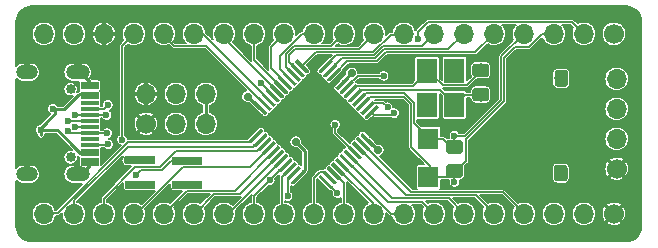
<source format=gbr>
G04 #@! TF.GenerationSoftware,KiCad,Pcbnew,(5.1.2-1)-1*
G04 #@! TF.CreationDate,2020-03-21T16:32:46+05:30*
G04 #@! TF.ProjectId,BluePill,426c7565-5069-46c6-9c2e-6b696361645f,rev?*
G04 #@! TF.SameCoordinates,Original*
G04 #@! TF.FileFunction,Copper,L1,Top*
G04 #@! TF.FilePolarity,Positive*
%FSLAX46Y46*%
G04 Gerber Fmt 4.6, Leading zero omitted, Abs format (unit mm)*
G04 Created by KiCad (PCBNEW (5.1.2-1)-1) date 2020-03-21 16:32:46*
%MOMM*%
%LPD*%
G04 APERTURE LIST*
%ADD10O,1.700000X1.700000*%
%ADD11C,1.700000*%
%ADD12R,1.800000X1.750000*%
%ADD13R,1.800000X2.100000*%
%ADD14C,0.100000*%
%ADD15C,0.300000*%
%ADD16R,2.500000X0.650000*%
%ADD17C,1.150000*%
%ADD18C,0.850000*%
%ADD19R,1.524000X0.299974*%
%ADD20O,1.828800X1.270000*%
%ADD21O,2.032000X1.270000*%
%ADD22C,0.600000*%
%ADD23C,0.700000*%
%ADD24C,0.127000*%
%ADD25C,0.254000*%
G04 APERTURE END LIST*
D10*
X28956000Y-20320000D03*
X28956000Y-22860000D03*
X26416000Y-20320000D03*
X26416000Y-22860000D03*
X23876000Y-20320000D03*
D11*
X23876000Y-22860000D03*
D12*
X47800000Y-27350000D03*
X47800000Y-24100000D03*
D13*
X47700000Y-21250000D03*
X47700000Y-18350000D03*
X50000000Y-18350000D03*
X50000000Y-21250000D03*
D10*
X63738125Y-19050000D03*
X63738125Y-21590000D03*
X63738125Y-24130000D03*
D11*
X63738125Y-26670000D03*
D10*
X15240000Y-30480000D03*
X17780000Y-30480000D03*
X20320000Y-30480000D03*
X22860000Y-30480000D03*
X25400000Y-30480000D03*
X27940000Y-30480000D03*
X30480000Y-30480000D03*
X33020000Y-30480000D03*
X35560000Y-30480000D03*
X38100000Y-30480000D03*
X40640000Y-30480000D03*
X43180000Y-30480000D03*
X45720000Y-30480000D03*
X48260000Y-30480000D03*
X50800000Y-30480000D03*
X53340000Y-30480000D03*
X55880000Y-30480000D03*
X58420000Y-30480000D03*
X60960000Y-30480000D03*
D11*
X63500000Y-30480000D03*
D10*
X15240000Y-15240000D03*
X17780000Y-15240000D03*
X20320000Y-15240000D03*
X22860000Y-15240000D03*
X25400000Y-15240000D03*
X27940000Y-15240000D03*
X30480000Y-15240000D03*
X33020000Y-15240000D03*
X35560000Y-15240000D03*
X38100000Y-15240000D03*
X40640000Y-15240000D03*
X43180000Y-15240000D03*
X45720000Y-15240000D03*
X48260000Y-15240000D03*
X50800000Y-15240000D03*
X53340000Y-15240000D03*
X55880000Y-15240000D03*
X58420000Y-15240000D03*
X60960000Y-15240000D03*
D11*
X63500000Y-15240000D03*
D14*
G36*
X42579802Y-23262658D02*
G01*
X42587083Y-23263738D01*
X42594222Y-23265526D01*
X42601152Y-23268006D01*
X42607806Y-23271153D01*
X42614119Y-23274937D01*
X42620030Y-23279321D01*
X42625484Y-23284264D01*
X43562400Y-24221180D01*
X43567343Y-24226634D01*
X43571727Y-24232545D01*
X43575511Y-24238858D01*
X43578658Y-24245512D01*
X43581138Y-24252442D01*
X43582926Y-24259581D01*
X43584006Y-24266862D01*
X43584367Y-24274213D01*
X43584006Y-24281564D01*
X43582926Y-24288845D01*
X43581138Y-24295984D01*
X43578658Y-24302914D01*
X43575511Y-24309568D01*
X43571727Y-24315881D01*
X43567343Y-24321792D01*
X43562400Y-24327246D01*
X43456334Y-24433312D01*
X43450880Y-24438255D01*
X43444969Y-24442639D01*
X43438656Y-24446423D01*
X43432002Y-24449570D01*
X43425072Y-24452050D01*
X43417933Y-24453838D01*
X43410652Y-24454918D01*
X43403301Y-24455279D01*
X43395950Y-24454918D01*
X43388669Y-24453838D01*
X43381530Y-24452050D01*
X43374600Y-24449570D01*
X43367946Y-24446423D01*
X43361633Y-24442639D01*
X43355722Y-24438255D01*
X43350268Y-24433312D01*
X42413352Y-23496396D01*
X42408409Y-23490942D01*
X42404025Y-23485031D01*
X42400241Y-23478718D01*
X42397094Y-23472064D01*
X42394614Y-23465134D01*
X42392826Y-23457995D01*
X42391746Y-23450714D01*
X42391385Y-23443363D01*
X42391746Y-23436012D01*
X42392826Y-23428731D01*
X42394614Y-23421592D01*
X42397094Y-23414662D01*
X42400241Y-23408008D01*
X42404025Y-23401695D01*
X42408409Y-23395784D01*
X42413352Y-23390330D01*
X42519418Y-23284264D01*
X42524872Y-23279321D01*
X42530783Y-23274937D01*
X42537096Y-23271153D01*
X42543750Y-23268006D01*
X42550680Y-23265526D01*
X42557819Y-23263738D01*
X42565100Y-23262658D01*
X42572451Y-23262297D01*
X42579802Y-23262658D01*
X42579802Y-23262658D01*
G37*
D15*
X42987876Y-23858788D03*
D14*
G36*
X42226248Y-23616212D02*
G01*
X42233529Y-23617292D01*
X42240668Y-23619080D01*
X42247598Y-23621560D01*
X42254252Y-23624707D01*
X42260565Y-23628491D01*
X42266476Y-23632875D01*
X42271930Y-23637818D01*
X43208846Y-24574734D01*
X43213789Y-24580188D01*
X43218173Y-24586099D01*
X43221957Y-24592412D01*
X43225104Y-24599066D01*
X43227584Y-24605996D01*
X43229372Y-24613135D01*
X43230452Y-24620416D01*
X43230813Y-24627767D01*
X43230452Y-24635118D01*
X43229372Y-24642399D01*
X43227584Y-24649538D01*
X43225104Y-24656468D01*
X43221957Y-24663122D01*
X43218173Y-24669435D01*
X43213789Y-24675346D01*
X43208846Y-24680800D01*
X43102780Y-24786866D01*
X43097326Y-24791809D01*
X43091415Y-24796193D01*
X43085102Y-24799977D01*
X43078448Y-24803124D01*
X43071518Y-24805604D01*
X43064379Y-24807392D01*
X43057098Y-24808472D01*
X43049747Y-24808833D01*
X43042396Y-24808472D01*
X43035115Y-24807392D01*
X43027976Y-24805604D01*
X43021046Y-24803124D01*
X43014392Y-24799977D01*
X43008079Y-24796193D01*
X43002168Y-24791809D01*
X42996714Y-24786866D01*
X42059798Y-23849950D01*
X42054855Y-23844496D01*
X42050471Y-23838585D01*
X42046687Y-23832272D01*
X42043540Y-23825618D01*
X42041060Y-23818688D01*
X42039272Y-23811549D01*
X42038192Y-23804268D01*
X42037831Y-23796917D01*
X42038192Y-23789566D01*
X42039272Y-23782285D01*
X42041060Y-23775146D01*
X42043540Y-23768216D01*
X42046687Y-23761562D01*
X42050471Y-23755249D01*
X42054855Y-23749338D01*
X42059798Y-23743884D01*
X42165864Y-23637818D01*
X42171318Y-23632875D01*
X42177229Y-23628491D01*
X42183542Y-23624707D01*
X42190196Y-23621560D01*
X42197126Y-23619080D01*
X42204265Y-23617292D01*
X42211546Y-23616212D01*
X42218897Y-23615851D01*
X42226248Y-23616212D01*
X42226248Y-23616212D01*
G37*
D15*
X42634322Y-24212342D03*
D14*
G36*
X41872695Y-23969765D02*
G01*
X41879976Y-23970845D01*
X41887115Y-23972633D01*
X41894045Y-23975113D01*
X41900699Y-23978260D01*
X41907012Y-23982044D01*
X41912923Y-23986428D01*
X41918377Y-23991371D01*
X42855293Y-24928287D01*
X42860236Y-24933741D01*
X42864620Y-24939652D01*
X42868404Y-24945965D01*
X42871551Y-24952619D01*
X42874031Y-24959549D01*
X42875819Y-24966688D01*
X42876899Y-24973969D01*
X42877260Y-24981320D01*
X42876899Y-24988671D01*
X42875819Y-24995952D01*
X42874031Y-25003091D01*
X42871551Y-25010021D01*
X42868404Y-25016675D01*
X42864620Y-25022988D01*
X42860236Y-25028899D01*
X42855293Y-25034353D01*
X42749227Y-25140419D01*
X42743773Y-25145362D01*
X42737862Y-25149746D01*
X42731549Y-25153530D01*
X42724895Y-25156677D01*
X42717965Y-25159157D01*
X42710826Y-25160945D01*
X42703545Y-25162025D01*
X42696194Y-25162386D01*
X42688843Y-25162025D01*
X42681562Y-25160945D01*
X42674423Y-25159157D01*
X42667493Y-25156677D01*
X42660839Y-25153530D01*
X42654526Y-25149746D01*
X42648615Y-25145362D01*
X42643161Y-25140419D01*
X41706245Y-24203503D01*
X41701302Y-24198049D01*
X41696918Y-24192138D01*
X41693134Y-24185825D01*
X41689987Y-24179171D01*
X41687507Y-24172241D01*
X41685719Y-24165102D01*
X41684639Y-24157821D01*
X41684278Y-24150470D01*
X41684639Y-24143119D01*
X41685719Y-24135838D01*
X41687507Y-24128699D01*
X41689987Y-24121769D01*
X41693134Y-24115115D01*
X41696918Y-24108802D01*
X41701302Y-24102891D01*
X41706245Y-24097437D01*
X41812311Y-23991371D01*
X41817765Y-23986428D01*
X41823676Y-23982044D01*
X41829989Y-23978260D01*
X41836643Y-23975113D01*
X41843573Y-23972633D01*
X41850712Y-23970845D01*
X41857993Y-23969765D01*
X41865344Y-23969404D01*
X41872695Y-23969765D01*
X41872695Y-23969765D01*
G37*
D15*
X42280769Y-24565895D03*
D14*
G36*
X41519141Y-24323319D02*
G01*
X41526422Y-24324399D01*
X41533561Y-24326187D01*
X41540491Y-24328667D01*
X41547145Y-24331814D01*
X41553458Y-24335598D01*
X41559369Y-24339982D01*
X41564823Y-24344925D01*
X42501739Y-25281841D01*
X42506682Y-25287295D01*
X42511066Y-25293206D01*
X42514850Y-25299519D01*
X42517997Y-25306173D01*
X42520477Y-25313103D01*
X42522265Y-25320242D01*
X42523345Y-25327523D01*
X42523706Y-25334874D01*
X42523345Y-25342225D01*
X42522265Y-25349506D01*
X42520477Y-25356645D01*
X42517997Y-25363575D01*
X42514850Y-25370229D01*
X42511066Y-25376542D01*
X42506682Y-25382453D01*
X42501739Y-25387907D01*
X42395673Y-25493973D01*
X42390219Y-25498916D01*
X42384308Y-25503300D01*
X42377995Y-25507084D01*
X42371341Y-25510231D01*
X42364411Y-25512711D01*
X42357272Y-25514499D01*
X42349991Y-25515579D01*
X42342640Y-25515940D01*
X42335289Y-25515579D01*
X42328008Y-25514499D01*
X42320869Y-25512711D01*
X42313939Y-25510231D01*
X42307285Y-25507084D01*
X42300972Y-25503300D01*
X42295061Y-25498916D01*
X42289607Y-25493973D01*
X41352691Y-24557057D01*
X41347748Y-24551603D01*
X41343364Y-24545692D01*
X41339580Y-24539379D01*
X41336433Y-24532725D01*
X41333953Y-24525795D01*
X41332165Y-24518656D01*
X41331085Y-24511375D01*
X41330724Y-24504024D01*
X41331085Y-24496673D01*
X41332165Y-24489392D01*
X41333953Y-24482253D01*
X41336433Y-24475323D01*
X41339580Y-24468669D01*
X41343364Y-24462356D01*
X41347748Y-24456445D01*
X41352691Y-24450991D01*
X41458757Y-24344925D01*
X41464211Y-24339982D01*
X41470122Y-24335598D01*
X41476435Y-24331814D01*
X41483089Y-24328667D01*
X41490019Y-24326187D01*
X41497158Y-24324399D01*
X41504439Y-24323319D01*
X41511790Y-24322958D01*
X41519141Y-24323319D01*
X41519141Y-24323319D01*
G37*
D15*
X41927215Y-24919449D03*
D14*
G36*
X41165588Y-24676872D02*
G01*
X41172869Y-24677952D01*
X41180008Y-24679740D01*
X41186938Y-24682220D01*
X41193592Y-24685367D01*
X41199905Y-24689151D01*
X41205816Y-24693535D01*
X41211270Y-24698478D01*
X42148186Y-25635394D01*
X42153129Y-25640848D01*
X42157513Y-25646759D01*
X42161297Y-25653072D01*
X42164444Y-25659726D01*
X42166924Y-25666656D01*
X42168712Y-25673795D01*
X42169792Y-25681076D01*
X42170153Y-25688427D01*
X42169792Y-25695778D01*
X42168712Y-25703059D01*
X42166924Y-25710198D01*
X42164444Y-25717128D01*
X42161297Y-25723782D01*
X42157513Y-25730095D01*
X42153129Y-25736006D01*
X42148186Y-25741460D01*
X42042120Y-25847526D01*
X42036666Y-25852469D01*
X42030755Y-25856853D01*
X42024442Y-25860637D01*
X42017788Y-25863784D01*
X42010858Y-25866264D01*
X42003719Y-25868052D01*
X41996438Y-25869132D01*
X41989087Y-25869493D01*
X41981736Y-25869132D01*
X41974455Y-25868052D01*
X41967316Y-25866264D01*
X41960386Y-25863784D01*
X41953732Y-25860637D01*
X41947419Y-25856853D01*
X41941508Y-25852469D01*
X41936054Y-25847526D01*
X40999138Y-24910610D01*
X40994195Y-24905156D01*
X40989811Y-24899245D01*
X40986027Y-24892932D01*
X40982880Y-24886278D01*
X40980400Y-24879348D01*
X40978612Y-24872209D01*
X40977532Y-24864928D01*
X40977171Y-24857577D01*
X40977532Y-24850226D01*
X40978612Y-24842945D01*
X40980400Y-24835806D01*
X40982880Y-24828876D01*
X40986027Y-24822222D01*
X40989811Y-24815909D01*
X40994195Y-24809998D01*
X40999138Y-24804544D01*
X41105204Y-24698478D01*
X41110658Y-24693535D01*
X41116569Y-24689151D01*
X41122882Y-24685367D01*
X41129536Y-24682220D01*
X41136466Y-24679740D01*
X41143605Y-24677952D01*
X41150886Y-24676872D01*
X41158237Y-24676511D01*
X41165588Y-24676872D01*
X41165588Y-24676872D01*
G37*
D15*
X41573662Y-25273002D03*
D14*
G36*
X40812035Y-25030425D02*
G01*
X40819316Y-25031505D01*
X40826455Y-25033293D01*
X40833385Y-25035773D01*
X40840039Y-25038920D01*
X40846352Y-25042704D01*
X40852263Y-25047088D01*
X40857717Y-25052031D01*
X41794633Y-25988947D01*
X41799576Y-25994401D01*
X41803960Y-26000312D01*
X41807744Y-26006625D01*
X41810891Y-26013279D01*
X41813371Y-26020209D01*
X41815159Y-26027348D01*
X41816239Y-26034629D01*
X41816600Y-26041980D01*
X41816239Y-26049331D01*
X41815159Y-26056612D01*
X41813371Y-26063751D01*
X41810891Y-26070681D01*
X41807744Y-26077335D01*
X41803960Y-26083648D01*
X41799576Y-26089559D01*
X41794633Y-26095013D01*
X41688567Y-26201079D01*
X41683113Y-26206022D01*
X41677202Y-26210406D01*
X41670889Y-26214190D01*
X41664235Y-26217337D01*
X41657305Y-26219817D01*
X41650166Y-26221605D01*
X41642885Y-26222685D01*
X41635534Y-26223046D01*
X41628183Y-26222685D01*
X41620902Y-26221605D01*
X41613763Y-26219817D01*
X41606833Y-26217337D01*
X41600179Y-26214190D01*
X41593866Y-26210406D01*
X41587955Y-26206022D01*
X41582501Y-26201079D01*
X40645585Y-25264163D01*
X40640642Y-25258709D01*
X40636258Y-25252798D01*
X40632474Y-25246485D01*
X40629327Y-25239831D01*
X40626847Y-25232901D01*
X40625059Y-25225762D01*
X40623979Y-25218481D01*
X40623618Y-25211130D01*
X40623979Y-25203779D01*
X40625059Y-25196498D01*
X40626847Y-25189359D01*
X40629327Y-25182429D01*
X40632474Y-25175775D01*
X40636258Y-25169462D01*
X40640642Y-25163551D01*
X40645585Y-25158097D01*
X40751651Y-25052031D01*
X40757105Y-25047088D01*
X40763016Y-25042704D01*
X40769329Y-25038920D01*
X40775983Y-25035773D01*
X40782913Y-25033293D01*
X40790052Y-25031505D01*
X40797333Y-25030425D01*
X40804684Y-25030064D01*
X40812035Y-25030425D01*
X40812035Y-25030425D01*
G37*
D15*
X41220109Y-25626555D03*
D14*
G36*
X40458481Y-25383979D02*
G01*
X40465762Y-25385059D01*
X40472901Y-25386847D01*
X40479831Y-25389327D01*
X40486485Y-25392474D01*
X40492798Y-25396258D01*
X40498709Y-25400642D01*
X40504163Y-25405585D01*
X41441079Y-26342501D01*
X41446022Y-26347955D01*
X41450406Y-26353866D01*
X41454190Y-26360179D01*
X41457337Y-26366833D01*
X41459817Y-26373763D01*
X41461605Y-26380902D01*
X41462685Y-26388183D01*
X41463046Y-26395534D01*
X41462685Y-26402885D01*
X41461605Y-26410166D01*
X41459817Y-26417305D01*
X41457337Y-26424235D01*
X41454190Y-26430889D01*
X41450406Y-26437202D01*
X41446022Y-26443113D01*
X41441079Y-26448567D01*
X41335013Y-26554633D01*
X41329559Y-26559576D01*
X41323648Y-26563960D01*
X41317335Y-26567744D01*
X41310681Y-26570891D01*
X41303751Y-26573371D01*
X41296612Y-26575159D01*
X41289331Y-26576239D01*
X41281980Y-26576600D01*
X41274629Y-26576239D01*
X41267348Y-26575159D01*
X41260209Y-26573371D01*
X41253279Y-26570891D01*
X41246625Y-26567744D01*
X41240312Y-26563960D01*
X41234401Y-26559576D01*
X41228947Y-26554633D01*
X40292031Y-25617717D01*
X40287088Y-25612263D01*
X40282704Y-25606352D01*
X40278920Y-25600039D01*
X40275773Y-25593385D01*
X40273293Y-25586455D01*
X40271505Y-25579316D01*
X40270425Y-25572035D01*
X40270064Y-25564684D01*
X40270425Y-25557333D01*
X40271505Y-25550052D01*
X40273293Y-25542913D01*
X40275773Y-25535983D01*
X40278920Y-25529329D01*
X40282704Y-25523016D01*
X40287088Y-25517105D01*
X40292031Y-25511651D01*
X40398097Y-25405585D01*
X40403551Y-25400642D01*
X40409462Y-25396258D01*
X40415775Y-25392474D01*
X40422429Y-25389327D01*
X40429359Y-25386847D01*
X40436498Y-25385059D01*
X40443779Y-25383979D01*
X40451130Y-25383618D01*
X40458481Y-25383979D01*
X40458481Y-25383979D01*
G37*
D15*
X40866555Y-25980109D03*
D14*
G36*
X40104928Y-25737532D02*
G01*
X40112209Y-25738612D01*
X40119348Y-25740400D01*
X40126278Y-25742880D01*
X40132932Y-25746027D01*
X40139245Y-25749811D01*
X40145156Y-25754195D01*
X40150610Y-25759138D01*
X41087526Y-26696054D01*
X41092469Y-26701508D01*
X41096853Y-26707419D01*
X41100637Y-26713732D01*
X41103784Y-26720386D01*
X41106264Y-26727316D01*
X41108052Y-26734455D01*
X41109132Y-26741736D01*
X41109493Y-26749087D01*
X41109132Y-26756438D01*
X41108052Y-26763719D01*
X41106264Y-26770858D01*
X41103784Y-26777788D01*
X41100637Y-26784442D01*
X41096853Y-26790755D01*
X41092469Y-26796666D01*
X41087526Y-26802120D01*
X40981460Y-26908186D01*
X40976006Y-26913129D01*
X40970095Y-26917513D01*
X40963782Y-26921297D01*
X40957128Y-26924444D01*
X40950198Y-26926924D01*
X40943059Y-26928712D01*
X40935778Y-26929792D01*
X40928427Y-26930153D01*
X40921076Y-26929792D01*
X40913795Y-26928712D01*
X40906656Y-26926924D01*
X40899726Y-26924444D01*
X40893072Y-26921297D01*
X40886759Y-26917513D01*
X40880848Y-26913129D01*
X40875394Y-26908186D01*
X39938478Y-25971270D01*
X39933535Y-25965816D01*
X39929151Y-25959905D01*
X39925367Y-25953592D01*
X39922220Y-25946938D01*
X39919740Y-25940008D01*
X39917952Y-25932869D01*
X39916872Y-25925588D01*
X39916511Y-25918237D01*
X39916872Y-25910886D01*
X39917952Y-25903605D01*
X39919740Y-25896466D01*
X39922220Y-25889536D01*
X39925367Y-25882882D01*
X39929151Y-25876569D01*
X39933535Y-25870658D01*
X39938478Y-25865204D01*
X40044544Y-25759138D01*
X40049998Y-25754195D01*
X40055909Y-25749811D01*
X40062222Y-25746027D01*
X40068876Y-25742880D01*
X40075806Y-25740400D01*
X40082945Y-25738612D01*
X40090226Y-25737532D01*
X40097577Y-25737171D01*
X40104928Y-25737532D01*
X40104928Y-25737532D01*
G37*
D15*
X40513002Y-26333662D03*
D14*
G36*
X39751375Y-26091085D02*
G01*
X39758656Y-26092165D01*
X39765795Y-26093953D01*
X39772725Y-26096433D01*
X39779379Y-26099580D01*
X39785692Y-26103364D01*
X39791603Y-26107748D01*
X39797057Y-26112691D01*
X40733973Y-27049607D01*
X40738916Y-27055061D01*
X40743300Y-27060972D01*
X40747084Y-27067285D01*
X40750231Y-27073939D01*
X40752711Y-27080869D01*
X40754499Y-27088008D01*
X40755579Y-27095289D01*
X40755940Y-27102640D01*
X40755579Y-27109991D01*
X40754499Y-27117272D01*
X40752711Y-27124411D01*
X40750231Y-27131341D01*
X40747084Y-27137995D01*
X40743300Y-27144308D01*
X40738916Y-27150219D01*
X40733973Y-27155673D01*
X40627907Y-27261739D01*
X40622453Y-27266682D01*
X40616542Y-27271066D01*
X40610229Y-27274850D01*
X40603575Y-27277997D01*
X40596645Y-27280477D01*
X40589506Y-27282265D01*
X40582225Y-27283345D01*
X40574874Y-27283706D01*
X40567523Y-27283345D01*
X40560242Y-27282265D01*
X40553103Y-27280477D01*
X40546173Y-27277997D01*
X40539519Y-27274850D01*
X40533206Y-27271066D01*
X40527295Y-27266682D01*
X40521841Y-27261739D01*
X39584925Y-26324823D01*
X39579982Y-26319369D01*
X39575598Y-26313458D01*
X39571814Y-26307145D01*
X39568667Y-26300491D01*
X39566187Y-26293561D01*
X39564399Y-26286422D01*
X39563319Y-26279141D01*
X39562958Y-26271790D01*
X39563319Y-26264439D01*
X39564399Y-26257158D01*
X39566187Y-26250019D01*
X39568667Y-26243089D01*
X39571814Y-26236435D01*
X39575598Y-26230122D01*
X39579982Y-26224211D01*
X39584925Y-26218757D01*
X39690991Y-26112691D01*
X39696445Y-26107748D01*
X39702356Y-26103364D01*
X39708669Y-26099580D01*
X39715323Y-26096433D01*
X39722253Y-26093953D01*
X39729392Y-26092165D01*
X39736673Y-26091085D01*
X39744024Y-26090724D01*
X39751375Y-26091085D01*
X39751375Y-26091085D01*
G37*
D15*
X40159449Y-26687215D03*
D14*
G36*
X39397821Y-26444639D02*
G01*
X39405102Y-26445719D01*
X39412241Y-26447507D01*
X39419171Y-26449987D01*
X39425825Y-26453134D01*
X39432138Y-26456918D01*
X39438049Y-26461302D01*
X39443503Y-26466245D01*
X40380419Y-27403161D01*
X40385362Y-27408615D01*
X40389746Y-27414526D01*
X40393530Y-27420839D01*
X40396677Y-27427493D01*
X40399157Y-27434423D01*
X40400945Y-27441562D01*
X40402025Y-27448843D01*
X40402386Y-27456194D01*
X40402025Y-27463545D01*
X40400945Y-27470826D01*
X40399157Y-27477965D01*
X40396677Y-27484895D01*
X40393530Y-27491549D01*
X40389746Y-27497862D01*
X40385362Y-27503773D01*
X40380419Y-27509227D01*
X40274353Y-27615293D01*
X40268899Y-27620236D01*
X40262988Y-27624620D01*
X40256675Y-27628404D01*
X40250021Y-27631551D01*
X40243091Y-27634031D01*
X40235952Y-27635819D01*
X40228671Y-27636899D01*
X40221320Y-27637260D01*
X40213969Y-27636899D01*
X40206688Y-27635819D01*
X40199549Y-27634031D01*
X40192619Y-27631551D01*
X40185965Y-27628404D01*
X40179652Y-27624620D01*
X40173741Y-27620236D01*
X40168287Y-27615293D01*
X39231371Y-26678377D01*
X39226428Y-26672923D01*
X39222044Y-26667012D01*
X39218260Y-26660699D01*
X39215113Y-26654045D01*
X39212633Y-26647115D01*
X39210845Y-26639976D01*
X39209765Y-26632695D01*
X39209404Y-26625344D01*
X39209765Y-26617993D01*
X39210845Y-26610712D01*
X39212633Y-26603573D01*
X39215113Y-26596643D01*
X39218260Y-26589989D01*
X39222044Y-26583676D01*
X39226428Y-26577765D01*
X39231371Y-26572311D01*
X39337437Y-26466245D01*
X39342891Y-26461302D01*
X39348802Y-26456918D01*
X39355115Y-26453134D01*
X39361769Y-26449987D01*
X39368699Y-26447507D01*
X39375838Y-26445719D01*
X39383119Y-26444639D01*
X39390470Y-26444278D01*
X39397821Y-26444639D01*
X39397821Y-26444639D01*
G37*
D15*
X39805895Y-27040769D03*
D14*
G36*
X39044268Y-26798192D02*
G01*
X39051549Y-26799272D01*
X39058688Y-26801060D01*
X39065618Y-26803540D01*
X39072272Y-26806687D01*
X39078585Y-26810471D01*
X39084496Y-26814855D01*
X39089950Y-26819798D01*
X40026866Y-27756714D01*
X40031809Y-27762168D01*
X40036193Y-27768079D01*
X40039977Y-27774392D01*
X40043124Y-27781046D01*
X40045604Y-27787976D01*
X40047392Y-27795115D01*
X40048472Y-27802396D01*
X40048833Y-27809747D01*
X40048472Y-27817098D01*
X40047392Y-27824379D01*
X40045604Y-27831518D01*
X40043124Y-27838448D01*
X40039977Y-27845102D01*
X40036193Y-27851415D01*
X40031809Y-27857326D01*
X40026866Y-27862780D01*
X39920800Y-27968846D01*
X39915346Y-27973789D01*
X39909435Y-27978173D01*
X39903122Y-27981957D01*
X39896468Y-27985104D01*
X39889538Y-27987584D01*
X39882399Y-27989372D01*
X39875118Y-27990452D01*
X39867767Y-27990813D01*
X39860416Y-27990452D01*
X39853135Y-27989372D01*
X39845996Y-27987584D01*
X39839066Y-27985104D01*
X39832412Y-27981957D01*
X39826099Y-27978173D01*
X39820188Y-27973789D01*
X39814734Y-27968846D01*
X38877818Y-27031930D01*
X38872875Y-27026476D01*
X38868491Y-27020565D01*
X38864707Y-27014252D01*
X38861560Y-27007598D01*
X38859080Y-27000668D01*
X38857292Y-26993529D01*
X38856212Y-26986248D01*
X38855851Y-26978897D01*
X38856212Y-26971546D01*
X38857292Y-26964265D01*
X38859080Y-26957126D01*
X38861560Y-26950196D01*
X38864707Y-26943542D01*
X38868491Y-26937229D01*
X38872875Y-26931318D01*
X38877818Y-26925864D01*
X38983884Y-26819798D01*
X38989338Y-26814855D01*
X38995249Y-26810471D01*
X39001562Y-26806687D01*
X39008216Y-26803540D01*
X39015146Y-26801060D01*
X39022285Y-26799272D01*
X39029566Y-26798192D01*
X39036917Y-26797831D01*
X39044268Y-26798192D01*
X39044268Y-26798192D01*
G37*
D15*
X39452342Y-27394322D03*
D14*
G36*
X38690714Y-27151746D02*
G01*
X38697995Y-27152826D01*
X38705134Y-27154614D01*
X38712064Y-27157094D01*
X38718718Y-27160241D01*
X38725031Y-27164025D01*
X38730942Y-27168409D01*
X38736396Y-27173352D01*
X39673312Y-28110268D01*
X39678255Y-28115722D01*
X39682639Y-28121633D01*
X39686423Y-28127946D01*
X39689570Y-28134600D01*
X39692050Y-28141530D01*
X39693838Y-28148669D01*
X39694918Y-28155950D01*
X39695279Y-28163301D01*
X39694918Y-28170652D01*
X39693838Y-28177933D01*
X39692050Y-28185072D01*
X39689570Y-28192002D01*
X39686423Y-28198656D01*
X39682639Y-28204969D01*
X39678255Y-28210880D01*
X39673312Y-28216334D01*
X39567246Y-28322400D01*
X39561792Y-28327343D01*
X39555881Y-28331727D01*
X39549568Y-28335511D01*
X39542914Y-28338658D01*
X39535984Y-28341138D01*
X39528845Y-28342926D01*
X39521564Y-28344006D01*
X39514213Y-28344367D01*
X39506862Y-28344006D01*
X39499581Y-28342926D01*
X39492442Y-28341138D01*
X39485512Y-28338658D01*
X39478858Y-28335511D01*
X39472545Y-28331727D01*
X39466634Y-28327343D01*
X39461180Y-28322400D01*
X38524264Y-27385484D01*
X38519321Y-27380030D01*
X38514937Y-27374119D01*
X38511153Y-27367806D01*
X38508006Y-27361152D01*
X38505526Y-27354222D01*
X38503738Y-27347083D01*
X38502658Y-27339802D01*
X38502297Y-27332451D01*
X38502658Y-27325100D01*
X38503738Y-27317819D01*
X38505526Y-27310680D01*
X38508006Y-27303750D01*
X38511153Y-27297096D01*
X38514937Y-27290783D01*
X38519321Y-27284872D01*
X38524264Y-27279418D01*
X38630330Y-27173352D01*
X38635784Y-27168409D01*
X38641695Y-27164025D01*
X38648008Y-27160241D01*
X38654662Y-27157094D01*
X38661592Y-27154614D01*
X38668731Y-27152826D01*
X38676012Y-27151746D01*
X38683363Y-27151385D01*
X38690714Y-27151746D01*
X38690714Y-27151746D01*
G37*
D15*
X39098788Y-27747876D03*
D14*
G36*
X37523988Y-27151746D02*
G01*
X37531269Y-27152826D01*
X37538408Y-27154614D01*
X37545338Y-27157094D01*
X37551992Y-27160241D01*
X37558305Y-27164025D01*
X37564216Y-27168409D01*
X37569670Y-27173352D01*
X37675736Y-27279418D01*
X37680679Y-27284872D01*
X37685063Y-27290783D01*
X37688847Y-27297096D01*
X37691994Y-27303750D01*
X37694474Y-27310680D01*
X37696262Y-27317819D01*
X37697342Y-27325100D01*
X37697703Y-27332451D01*
X37697342Y-27339802D01*
X37696262Y-27347083D01*
X37694474Y-27354222D01*
X37691994Y-27361152D01*
X37688847Y-27367806D01*
X37685063Y-27374119D01*
X37680679Y-27380030D01*
X37675736Y-27385484D01*
X36738820Y-28322400D01*
X36733366Y-28327343D01*
X36727455Y-28331727D01*
X36721142Y-28335511D01*
X36714488Y-28338658D01*
X36707558Y-28341138D01*
X36700419Y-28342926D01*
X36693138Y-28344006D01*
X36685787Y-28344367D01*
X36678436Y-28344006D01*
X36671155Y-28342926D01*
X36664016Y-28341138D01*
X36657086Y-28338658D01*
X36650432Y-28335511D01*
X36644119Y-28331727D01*
X36638208Y-28327343D01*
X36632754Y-28322400D01*
X36526688Y-28216334D01*
X36521745Y-28210880D01*
X36517361Y-28204969D01*
X36513577Y-28198656D01*
X36510430Y-28192002D01*
X36507950Y-28185072D01*
X36506162Y-28177933D01*
X36505082Y-28170652D01*
X36504721Y-28163301D01*
X36505082Y-28155950D01*
X36506162Y-28148669D01*
X36507950Y-28141530D01*
X36510430Y-28134600D01*
X36513577Y-28127946D01*
X36517361Y-28121633D01*
X36521745Y-28115722D01*
X36526688Y-28110268D01*
X37463604Y-27173352D01*
X37469058Y-27168409D01*
X37474969Y-27164025D01*
X37481282Y-27160241D01*
X37487936Y-27157094D01*
X37494866Y-27154614D01*
X37502005Y-27152826D01*
X37509286Y-27151746D01*
X37516637Y-27151385D01*
X37523988Y-27151746D01*
X37523988Y-27151746D01*
G37*
D15*
X37101212Y-27747876D03*
D14*
G36*
X37170434Y-26798192D02*
G01*
X37177715Y-26799272D01*
X37184854Y-26801060D01*
X37191784Y-26803540D01*
X37198438Y-26806687D01*
X37204751Y-26810471D01*
X37210662Y-26814855D01*
X37216116Y-26819798D01*
X37322182Y-26925864D01*
X37327125Y-26931318D01*
X37331509Y-26937229D01*
X37335293Y-26943542D01*
X37338440Y-26950196D01*
X37340920Y-26957126D01*
X37342708Y-26964265D01*
X37343788Y-26971546D01*
X37344149Y-26978897D01*
X37343788Y-26986248D01*
X37342708Y-26993529D01*
X37340920Y-27000668D01*
X37338440Y-27007598D01*
X37335293Y-27014252D01*
X37331509Y-27020565D01*
X37327125Y-27026476D01*
X37322182Y-27031930D01*
X36385266Y-27968846D01*
X36379812Y-27973789D01*
X36373901Y-27978173D01*
X36367588Y-27981957D01*
X36360934Y-27985104D01*
X36354004Y-27987584D01*
X36346865Y-27989372D01*
X36339584Y-27990452D01*
X36332233Y-27990813D01*
X36324882Y-27990452D01*
X36317601Y-27989372D01*
X36310462Y-27987584D01*
X36303532Y-27985104D01*
X36296878Y-27981957D01*
X36290565Y-27978173D01*
X36284654Y-27973789D01*
X36279200Y-27968846D01*
X36173134Y-27862780D01*
X36168191Y-27857326D01*
X36163807Y-27851415D01*
X36160023Y-27845102D01*
X36156876Y-27838448D01*
X36154396Y-27831518D01*
X36152608Y-27824379D01*
X36151528Y-27817098D01*
X36151167Y-27809747D01*
X36151528Y-27802396D01*
X36152608Y-27795115D01*
X36154396Y-27787976D01*
X36156876Y-27781046D01*
X36160023Y-27774392D01*
X36163807Y-27768079D01*
X36168191Y-27762168D01*
X36173134Y-27756714D01*
X37110050Y-26819798D01*
X37115504Y-26814855D01*
X37121415Y-26810471D01*
X37127728Y-26806687D01*
X37134382Y-26803540D01*
X37141312Y-26801060D01*
X37148451Y-26799272D01*
X37155732Y-26798192D01*
X37163083Y-26797831D01*
X37170434Y-26798192D01*
X37170434Y-26798192D01*
G37*
D15*
X36747658Y-27394322D03*
D14*
G36*
X36816881Y-26444639D02*
G01*
X36824162Y-26445719D01*
X36831301Y-26447507D01*
X36838231Y-26449987D01*
X36844885Y-26453134D01*
X36851198Y-26456918D01*
X36857109Y-26461302D01*
X36862563Y-26466245D01*
X36968629Y-26572311D01*
X36973572Y-26577765D01*
X36977956Y-26583676D01*
X36981740Y-26589989D01*
X36984887Y-26596643D01*
X36987367Y-26603573D01*
X36989155Y-26610712D01*
X36990235Y-26617993D01*
X36990596Y-26625344D01*
X36990235Y-26632695D01*
X36989155Y-26639976D01*
X36987367Y-26647115D01*
X36984887Y-26654045D01*
X36981740Y-26660699D01*
X36977956Y-26667012D01*
X36973572Y-26672923D01*
X36968629Y-26678377D01*
X36031713Y-27615293D01*
X36026259Y-27620236D01*
X36020348Y-27624620D01*
X36014035Y-27628404D01*
X36007381Y-27631551D01*
X36000451Y-27634031D01*
X35993312Y-27635819D01*
X35986031Y-27636899D01*
X35978680Y-27637260D01*
X35971329Y-27636899D01*
X35964048Y-27635819D01*
X35956909Y-27634031D01*
X35949979Y-27631551D01*
X35943325Y-27628404D01*
X35937012Y-27624620D01*
X35931101Y-27620236D01*
X35925647Y-27615293D01*
X35819581Y-27509227D01*
X35814638Y-27503773D01*
X35810254Y-27497862D01*
X35806470Y-27491549D01*
X35803323Y-27484895D01*
X35800843Y-27477965D01*
X35799055Y-27470826D01*
X35797975Y-27463545D01*
X35797614Y-27456194D01*
X35797975Y-27448843D01*
X35799055Y-27441562D01*
X35800843Y-27434423D01*
X35803323Y-27427493D01*
X35806470Y-27420839D01*
X35810254Y-27414526D01*
X35814638Y-27408615D01*
X35819581Y-27403161D01*
X36756497Y-26466245D01*
X36761951Y-26461302D01*
X36767862Y-26456918D01*
X36774175Y-26453134D01*
X36780829Y-26449987D01*
X36787759Y-26447507D01*
X36794898Y-26445719D01*
X36802179Y-26444639D01*
X36809530Y-26444278D01*
X36816881Y-26444639D01*
X36816881Y-26444639D01*
G37*
D15*
X36394105Y-27040769D03*
D14*
G36*
X36463327Y-26091085D02*
G01*
X36470608Y-26092165D01*
X36477747Y-26093953D01*
X36484677Y-26096433D01*
X36491331Y-26099580D01*
X36497644Y-26103364D01*
X36503555Y-26107748D01*
X36509009Y-26112691D01*
X36615075Y-26218757D01*
X36620018Y-26224211D01*
X36624402Y-26230122D01*
X36628186Y-26236435D01*
X36631333Y-26243089D01*
X36633813Y-26250019D01*
X36635601Y-26257158D01*
X36636681Y-26264439D01*
X36637042Y-26271790D01*
X36636681Y-26279141D01*
X36635601Y-26286422D01*
X36633813Y-26293561D01*
X36631333Y-26300491D01*
X36628186Y-26307145D01*
X36624402Y-26313458D01*
X36620018Y-26319369D01*
X36615075Y-26324823D01*
X35678159Y-27261739D01*
X35672705Y-27266682D01*
X35666794Y-27271066D01*
X35660481Y-27274850D01*
X35653827Y-27277997D01*
X35646897Y-27280477D01*
X35639758Y-27282265D01*
X35632477Y-27283345D01*
X35625126Y-27283706D01*
X35617775Y-27283345D01*
X35610494Y-27282265D01*
X35603355Y-27280477D01*
X35596425Y-27277997D01*
X35589771Y-27274850D01*
X35583458Y-27271066D01*
X35577547Y-27266682D01*
X35572093Y-27261739D01*
X35466027Y-27155673D01*
X35461084Y-27150219D01*
X35456700Y-27144308D01*
X35452916Y-27137995D01*
X35449769Y-27131341D01*
X35447289Y-27124411D01*
X35445501Y-27117272D01*
X35444421Y-27109991D01*
X35444060Y-27102640D01*
X35444421Y-27095289D01*
X35445501Y-27088008D01*
X35447289Y-27080869D01*
X35449769Y-27073939D01*
X35452916Y-27067285D01*
X35456700Y-27060972D01*
X35461084Y-27055061D01*
X35466027Y-27049607D01*
X36402943Y-26112691D01*
X36408397Y-26107748D01*
X36414308Y-26103364D01*
X36420621Y-26099580D01*
X36427275Y-26096433D01*
X36434205Y-26093953D01*
X36441344Y-26092165D01*
X36448625Y-26091085D01*
X36455976Y-26090724D01*
X36463327Y-26091085D01*
X36463327Y-26091085D01*
G37*
D15*
X36040551Y-26687215D03*
D14*
G36*
X36109774Y-25737532D02*
G01*
X36117055Y-25738612D01*
X36124194Y-25740400D01*
X36131124Y-25742880D01*
X36137778Y-25746027D01*
X36144091Y-25749811D01*
X36150002Y-25754195D01*
X36155456Y-25759138D01*
X36261522Y-25865204D01*
X36266465Y-25870658D01*
X36270849Y-25876569D01*
X36274633Y-25882882D01*
X36277780Y-25889536D01*
X36280260Y-25896466D01*
X36282048Y-25903605D01*
X36283128Y-25910886D01*
X36283489Y-25918237D01*
X36283128Y-25925588D01*
X36282048Y-25932869D01*
X36280260Y-25940008D01*
X36277780Y-25946938D01*
X36274633Y-25953592D01*
X36270849Y-25959905D01*
X36266465Y-25965816D01*
X36261522Y-25971270D01*
X35324606Y-26908186D01*
X35319152Y-26913129D01*
X35313241Y-26917513D01*
X35306928Y-26921297D01*
X35300274Y-26924444D01*
X35293344Y-26926924D01*
X35286205Y-26928712D01*
X35278924Y-26929792D01*
X35271573Y-26930153D01*
X35264222Y-26929792D01*
X35256941Y-26928712D01*
X35249802Y-26926924D01*
X35242872Y-26924444D01*
X35236218Y-26921297D01*
X35229905Y-26917513D01*
X35223994Y-26913129D01*
X35218540Y-26908186D01*
X35112474Y-26802120D01*
X35107531Y-26796666D01*
X35103147Y-26790755D01*
X35099363Y-26784442D01*
X35096216Y-26777788D01*
X35093736Y-26770858D01*
X35091948Y-26763719D01*
X35090868Y-26756438D01*
X35090507Y-26749087D01*
X35090868Y-26741736D01*
X35091948Y-26734455D01*
X35093736Y-26727316D01*
X35096216Y-26720386D01*
X35099363Y-26713732D01*
X35103147Y-26707419D01*
X35107531Y-26701508D01*
X35112474Y-26696054D01*
X36049390Y-25759138D01*
X36054844Y-25754195D01*
X36060755Y-25749811D01*
X36067068Y-25746027D01*
X36073722Y-25742880D01*
X36080652Y-25740400D01*
X36087791Y-25738612D01*
X36095072Y-25737532D01*
X36102423Y-25737171D01*
X36109774Y-25737532D01*
X36109774Y-25737532D01*
G37*
D15*
X35686998Y-26333662D03*
D14*
G36*
X35756221Y-25383979D02*
G01*
X35763502Y-25385059D01*
X35770641Y-25386847D01*
X35777571Y-25389327D01*
X35784225Y-25392474D01*
X35790538Y-25396258D01*
X35796449Y-25400642D01*
X35801903Y-25405585D01*
X35907969Y-25511651D01*
X35912912Y-25517105D01*
X35917296Y-25523016D01*
X35921080Y-25529329D01*
X35924227Y-25535983D01*
X35926707Y-25542913D01*
X35928495Y-25550052D01*
X35929575Y-25557333D01*
X35929936Y-25564684D01*
X35929575Y-25572035D01*
X35928495Y-25579316D01*
X35926707Y-25586455D01*
X35924227Y-25593385D01*
X35921080Y-25600039D01*
X35917296Y-25606352D01*
X35912912Y-25612263D01*
X35907969Y-25617717D01*
X34971053Y-26554633D01*
X34965599Y-26559576D01*
X34959688Y-26563960D01*
X34953375Y-26567744D01*
X34946721Y-26570891D01*
X34939791Y-26573371D01*
X34932652Y-26575159D01*
X34925371Y-26576239D01*
X34918020Y-26576600D01*
X34910669Y-26576239D01*
X34903388Y-26575159D01*
X34896249Y-26573371D01*
X34889319Y-26570891D01*
X34882665Y-26567744D01*
X34876352Y-26563960D01*
X34870441Y-26559576D01*
X34864987Y-26554633D01*
X34758921Y-26448567D01*
X34753978Y-26443113D01*
X34749594Y-26437202D01*
X34745810Y-26430889D01*
X34742663Y-26424235D01*
X34740183Y-26417305D01*
X34738395Y-26410166D01*
X34737315Y-26402885D01*
X34736954Y-26395534D01*
X34737315Y-26388183D01*
X34738395Y-26380902D01*
X34740183Y-26373763D01*
X34742663Y-26366833D01*
X34745810Y-26360179D01*
X34749594Y-26353866D01*
X34753978Y-26347955D01*
X34758921Y-26342501D01*
X35695837Y-25405585D01*
X35701291Y-25400642D01*
X35707202Y-25396258D01*
X35713515Y-25392474D01*
X35720169Y-25389327D01*
X35727099Y-25386847D01*
X35734238Y-25385059D01*
X35741519Y-25383979D01*
X35748870Y-25383618D01*
X35756221Y-25383979D01*
X35756221Y-25383979D01*
G37*
D15*
X35333445Y-25980109D03*
D14*
G36*
X35402667Y-25030425D02*
G01*
X35409948Y-25031505D01*
X35417087Y-25033293D01*
X35424017Y-25035773D01*
X35430671Y-25038920D01*
X35436984Y-25042704D01*
X35442895Y-25047088D01*
X35448349Y-25052031D01*
X35554415Y-25158097D01*
X35559358Y-25163551D01*
X35563742Y-25169462D01*
X35567526Y-25175775D01*
X35570673Y-25182429D01*
X35573153Y-25189359D01*
X35574941Y-25196498D01*
X35576021Y-25203779D01*
X35576382Y-25211130D01*
X35576021Y-25218481D01*
X35574941Y-25225762D01*
X35573153Y-25232901D01*
X35570673Y-25239831D01*
X35567526Y-25246485D01*
X35563742Y-25252798D01*
X35559358Y-25258709D01*
X35554415Y-25264163D01*
X34617499Y-26201079D01*
X34612045Y-26206022D01*
X34606134Y-26210406D01*
X34599821Y-26214190D01*
X34593167Y-26217337D01*
X34586237Y-26219817D01*
X34579098Y-26221605D01*
X34571817Y-26222685D01*
X34564466Y-26223046D01*
X34557115Y-26222685D01*
X34549834Y-26221605D01*
X34542695Y-26219817D01*
X34535765Y-26217337D01*
X34529111Y-26214190D01*
X34522798Y-26210406D01*
X34516887Y-26206022D01*
X34511433Y-26201079D01*
X34405367Y-26095013D01*
X34400424Y-26089559D01*
X34396040Y-26083648D01*
X34392256Y-26077335D01*
X34389109Y-26070681D01*
X34386629Y-26063751D01*
X34384841Y-26056612D01*
X34383761Y-26049331D01*
X34383400Y-26041980D01*
X34383761Y-26034629D01*
X34384841Y-26027348D01*
X34386629Y-26020209D01*
X34389109Y-26013279D01*
X34392256Y-26006625D01*
X34396040Y-26000312D01*
X34400424Y-25994401D01*
X34405367Y-25988947D01*
X35342283Y-25052031D01*
X35347737Y-25047088D01*
X35353648Y-25042704D01*
X35359961Y-25038920D01*
X35366615Y-25035773D01*
X35373545Y-25033293D01*
X35380684Y-25031505D01*
X35387965Y-25030425D01*
X35395316Y-25030064D01*
X35402667Y-25030425D01*
X35402667Y-25030425D01*
G37*
D15*
X34979891Y-25626555D03*
D14*
G36*
X35049114Y-24676872D02*
G01*
X35056395Y-24677952D01*
X35063534Y-24679740D01*
X35070464Y-24682220D01*
X35077118Y-24685367D01*
X35083431Y-24689151D01*
X35089342Y-24693535D01*
X35094796Y-24698478D01*
X35200862Y-24804544D01*
X35205805Y-24809998D01*
X35210189Y-24815909D01*
X35213973Y-24822222D01*
X35217120Y-24828876D01*
X35219600Y-24835806D01*
X35221388Y-24842945D01*
X35222468Y-24850226D01*
X35222829Y-24857577D01*
X35222468Y-24864928D01*
X35221388Y-24872209D01*
X35219600Y-24879348D01*
X35217120Y-24886278D01*
X35213973Y-24892932D01*
X35210189Y-24899245D01*
X35205805Y-24905156D01*
X35200862Y-24910610D01*
X34263946Y-25847526D01*
X34258492Y-25852469D01*
X34252581Y-25856853D01*
X34246268Y-25860637D01*
X34239614Y-25863784D01*
X34232684Y-25866264D01*
X34225545Y-25868052D01*
X34218264Y-25869132D01*
X34210913Y-25869493D01*
X34203562Y-25869132D01*
X34196281Y-25868052D01*
X34189142Y-25866264D01*
X34182212Y-25863784D01*
X34175558Y-25860637D01*
X34169245Y-25856853D01*
X34163334Y-25852469D01*
X34157880Y-25847526D01*
X34051814Y-25741460D01*
X34046871Y-25736006D01*
X34042487Y-25730095D01*
X34038703Y-25723782D01*
X34035556Y-25717128D01*
X34033076Y-25710198D01*
X34031288Y-25703059D01*
X34030208Y-25695778D01*
X34029847Y-25688427D01*
X34030208Y-25681076D01*
X34031288Y-25673795D01*
X34033076Y-25666656D01*
X34035556Y-25659726D01*
X34038703Y-25653072D01*
X34042487Y-25646759D01*
X34046871Y-25640848D01*
X34051814Y-25635394D01*
X34988730Y-24698478D01*
X34994184Y-24693535D01*
X35000095Y-24689151D01*
X35006408Y-24685367D01*
X35013062Y-24682220D01*
X35019992Y-24679740D01*
X35027131Y-24677952D01*
X35034412Y-24676872D01*
X35041763Y-24676511D01*
X35049114Y-24676872D01*
X35049114Y-24676872D01*
G37*
D15*
X34626338Y-25273002D03*
D14*
G36*
X34695561Y-24323319D02*
G01*
X34702842Y-24324399D01*
X34709981Y-24326187D01*
X34716911Y-24328667D01*
X34723565Y-24331814D01*
X34729878Y-24335598D01*
X34735789Y-24339982D01*
X34741243Y-24344925D01*
X34847309Y-24450991D01*
X34852252Y-24456445D01*
X34856636Y-24462356D01*
X34860420Y-24468669D01*
X34863567Y-24475323D01*
X34866047Y-24482253D01*
X34867835Y-24489392D01*
X34868915Y-24496673D01*
X34869276Y-24504024D01*
X34868915Y-24511375D01*
X34867835Y-24518656D01*
X34866047Y-24525795D01*
X34863567Y-24532725D01*
X34860420Y-24539379D01*
X34856636Y-24545692D01*
X34852252Y-24551603D01*
X34847309Y-24557057D01*
X33910393Y-25493973D01*
X33904939Y-25498916D01*
X33899028Y-25503300D01*
X33892715Y-25507084D01*
X33886061Y-25510231D01*
X33879131Y-25512711D01*
X33871992Y-25514499D01*
X33864711Y-25515579D01*
X33857360Y-25515940D01*
X33850009Y-25515579D01*
X33842728Y-25514499D01*
X33835589Y-25512711D01*
X33828659Y-25510231D01*
X33822005Y-25507084D01*
X33815692Y-25503300D01*
X33809781Y-25498916D01*
X33804327Y-25493973D01*
X33698261Y-25387907D01*
X33693318Y-25382453D01*
X33688934Y-25376542D01*
X33685150Y-25370229D01*
X33682003Y-25363575D01*
X33679523Y-25356645D01*
X33677735Y-25349506D01*
X33676655Y-25342225D01*
X33676294Y-25334874D01*
X33676655Y-25327523D01*
X33677735Y-25320242D01*
X33679523Y-25313103D01*
X33682003Y-25306173D01*
X33685150Y-25299519D01*
X33688934Y-25293206D01*
X33693318Y-25287295D01*
X33698261Y-25281841D01*
X34635177Y-24344925D01*
X34640631Y-24339982D01*
X34646542Y-24335598D01*
X34652855Y-24331814D01*
X34659509Y-24328667D01*
X34666439Y-24326187D01*
X34673578Y-24324399D01*
X34680859Y-24323319D01*
X34688210Y-24322958D01*
X34695561Y-24323319D01*
X34695561Y-24323319D01*
G37*
D15*
X34272785Y-24919449D03*
D14*
G36*
X34342007Y-23969765D02*
G01*
X34349288Y-23970845D01*
X34356427Y-23972633D01*
X34363357Y-23975113D01*
X34370011Y-23978260D01*
X34376324Y-23982044D01*
X34382235Y-23986428D01*
X34387689Y-23991371D01*
X34493755Y-24097437D01*
X34498698Y-24102891D01*
X34503082Y-24108802D01*
X34506866Y-24115115D01*
X34510013Y-24121769D01*
X34512493Y-24128699D01*
X34514281Y-24135838D01*
X34515361Y-24143119D01*
X34515722Y-24150470D01*
X34515361Y-24157821D01*
X34514281Y-24165102D01*
X34512493Y-24172241D01*
X34510013Y-24179171D01*
X34506866Y-24185825D01*
X34503082Y-24192138D01*
X34498698Y-24198049D01*
X34493755Y-24203503D01*
X33556839Y-25140419D01*
X33551385Y-25145362D01*
X33545474Y-25149746D01*
X33539161Y-25153530D01*
X33532507Y-25156677D01*
X33525577Y-25159157D01*
X33518438Y-25160945D01*
X33511157Y-25162025D01*
X33503806Y-25162386D01*
X33496455Y-25162025D01*
X33489174Y-25160945D01*
X33482035Y-25159157D01*
X33475105Y-25156677D01*
X33468451Y-25153530D01*
X33462138Y-25149746D01*
X33456227Y-25145362D01*
X33450773Y-25140419D01*
X33344707Y-25034353D01*
X33339764Y-25028899D01*
X33335380Y-25022988D01*
X33331596Y-25016675D01*
X33328449Y-25010021D01*
X33325969Y-25003091D01*
X33324181Y-24995952D01*
X33323101Y-24988671D01*
X33322740Y-24981320D01*
X33323101Y-24973969D01*
X33324181Y-24966688D01*
X33325969Y-24959549D01*
X33328449Y-24952619D01*
X33331596Y-24945965D01*
X33335380Y-24939652D01*
X33339764Y-24933741D01*
X33344707Y-24928287D01*
X34281623Y-23991371D01*
X34287077Y-23986428D01*
X34292988Y-23982044D01*
X34299301Y-23978260D01*
X34305955Y-23975113D01*
X34312885Y-23972633D01*
X34320024Y-23970845D01*
X34327305Y-23969765D01*
X34334656Y-23969404D01*
X34342007Y-23969765D01*
X34342007Y-23969765D01*
G37*
D15*
X33919231Y-24565895D03*
D14*
G36*
X33988454Y-23616212D02*
G01*
X33995735Y-23617292D01*
X34002874Y-23619080D01*
X34009804Y-23621560D01*
X34016458Y-23624707D01*
X34022771Y-23628491D01*
X34028682Y-23632875D01*
X34034136Y-23637818D01*
X34140202Y-23743884D01*
X34145145Y-23749338D01*
X34149529Y-23755249D01*
X34153313Y-23761562D01*
X34156460Y-23768216D01*
X34158940Y-23775146D01*
X34160728Y-23782285D01*
X34161808Y-23789566D01*
X34162169Y-23796917D01*
X34161808Y-23804268D01*
X34160728Y-23811549D01*
X34158940Y-23818688D01*
X34156460Y-23825618D01*
X34153313Y-23832272D01*
X34149529Y-23838585D01*
X34145145Y-23844496D01*
X34140202Y-23849950D01*
X33203286Y-24786866D01*
X33197832Y-24791809D01*
X33191921Y-24796193D01*
X33185608Y-24799977D01*
X33178954Y-24803124D01*
X33172024Y-24805604D01*
X33164885Y-24807392D01*
X33157604Y-24808472D01*
X33150253Y-24808833D01*
X33142902Y-24808472D01*
X33135621Y-24807392D01*
X33128482Y-24805604D01*
X33121552Y-24803124D01*
X33114898Y-24799977D01*
X33108585Y-24796193D01*
X33102674Y-24791809D01*
X33097220Y-24786866D01*
X32991154Y-24680800D01*
X32986211Y-24675346D01*
X32981827Y-24669435D01*
X32978043Y-24663122D01*
X32974896Y-24656468D01*
X32972416Y-24649538D01*
X32970628Y-24642399D01*
X32969548Y-24635118D01*
X32969187Y-24627767D01*
X32969548Y-24620416D01*
X32970628Y-24613135D01*
X32972416Y-24605996D01*
X32974896Y-24599066D01*
X32978043Y-24592412D01*
X32981827Y-24586099D01*
X32986211Y-24580188D01*
X32991154Y-24574734D01*
X33928070Y-23637818D01*
X33933524Y-23632875D01*
X33939435Y-23628491D01*
X33945748Y-23624707D01*
X33952402Y-23621560D01*
X33959332Y-23619080D01*
X33966471Y-23617292D01*
X33973752Y-23616212D01*
X33981103Y-23615851D01*
X33988454Y-23616212D01*
X33988454Y-23616212D01*
G37*
D15*
X33565678Y-24212342D03*
D14*
G36*
X33634900Y-23262658D02*
G01*
X33642181Y-23263738D01*
X33649320Y-23265526D01*
X33656250Y-23268006D01*
X33662904Y-23271153D01*
X33669217Y-23274937D01*
X33675128Y-23279321D01*
X33680582Y-23284264D01*
X33786648Y-23390330D01*
X33791591Y-23395784D01*
X33795975Y-23401695D01*
X33799759Y-23408008D01*
X33802906Y-23414662D01*
X33805386Y-23421592D01*
X33807174Y-23428731D01*
X33808254Y-23436012D01*
X33808615Y-23443363D01*
X33808254Y-23450714D01*
X33807174Y-23457995D01*
X33805386Y-23465134D01*
X33802906Y-23472064D01*
X33799759Y-23478718D01*
X33795975Y-23485031D01*
X33791591Y-23490942D01*
X33786648Y-23496396D01*
X32849732Y-24433312D01*
X32844278Y-24438255D01*
X32838367Y-24442639D01*
X32832054Y-24446423D01*
X32825400Y-24449570D01*
X32818470Y-24452050D01*
X32811331Y-24453838D01*
X32804050Y-24454918D01*
X32796699Y-24455279D01*
X32789348Y-24454918D01*
X32782067Y-24453838D01*
X32774928Y-24452050D01*
X32767998Y-24449570D01*
X32761344Y-24446423D01*
X32755031Y-24442639D01*
X32749120Y-24438255D01*
X32743666Y-24433312D01*
X32637600Y-24327246D01*
X32632657Y-24321792D01*
X32628273Y-24315881D01*
X32624489Y-24309568D01*
X32621342Y-24302914D01*
X32618862Y-24295984D01*
X32617074Y-24288845D01*
X32615994Y-24281564D01*
X32615633Y-24274213D01*
X32615994Y-24266862D01*
X32617074Y-24259581D01*
X32618862Y-24252442D01*
X32621342Y-24245512D01*
X32624489Y-24238858D01*
X32628273Y-24232545D01*
X32632657Y-24226634D01*
X32637600Y-24221180D01*
X33574516Y-23284264D01*
X33579970Y-23279321D01*
X33585881Y-23274937D01*
X33592194Y-23271153D01*
X33598848Y-23268006D01*
X33605778Y-23265526D01*
X33612917Y-23263738D01*
X33620198Y-23262658D01*
X33627549Y-23262297D01*
X33634900Y-23262658D01*
X33634900Y-23262658D01*
G37*
D15*
X33212124Y-23858788D03*
D14*
G36*
X32804050Y-21265082D02*
G01*
X32811331Y-21266162D01*
X32818470Y-21267950D01*
X32825400Y-21270430D01*
X32832054Y-21273577D01*
X32838367Y-21277361D01*
X32844278Y-21281745D01*
X32849732Y-21286688D01*
X33786648Y-22223604D01*
X33791591Y-22229058D01*
X33795975Y-22234969D01*
X33799759Y-22241282D01*
X33802906Y-22247936D01*
X33805386Y-22254866D01*
X33807174Y-22262005D01*
X33808254Y-22269286D01*
X33808615Y-22276637D01*
X33808254Y-22283988D01*
X33807174Y-22291269D01*
X33805386Y-22298408D01*
X33802906Y-22305338D01*
X33799759Y-22311992D01*
X33795975Y-22318305D01*
X33791591Y-22324216D01*
X33786648Y-22329670D01*
X33680582Y-22435736D01*
X33675128Y-22440679D01*
X33669217Y-22445063D01*
X33662904Y-22448847D01*
X33656250Y-22451994D01*
X33649320Y-22454474D01*
X33642181Y-22456262D01*
X33634900Y-22457342D01*
X33627549Y-22457703D01*
X33620198Y-22457342D01*
X33612917Y-22456262D01*
X33605778Y-22454474D01*
X33598848Y-22451994D01*
X33592194Y-22448847D01*
X33585881Y-22445063D01*
X33579970Y-22440679D01*
X33574516Y-22435736D01*
X32637600Y-21498820D01*
X32632657Y-21493366D01*
X32628273Y-21487455D01*
X32624489Y-21481142D01*
X32621342Y-21474488D01*
X32618862Y-21467558D01*
X32617074Y-21460419D01*
X32615994Y-21453138D01*
X32615633Y-21445787D01*
X32615994Y-21438436D01*
X32617074Y-21431155D01*
X32618862Y-21424016D01*
X32621342Y-21417086D01*
X32624489Y-21410432D01*
X32628273Y-21404119D01*
X32632657Y-21398208D01*
X32637600Y-21392754D01*
X32743666Y-21286688D01*
X32749120Y-21281745D01*
X32755031Y-21277361D01*
X32761344Y-21273577D01*
X32767998Y-21270430D01*
X32774928Y-21267950D01*
X32782067Y-21266162D01*
X32789348Y-21265082D01*
X32796699Y-21264721D01*
X32804050Y-21265082D01*
X32804050Y-21265082D01*
G37*
D15*
X33212124Y-21861212D03*
D14*
G36*
X33157604Y-20911528D02*
G01*
X33164885Y-20912608D01*
X33172024Y-20914396D01*
X33178954Y-20916876D01*
X33185608Y-20920023D01*
X33191921Y-20923807D01*
X33197832Y-20928191D01*
X33203286Y-20933134D01*
X34140202Y-21870050D01*
X34145145Y-21875504D01*
X34149529Y-21881415D01*
X34153313Y-21887728D01*
X34156460Y-21894382D01*
X34158940Y-21901312D01*
X34160728Y-21908451D01*
X34161808Y-21915732D01*
X34162169Y-21923083D01*
X34161808Y-21930434D01*
X34160728Y-21937715D01*
X34158940Y-21944854D01*
X34156460Y-21951784D01*
X34153313Y-21958438D01*
X34149529Y-21964751D01*
X34145145Y-21970662D01*
X34140202Y-21976116D01*
X34034136Y-22082182D01*
X34028682Y-22087125D01*
X34022771Y-22091509D01*
X34016458Y-22095293D01*
X34009804Y-22098440D01*
X34002874Y-22100920D01*
X33995735Y-22102708D01*
X33988454Y-22103788D01*
X33981103Y-22104149D01*
X33973752Y-22103788D01*
X33966471Y-22102708D01*
X33959332Y-22100920D01*
X33952402Y-22098440D01*
X33945748Y-22095293D01*
X33939435Y-22091509D01*
X33933524Y-22087125D01*
X33928070Y-22082182D01*
X32991154Y-21145266D01*
X32986211Y-21139812D01*
X32981827Y-21133901D01*
X32978043Y-21127588D01*
X32974896Y-21120934D01*
X32972416Y-21114004D01*
X32970628Y-21106865D01*
X32969548Y-21099584D01*
X32969187Y-21092233D01*
X32969548Y-21084882D01*
X32970628Y-21077601D01*
X32972416Y-21070462D01*
X32974896Y-21063532D01*
X32978043Y-21056878D01*
X32981827Y-21050565D01*
X32986211Y-21044654D01*
X32991154Y-21039200D01*
X33097220Y-20933134D01*
X33102674Y-20928191D01*
X33108585Y-20923807D01*
X33114898Y-20920023D01*
X33121552Y-20916876D01*
X33128482Y-20914396D01*
X33135621Y-20912608D01*
X33142902Y-20911528D01*
X33150253Y-20911167D01*
X33157604Y-20911528D01*
X33157604Y-20911528D01*
G37*
D15*
X33565678Y-21507658D03*
D14*
G36*
X33511157Y-20557975D02*
G01*
X33518438Y-20559055D01*
X33525577Y-20560843D01*
X33532507Y-20563323D01*
X33539161Y-20566470D01*
X33545474Y-20570254D01*
X33551385Y-20574638D01*
X33556839Y-20579581D01*
X34493755Y-21516497D01*
X34498698Y-21521951D01*
X34503082Y-21527862D01*
X34506866Y-21534175D01*
X34510013Y-21540829D01*
X34512493Y-21547759D01*
X34514281Y-21554898D01*
X34515361Y-21562179D01*
X34515722Y-21569530D01*
X34515361Y-21576881D01*
X34514281Y-21584162D01*
X34512493Y-21591301D01*
X34510013Y-21598231D01*
X34506866Y-21604885D01*
X34503082Y-21611198D01*
X34498698Y-21617109D01*
X34493755Y-21622563D01*
X34387689Y-21728629D01*
X34382235Y-21733572D01*
X34376324Y-21737956D01*
X34370011Y-21741740D01*
X34363357Y-21744887D01*
X34356427Y-21747367D01*
X34349288Y-21749155D01*
X34342007Y-21750235D01*
X34334656Y-21750596D01*
X34327305Y-21750235D01*
X34320024Y-21749155D01*
X34312885Y-21747367D01*
X34305955Y-21744887D01*
X34299301Y-21741740D01*
X34292988Y-21737956D01*
X34287077Y-21733572D01*
X34281623Y-21728629D01*
X33344707Y-20791713D01*
X33339764Y-20786259D01*
X33335380Y-20780348D01*
X33331596Y-20774035D01*
X33328449Y-20767381D01*
X33325969Y-20760451D01*
X33324181Y-20753312D01*
X33323101Y-20746031D01*
X33322740Y-20738680D01*
X33323101Y-20731329D01*
X33324181Y-20724048D01*
X33325969Y-20716909D01*
X33328449Y-20709979D01*
X33331596Y-20703325D01*
X33335380Y-20697012D01*
X33339764Y-20691101D01*
X33344707Y-20685647D01*
X33450773Y-20579581D01*
X33456227Y-20574638D01*
X33462138Y-20570254D01*
X33468451Y-20566470D01*
X33475105Y-20563323D01*
X33482035Y-20560843D01*
X33489174Y-20559055D01*
X33496455Y-20557975D01*
X33503806Y-20557614D01*
X33511157Y-20557975D01*
X33511157Y-20557975D01*
G37*
D15*
X33919231Y-21154105D03*
D14*
G36*
X33864711Y-20204421D02*
G01*
X33871992Y-20205501D01*
X33879131Y-20207289D01*
X33886061Y-20209769D01*
X33892715Y-20212916D01*
X33899028Y-20216700D01*
X33904939Y-20221084D01*
X33910393Y-20226027D01*
X34847309Y-21162943D01*
X34852252Y-21168397D01*
X34856636Y-21174308D01*
X34860420Y-21180621D01*
X34863567Y-21187275D01*
X34866047Y-21194205D01*
X34867835Y-21201344D01*
X34868915Y-21208625D01*
X34869276Y-21215976D01*
X34868915Y-21223327D01*
X34867835Y-21230608D01*
X34866047Y-21237747D01*
X34863567Y-21244677D01*
X34860420Y-21251331D01*
X34856636Y-21257644D01*
X34852252Y-21263555D01*
X34847309Y-21269009D01*
X34741243Y-21375075D01*
X34735789Y-21380018D01*
X34729878Y-21384402D01*
X34723565Y-21388186D01*
X34716911Y-21391333D01*
X34709981Y-21393813D01*
X34702842Y-21395601D01*
X34695561Y-21396681D01*
X34688210Y-21397042D01*
X34680859Y-21396681D01*
X34673578Y-21395601D01*
X34666439Y-21393813D01*
X34659509Y-21391333D01*
X34652855Y-21388186D01*
X34646542Y-21384402D01*
X34640631Y-21380018D01*
X34635177Y-21375075D01*
X33698261Y-20438159D01*
X33693318Y-20432705D01*
X33688934Y-20426794D01*
X33685150Y-20420481D01*
X33682003Y-20413827D01*
X33679523Y-20406897D01*
X33677735Y-20399758D01*
X33676655Y-20392477D01*
X33676294Y-20385126D01*
X33676655Y-20377775D01*
X33677735Y-20370494D01*
X33679523Y-20363355D01*
X33682003Y-20356425D01*
X33685150Y-20349771D01*
X33688934Y-20343458D01*
X33693318Y-20337547D01*
X33698261Y-20332093D01*
X33804327Y-20226027D01*
X33809781Y-20221084D01*
X33815692Y-20216700D01*
X33822005Y-20212916D01*
X33828659Y-20209769D01*
X33835589Y-20207289D01*
X33842728Y-20205501D01*
X33850009Y-20204421D01*
X33857360Y-20204060D01*
X33864711Y-20204421D01*
X33864711Y-20204421D01*
G37*
D15*
X34272785Y-20800551D03*
D14*
G36*
X34218264Y-19850868D02*
G01*
X34225545Y-19851948D01*
X34232684Y-19853736D01*
X34239614Y-19856216D01*
X34246268Y-19859363D01*
X34252581Y-19863147D01*
X34258492Y-19867531D01*
X34263946Y-19872474D01*
X35200862Y-20809390D01*
X35205805Y-20814844D01*
X35210189Y-20820755D01*
X35213973Y-20827068D01*
X35217120Y-20833722D01*
X35219600Y-20840652D01*
X35221388Y-20847791D01*
X35222468Y-20855072D01*
X35222829Y-20862423D01*
X35222468Y-20869774D01*
X35221388Y-20877055D01*
X35219600Y-20884194D01*
X35217120Y-20891124D01*
X35213973Y-20897778D01*
X35210189Y-20904091D01*
X35205805Y-20910002D01*
X35200862Y-20915456D01*
X35094796Y-21021522D01*
X35089342Y-21026465D01*
X35083431Y-21030849D01*
X35077118Y-21034633D01*
X35070464Y-21037780D01*
X35063534Y-21040260D01*
X35056395Y-21042048D01*
X35049114Y-21043128D01*
X35041763Y-21043489D01*
X35034412Y-21043128D01*
X35027131Y-21042048D01*
X35019992Y-21040260D01*
X35013062Y-21037780D01*
X35006408Y-21034633D01*
X35000095Y-21030849D01*
X34994184Y-21026465D01*
X34988730Y-21021522D01*
X34051814Y-20084606D01*
X34046871Y-20079152D01*
X34042487Y-20073241D01*
X34038703Y-20066928D01*
X34035556Y-20060274D01*
X34033076Y-20053344D01*
X34031288Y-20046205D01*
X34030208Y-20038924D01*
X34029847Y-20031573D01*
X34030208Y-20024222D01*
X34031288Y-20016941D01*
X34033076Y-20009802D01*
X34035556Y-20002872D01*
X34038703Y-19996218D01*
X34042487Y-19989905D01*
X34046871Y-19983994D01*
X34051814Y-19978540D01*
X34157880Y-19872474D01*
X34163334Y-19867531D01*
X34169245Y-19863147D01*
X34175558Y-19859363D01*
X34182212Y-19856216D01*
X34189142Y-19853736D01*
X34196281Y-19851948D01*
X34203562Y-19850868D01*
X34210913Y-19850507D01*
X34218264Y-19850868D01*
X34218264Y-19850868D01*
G37*
D15*
X34626338Y-20446998D03*
D14*
G36*
X34571817Y-19497315D02*
G01*
X34579098Y-19498395D01*
X34586237Y-19500183D01*
X34593167Y-19502663D01*
X34599821Y-19505810D01*
X34606134Y-19509594D01*
X34612045Y-19513978D01*
X34617499Y-19518921D01*
X35554415Y-20455837D01*
X35559358Y-20461291D01*
X35563742Y-20467202D01*
X35567526Y-20473515D01*
X35570673Y-20480169D01*
X35573153Y-20487099D01*
X35574941Y-20494238D01*
X35576021Y-20501519D01*
X35576382Y-20508870D01*
X35576021Y-20516221D01*
X35574941Y-20523502D01*
X35573153Y-20530641D01*
X35570673Y-20537571D01*
X35567526Y-20544225D01*
X35563742Y-20550538D01*
X35559358Y-20556449D01*
X35554415Y-20561903D01*
X35448349Y-20667969D01*
X35442895Y-20672912D01*
X35436984Y-20677296D01*
X35430671Y-20681080D01*
X35424017Y-20684227D01*
X35417087Y-20686707D01*
X35409948Y-20688495D01*
X35402667Y-20689575D01*
X35395316Y-20689936D01*
X35387965Y-20689575D01*
X35380684Y-20688495D01*
X35373545Y-20686707D01*
X35366615Y-20684227D01*
X35359961Y-20681080D01*
X35353648Y-20677296D01*
X35347737Y-20672912D01*
X35342283Y-20667969D01*
X34405367Y-19731053D01*
X34400424Y-19725599D01*
X34396040Y-19719688D01*
X34392256Y-19713375D01*
X34389109Y-19706721D01*
X34386629Y-19699791D01*
X34384841Y-19692652D01*
X34383761Y-19685371D01*
X34383400Y-19678020D01*
X34383761Y-19670669D01*
X34384841Y-19663388D01*
X34386629Y-19656249D01*
X34389109Y-19649319D01*
X34392256Y-19642665D01*
X34396040Y-19636352D01*
X34400424Y-19630441D01*
X34405367Y-19624987D01*
X34511433Y-19518921D01*
X34516887Y-19513978D01*
X34522798Y-19509594D01*
X34529111Y-19505810D01*
X34535765Y-19502663D01*
X34542695Y-19500183D01*
X34549834Y-19498395D01*
X34557115Y-19497315D01*
X34564466Y-19496954D01*
X34571817Y-19497315D01*
X34571817Y-19497315D01*
G37*
D15*
X34979891Y-20093445D03*
D14*
G36*
X34925371Y-19143761D02*
G01*
X34932652Y-19144841D01*
X34939791Y-19146629D01*
X34946721Y-19149109D01*
X34953375Y-19152256D01*
X34959688Y-19156040D01*
X34965599Y-19160424D01*
X34971053Y-19165367D01*
X35907969Y-20102283D01*
X35912912Y-20107737D01*
X35917296Y-20113648D01*
X35921080Y-20119961D01*
X35924227Y-20126615D01*
X35926707Y-20133545D01*
X35928495Y-20140684D01*
X35929575Y-20147965D01*
X35929936Y-20155316D01*
X35929575Y-20162667D01*
X35928495Y-20169948D01*
X35926707Y-20177087D01*
X35924227Y-20184017D01*
X35921080Y-20190671D01*
X35917296Y-20196984D01*
X35912912Y-20202895D01*
X35907969Y-20208349D01*
X35801903Y-20314415D01*
X35796449Y-20319358D01*
X35790538Y-20323742D01*
X35784225Y-20327526D01*
X35777571Y-20330673D01*
X35770641Y-20333153D01*
X35763502Y-20334941D01*
X35756221Y-20336021D01*
X35748870Y-20336382D01*
X35741519Y-20336021D01*
X35734238Y-20334941D01*
X35727099Y-20333153D01*
X35720169Y-20330673D01*
X35713515Y-20327526D01*
X35707202Y-20323742D01*
X35701291Y-20319358D01*
X35695837Y-20314415D01*
X34758921Y-19377499D01*
X34753978Y-19372045D01*
X34749594Y-19366134D01*
X34745810Y-19359821D01*
X34742663Y-19353167D01*
X34740183Y-19346237D01*
X34738395Y-19339098D01*
X34737315Y-19331817D01*
X34736954Y-19324466D01*
X34737315Y-19317115D01*
X34738395Y-19309834D01*
X34740183Y-19302695D01*
X34742663Y-19295765D01*
X34745810Y-19289111D01*
X34749594Y-19282798D01*
X34753978Y-19276887D01*
X34758921Y-19271433D01*
X34864987Y-19165367D01*
X34870441Y-19160424D01*
X34876352Y-19156040D01*
X34882665Y-19152256D01*
X34889319Y-19149109D01*
X34896249Y-19146629D01*
X34903388Y-19144841D01*
X34910669Y-19143761D01*
X34918020Y-19143400D01*
X34925371Y-19143761D01*
X34925371Y-19143761D01*
G37*
D15*
X35333445Y-19739891D03*
D14*
G36*
X35278924Y-18790208D02*
G01*
X35286205Y-18791288D01*
X35293344Y-18793076D01*
X35300274Y-18795556D01*
X35306928Y-18798703D01*
X35313241Y-18802487D01*
X35319152Y-18806871D01*
X35324606Y-18811814D01*
X36261522Y-19748730D01*
X36266465Y-19754184D01*
X36270849Y-19760095D01*
X36274633Y-19766408D01*
X36277780Y-19773062D01*
X36280260Y-19779992D01*
X36282048Y-19787131D01*
X36283128Y-19794412D01*
X36283489Y-19801763D01*
X36283128Y-19809114D01*
X36282048Y-19816395D01*
X36280260Y-19823534D01*
X36277780Y-19830464D01*
X36274633Y-19837118D01*
X36270849Y-19843431D01*
X36266465Y-19849342D01*
X36261522Y-19854796D01*
X36155456Y-19960862D01*
X36150002Y-19965805D01*
X36144091Y-19970189D01*
X36137778Y-19973973D01*
X36131124Y-19977120D01*
X36124194Y-19979600D01*
X36117055Y-19981388D01*
X36109774Y-19982468D01*
X36102423Y-19982829D01*
X36095072Y-19982468D01*
X36087791Y-19981388D01*
X36080652Y-19979600D01*
X36073722Y-19977120D01*
X36067068Y-19973973D01*
X36060755Y-19970189D01*
X36054844Y-19965805D01*
X36049390Y-19960862D01*
X35112474Y-19023946D01*
X35107531Y-19018492D01*
X35103147Y-19012581D01*
X35099363Y-19006268D01*
X35096216Y-18999614D01*
X35093736Y-18992684D01*
X35091948Y-18985545D01*
X35090868Y-18978264D01*
X35090507Y-18970913D01*
X35090868Y-18963562D01*
X35091948Y-18956281D01*
X35093736Y-18949142D01*
X35096216Y-18942212D01*
X35099363Y-18935558D01*
X35103147Y-18929245D01*
X35107531Y-18923334D01*
X35112474Y-18917880D01*
X35218540Y-18811814D01*
X35223994Y-18806871D01*
X35229905Y-18802487D01*
X35236218Y-18798703D01*
X35242872Y-18795556D01*
X35249802Y-18793076D01*
X35256941Y-18791288D01*
X35264222Y-18790208D01*
X35271573Y-18789847D01*
X35278924Y-18790208D01*
X35278924Y-18790208D01*
G37*
D15*
X35686998Y-19386338D03*
D14*
G36*
X35632477Y-18436655D02*
G01*
X35639758Y-18437735D01*
X35646897Y-18439523D01*
X35653827Y-18442003D01*
X35660481Y-18445150D01*
X35666794Y-18448934D01*
X35672705Y-18453318D01*
X35678159Y-18458261D01*
X36615075Y-19395177D01*
X36620018Y-19400631D01*
X36624402Y-19406542D01*
X36628186Y-19412855D01*
X36631333Y-19419509D01*
X36633813Y-19426439D01*
X36635601Y-19433578D01*
X36636681Y-19440859D01*
X36637042Y-19448210D01*
X36636681Y-19455561D01*
X36635601Y-19462842D01*
X36633813Y-19469981D01*
X36631333Y-19476911D01*
X36628186Y-19483565D01*
X36624402Y-19489878D01*
X36620018Y-19495789D01*
X36615075Y-19501243D01*
X36509009Y-19607309D01*
X36503555Y-19612252D01*
X36497644Y-19616636D01*
X36491331Y-19620420D01*
X36484677Y-19623567D01*
X36477747Y-19626047D01*
X36470608Y-19627835D01*
X36463327Y-19628915D01*
X36455976Y-19629276D01*
X36448625Y-19628915D01*
X36441344Y-19627835D01*
X36434205Y-19626047D01*
X36427275Y-19623567D01*
X36420621Y-19620420D01*
X36414308Y-19616636D01*
X36408397Y-19612252D01*
X36402943Y-19607309D01*
X35466027Y-18670393D01*
X35461084Y-18664939D01*
X35456700Y-18659028D01*
X35452916Y-18652715D01*
X35449769Y-18646061D01*
X35447289Y-18639131D01*
X35445501Y-18631992D01*
X35444421Y-18624711D01*
X35444060Y-18617360D01*
X35444421Y-18610009D01*
X35445501Y-18602728D01*
X35447289Y-18595589D01*
X35449769Y-18588659D01*
X35452916Y-18582005D01*
X35456700Y-18575692D01*
X35461084Y-18569781D01*
X35466027Y-18564327D01*
X35572093Y-18458261D01*
X35577547Y-18453318D01*
X35583458Y-18448934D01*
X35589771Y-18445150D01*
X35596425Y-18442003D01*
X35603355Y-18439523D01*
X35610494Y-18437735D01*
X35617775Y-18436655D01*
X35625126Y-18436294D01*
X35632477Y-18436655D01*
X35632477Y-18436655D01*
G37*
D15*
X36040551Y-19032785D03*
D14*
G36*
X35986031Y-18083101D02*
G01*
X35993312Y-18084181D01*
X36000451Y-18085969D01*
X36007381Y-18088449D01*
X36014035Y-18091596D01*
X36020348Y-18095380D01*
X36026259Y-18099764D01*
X36031713Y-18104707D01*
X36968629Y-19041623D01*
X36973572Y-19047077D01*
X36977956Y-19052988D01*
X36981740Y-19059301D01*
X36984887Y-19065955D01*
X36987367Y-19072885D01*
X36989155Y-19080024D01*
X36990235Y-19087305D01*
X36990596Y-19094656D01*
X36990235Y-19102007D01*
X36989155Y-19109288D01*
X36987367Y-19116427D01*
X36984887Y-19123357D01*
X36981740Y-19130011D01*
X36977956Y-19136324D01*
X36973572Y-19142235D01*
X36968629Y-19147689D01*
X36862563Y-19253755D01*
X36857109Y-19258698D01*
X36851198Y-19263082D01*
X36844885Y-19266866D01*
X36838231Y-19270013D01*
X36831301Y-19272493D01*
X36824162Y-19274281D01*
X36816881Y-19275361D01*
X36809530Y-19275722D01*
X36802179Y-19275361D01*
X36794898Y-19274281D01*
X36787759Y-19272493D01*
X36780829Y-19270013D01*
X36774175Y-19266866D01*
X36767862Y-19263082D01*
X36761951Y-19258698D01*
X36756497Y-19253755D01*
X35819581Y-18316839D01*
X35814638Y-18311385D01*
X35810254Y-18305474D01*
X35806470Y-18299161D01*
X35803323Y-18292507D01*
X35800843Y-18285577D01*
X35799055Y-18278438D01*
X35797975Y-18271157D01*
X35797614Y-18263806D01*
X35797975Y-18256455D01*
X35799055Y-18249174D01*
X35800843Y-18242035D01*
X35803323Y-18235105D01*
X35806470Y-18228451D01*
X35810254Y-18222138D01*
X35814638Y-18216227D01*
X35819581Y-18210773D01*
X35925647Y-18104707D01*
X35931101Y-18099764D01*
X35937012Y-18095380D01*
X35943325Y-18091596D01*
X35949979Y-18088449D01*
X35956909Y-18085969D01*
X35964048Y-18084181D01*
X35971329Y-18083101D01*
X35978680Y-18082740D01*
X35986031Y-18083101D01*
X35986031Y-18083101D01*
G37*
D15*
X36394105Y-18679231D03*
D14*
G36*
X36339584Y-17729548D02*
G01*
X36346865Y-17730628D01*
X36354004Y-17732416D01*
X36360934Y-17734896D01*
X36367588Y-17738043D01*
X36373901Y-17741827D01*
X36379812Y-17746211D01*
X36385266Y-17751154D01*
X37322182Y-18688070D01*
X37327125Y-18693524D01*
X37331509Y-18699435D01*
X37335293Y-18705748D01*
X37338440Y-18712402D01*
X37340920Y-18719332D01*
X37342708Y-18726471D01*
X37343788Y-18733752D01*
X37344149Y-18741103D01*
X37343788Y-18748454D01*
X37342708Y-18755735D01*
X37340920Y-18762874D01*
X37338440Y-18769804D01*
X37335293Y-18776458D01*
X37331509Y-18782771D01*
X37327125Y-18788682D01*
X37322182Y-18794136D01*
X37216116Y-18900202D01*
X37210662Y-18905145D01*
X37204751Y-18909529D01*
X37198438Y-18913313D01*
X37191784Y-18916460D01*
X37184854Y-18918940D01*
X37177715Y-18920728D01*
X37170434Y-18921808D01*
X37163083Y-18922169D01*
X37155732Y-18921808D01*
X37148451Y-18920728D01*
X37141312Y-18918940D01*
X37134382Y-18916460D01*
X37127728Y-18913313D01*
X37121415Y-18909529D01*
X37115504Y-18905145D01*
X37110050Y-18900202D01*
X36173134Y-17963286D01*
X36168191Y-17957832D01*
X36163807Y-17951921D01*
X36160023Y-17945608D01*
X36156876Y-17938954D01*
X36154396Y-17932024D01*
X36152608Y-17924885D01*
X36151528Y-17917604D01*
X36151167Y-17910253D01*
X36151528Y-17902902D01*
X36152608Y-17895621D01*
X36154396Y-17888482D01*
X36156876Y-17881552D01*
X36160023Y-17874898D01*
X36163807Y-17868585D01*
X36168191Y-17862674D01*
X36173134Y-17857220D01*
X36279200Y-17751154D01*
X36284654Y-17746211D01*
X36290565Y-17741827D01*
X36296878Y-17738043D01*
X36303532Y-17734896D01*
X36310462Y-17732416D01*
X36317601Y-17730628D01*
X36324882Y-17729548D01*
X36332233Y-17729187D01*
X36339584Y-17729548D01*
X36339584Y-17729548D01*
G37*
D15*
X36747658Y-18325678D03*
D14*
G36*
X36693138Y-17375994D02*
G01*
X36700419Y-17377074D01*
X36707558Y-17378862D01*
X36714488Y-17381342D01*
X36721142Y-17384489D01*
X36727455Y-17388273D01*
X36733366Y-17392657D01*
X36738820Y-17397600D01*
X37675736Y-18334516D01*
X37680679Y-18339970D01*
X37685063Y-18345881D01*
X37688847Y-18352194D01*
X37691994Y-18358848D01*
X37694474Y-18365778D01*
X37696262Y-18372917D01*
X37697342Y-18380198D01*
X37697703Y-18387549D01*
X37697342Y-18394900D01*
X37696262Y-18402181D01*
X37694474Y-18409320D01*
X37691994Y-18416250D01*
X37688847Y-18422904D01*
X37685063Y-18429217D01*
X37680679Y-18435128D01*
X37675736Y-18440582D01*
X37569670Y-18546648D01*
X37564216Y-18551591D01*
X37558305Y-18555975D01*
X37551992Y-18559759D01*
X37545338Y-18562906D01*
X37538408Y-18565386D01*
X37531269Y-18567174D01*
X37523988Y-18568254D01*
X37516637Y-18568615D01*
X37509286Y-18568254D01*
X37502005Y-18567174D01*
X37494866Y-18565386D01*
X37487936Y-18562906D01*
X37481282Y-18559759D01*
X37474969Y-18555975D01*
X37469058Y-18551591D01*
X37463604Y-18546648D01*
X36526688Y-17609732D01*
X36521745Y-17604278D01*
X36517361Y-17598367D01*
X36513577Y-17592054D01*
X36510430Y-17585400D01*
X36507950Y-17578470D01*
X36506162Y-17571331D01*
X36505082Y-17564050D01*
X36504721Y-17556699D01*
X36505082Y-17549348D01*
X36506162Y-17542067D01*
X36507950Y-17534928D01*
X36510430Y-17527998D01*
X36513577Y-17521344D01*
X36517361Y-17515031D01*
X36521745Y-17509120D01*
X36526688Y-17503666D01*
X36632754Y-17397600D01*
X36638208Y-17392657D01*
X36644119Y-17388273D01*
X36650432Y-17384489D01*
X36657086Y-17381342D01*
X36664016Y-17378862D01*
X36671155Y-17377074D01*
X36678436Y-17375994D01*
X36685787Y-17375633D01*
X36693138Y-17375994D01*
X36693138Y-17375994D01*
G37*
D15*
X37101212Y-17972124D03*
D14*
G36*
X39521564Y-17375994D02*
G01*
X39528845Y-17377074D01*
X39535984Y-17378862D01*
X39542914Y-17381342D01*
X39549568Y-17384489D01*
X39555881Y-17388273D01*
X39561792Y-17392657D01*
X39567246Y-17397600D01*
X39673312Y-17503666D01*
X39678255Y-17509120D01*
X39682639Y-17515031D01*
X39686423Y-17521344D01*
X39689570Y-17527998D01*
X39692050Y-17534928D01*
X39693838Y-17542067D01*
X39694918Y-17549348D01*
X39695279Y-17556699D01*
X39694918Y-17564050D01*
X39693838Y-17571331D01*
X39692050Y-17578470D01*
X39689570Y-17585400D01*
X39686423Y-17592054D01*
X39682639Y-17598367D01*
X39678255Y-17604278D01*
X39673312Y-17609732D01*
X38736396Y-18546648D01*
X38730942Y-18551591D01*
X38725031Y-18555975D01*
X38718718Y-18559759D01*
X38712064Y-18562906D01*
X38705134Y-18565386D01*
X38697995Y-18567174D01*
X38690714Y-18568254D01*
X38683363Y-18568615D01*
X38676012Y-18568254D01*
X38668731Y-18567174D01*
X38661592Y-18565386D01*
X38654662Y-18562906D01*
X38648008Y-18559759D01*
X38641695Y-18555975D01*
X38635784Y-18551591D01*
X38630330Y-18546648D01*
X38524264Y-18440582D01*
X38519321Y-18435128D01*
X38514937Y-18429217D01*
X38511153Y-18422904D01*
X38508006Y-18416250D01*
X38505526Y-18409320D01*
X38503738Y-18402181D01*
X38502658Y-18394900D01*
X38502297Y-18387549D01*
X38502658Y-18380198D01*
X38503738Y-18372917D01*
X38505526Y-18365778D01*
X38508006Y-18358848D01*
X38511153Y-18352194D01*
X38514937Y-18345881D01*
X38519321Y-18339970D01*
X38524264Y-18334516D01*
X39461180Y-17397600D01*
X39466634Y-17392657D01*
X39472545Y-17388273D01*
X39478858Y-17384489D01*
X39485512Y-17381342D01*
X39492442Y-17378862D01*
X39499581Y-17377074D01*
X39506862Y-17375994D01*
X39514213Y-17375633D01*
X39521564Y-17375994D01*
X39521564Y-17375994D01*
G37*
D15*
X39098788Y-17972124D03*
D14*
G36*
X39875118Y-17729548D02*
G01*
X39882399Y-17730628D01*
X39889538Y-17732416D01*
X39896468Y-17734896D01*
X39903122Y-17738043D01*
X39909435Y-17741827D01*
X39915346Y-17746211D01*
X39920800Y-17751154D01*
X40026866Y-17857220D01*
X40031809Y-17862674D01*
X40036193Y-17868585D01*
X40039977Y-17874898D01*
X40043124Y-17881552D01*
X40045604Y-17888482D01*
X40047392Y-17895621D01*
X40048472Y-17902902D01*
X40048833Y-17910253D01*
X40048472Y-17917604D01*
X40047392Y-17924885D01*
X40045604Y-17932024D01*
X40043124Y-17938954D01*
X40039977Y-17945608D01*
X40036193Y-17951921D01*
X40031809Y-17957832D01*
X40026866Y-17963286D01*
X39089950Y-18900202D01*
X39084496Y-18905145D01*
X39078585Y-18909529D01*
X39072272Y-18913313D01*
X39065618Y-18916460D01*
X39058688Y-18918940D01*
X39051549Y-18920728D01*
X39044268Y-18921808D01*
X39036917Y-18922169D01*
X39029566Y-18921808D01*
X39022285Y-18920728D01*
X39015146Y-18918940D01*
X39008216Y-18916460D01*
X39001562Y-18913313D01*
X38995249Y-18909529D01*
X38989338Y-18905145D01*
X38983884Y-18900202D01*
X38877818Y-18794136D01*
X38872875Y-18788682D01*
X38868491Y-18782771D01*
X38864707Y-18776458D01*
X38861560Y-18769804D01*
X38859080Y-18762874D01*
X38857292Y-18755735D01*
X38856212Y-18748454D01*
X38855851Y-18741103D01*
X38856212Y-18733752D01*
X38857292Y-18726471D01*
X38859080Y-18719332D01*
X38861560Y-18712402D01*
X38864707Y-18705748D01*
X38868491Y-18699435D01*
X38872875Y-18693524D01*
X38877818Y-18688070D01*
X39814734Y-17751154D01*
X39820188Y-17746211D01*
X39826099Y-17741827D01*
X39832412Y-17738043D01*
X39839066Y-17734896D01*
X39845996Y-17732416D01*
X39853135Y-17730628D01*
X39860416Y-17729548D01*
X39867767Y-17729187D01*
X39875118Y-17729548D01*
X39875118Y-17729548D01*
G37*
D15*
X39452342Y-18325678D03*
D14*
G36*
X40228671Y-18083101D02*
G01*
X40235952Y-18084181D01*
X40243091Y-18085969D01*
X40250021Y-18088449D01*
X40256675Y-18091596D01*
X40262988Y-18095380D01*
X40268899Y-18099764D01*
X40274353Y-18104707D01*
X40380419Y-18210773D01*
X40385362Y-18216227D01*
X40389746Y-18222138D01*
X40393530Y-18228451D01*
X40396677Y-18235105D01*
X40399157Y-18242035D01*
X40400945Y-18249174D01*
X40402025Y-18256455D01*
X40402386Y-18263806D01*
X40402025Y-18271157D01*
X40400945Y-18278438D01*
X40399157Y-18285577D01*
X40396677Y-18292507D01*
X40393530Y-18299161D01*
X40389746Y-18305474D01*
X40385362Y-18311385D01*
X40380419Y-18316839D01*
X39443503Y-19253755D01*
X39438049Y-19258698D01*
X39432138Y-19263082D01*
X39425825Y-19266866D01*
X39419171Y-19270013D01*
X39412241Y-19272493D01*
X39405102Y-19274281D01*
X39397821Y-19275361D01*
X39390470Y-19275722D01*
X39383119Y-19275361D01*
X39375838Y-19274281D01*
X39368699Y-19272493D01*
X39361769Y-19270013D01*
X39355115Y-19266866D01*
X39348802Y-19263082D01*
X39342891Y-19258698D01*
X39337437Y-19253755D01*
X39231371Y-19147689D01*
X39226428Y-19142235D01*
X39222044Y-19136324D01*
X39218260Y-19130011D01*
X39215113Y-19123357D01*
X39212633Y-19116427D01*
X39210845Y-19109288D01*
X39209765Y-19102007D01*
X39209404Y-19094656D01*
X39209765Y-19087305D01*
X39210845Y-19080024D01*
X39212633Y-19072885D01*
X39215113Y-19065955D01*
X39218260Y-19059301D01*
X39222044Y-19052988D01*
X39226428Y-19047077D01*
X39231371Y-19041623D01*
X40168287Y-18104707D01*
X40173741Y-18099764D01*
X40179652Y-18095380D01*
X40185965Y-18091596D01*
X40192619Y-18088449D01*
X40199549Y-18085969D01*
X40206688Y-18084181D01*
X40213969Y-18083101D01*
X40221320Y-18082740D01*
X40228671Y-18083101D01*
X40228671Y-18083101D01*
G37*
D15*
X39805895Y-18679231D03*
D14*
G36*
X40582225Y-18436655D02*
G01*
X40589506Y-18437735D01*
X40596645Y-18439523D01*
X40603575Y-18442003D01*
X40610229Y-18445150D01*
X40616542Y-18448934D01*
X40622453Y-18453318D01*
X40627907Y-18458261D01*
X40733973Y-18564327D01*
X40738916Y-18569781D01*
X40743300Y-18575692D01*
X40747084Y-18582005D01*
X40750231Y-18588659D01*
X40752711Y-18595589D01*
X40754499Y-18602728D01*
X40755579Y-18610009D01*
X40755940Y-18617360D01*
X40755579Y-18624711D01*
X40754499Y-18631992D01*
X40752711Y-18639131D01*
X40750231Y-18646061D01*
X40747084Y-18652715D01*
X40743300Y-18659028D01*
X40738916Y-18664939D01*
X40733973Y-18670393D01*
X39797057Y-19607309D01*
X39791603Y-19612252D01*
X39785692Y-19616636D01*
X39779379Y-19620420D01*
X39772725Y-19623567D01*
X39765795Y-19626047D01*
X39758656Y-19627835D01*
X39751375Y-19628915D01*
X39744024Y-19629276D01*
X39736673Y-19628915D01*
X39729392Y-19627835D01*
X39722253Y-19626047D01*
X39715323Y-19623567D01*
X39708669Y-19620420D01*
X39702356Y-19616636D01*
X39696445Y-19612252D01*
X39690991Y-19607309D01*
X39584925Y-19501243D01*
X39579982Y-19495789D01*
X39575598Y-19489878D01*
X39571814Y-19483565D01*
X39568667Y-19476911D01*
X39566187Y-19469981D01*
X39564399Y-19462842D01*
X39563319Y-19455561D01*
X39562958Y-19448210D01*
X39563319Y-19440859D01*
X39564399Y-19433578D01*
X39566187Y-19426439D01*
X39568667Y-19419509D01*
X39571814Y-19412855D01*
X39575598Y-19406542D01*
X39579982Y-19400631D01*
X39584925Y-19395177D01*
X40521841Y-18458261D01*
X40527295Y-18453318D01*
X40533206Y-18448934D01*
X40539519Y-18445150D01*
X40546173Y-18442003D01*
X40553103Y-18439523D01*
X40560242Y-18437735D01*
X40567523Y-18436655D01*
X40574874Y-18436294D01*
X40582225Y-18436655D01*
X40582225Y-18436655D01*
G37*
D15*
X40159449Y-19032785D03*
D14*
G36*
X40935778Y-18790208D02*
G01*
X40943059Y-18791288D01*
X40950198Y-18793076D01*
X40957128Y-18795556D01*
X40963782Y-18798703D01*
X40970095Y-18802487D01*
X40976006Y-18806871D01*
X40981460Y-18811814D01*
X41087526Y-18917880D01*
X41092469Y-18923334D01*
X41096853Y-18929245D01*
X41100637Y-18935558D01*
X41103784Y-18942212D01*
X41106264Y-18949142D01*
X41108052Y-18956281D01*
X41109132Y-18963562D01*
X41109493Y-18970913D01*
X41109132Y-18978264D01*
X41108052Y-18985545D01*
X41106264Y-18992684D01*
X41103784Y-18999614D01*
X41100637Y-19006268D01*
X41096853Y-19012581D01*
X41092469Y-19018492D01*
X41087526Y-19023946D01*
X40150610Y-19960862D01*
X40145156Y-19965805D01*
X40139245Y-19970189D01*
X40132932Y-19973973D01*
X40126278Y-19977120D01*
X40119348Y-19979600D01*
X40112209Y-19981388D01*
X40104928Y-19982468D01*
X40097577Y-19982829D01*
X40090226Y-19982468D01*
X40082945Y-19981388D01*
X40075806Y-19979600D01*
X40068876Y-19977120D01*
X40062222Y-19973973D01*
X40055909Y-19970189D01*
X40049998Y-19965805D01*
X40044544Y-19960862D01*
X39938478Y-19854796D01*
X39933535Y-19849342D01*
X39929151Y-19843431D01*
X39925367Y-19837118D01*
X39922220Y-19830464D01*
X39919740Y-19823534D01*
X39917952Y-19816395D01*
X39916872Y-19809114D01*
X39916511Y-19801763D01*
X39916872Y-19794412D01*
X39917952Y-19787131D01*
X39919740Y-19779992D01*
X39922220Y-19773062D01*
X39925367Y-19766408D01*
X39929151Y-19760095D01*
X39933535Y-19754184D01*
X39938478Y-19748730D01*
X40875394Y-18811814D01*
X40880848Y-18806871D01*
X40886759Y-18802487D01*
X40893072Y-18798703D01*
X40899726Y-18795556D01*
X40906656Y-18793076D01*
X40913795Y-18791288D01*
X40921076Y-18790208D01*
X40928427Y-18789847D01*
X40935778Y-18790208D01*
X40935778Y-18790208D01*
G37*
D15*
X40513002Y-19386338D03*
D14*
G36*
X41289331Y-19143761D02*
G01*
X41296612Y-19144841D01*
X41303751Y-19146629D01*
X41310681Y-19149109D01*
X41317335Y-19152256D01*
X41323648Y-19156040D01*
X41329559Y-19160424D01*
X41335013Y-19165367D01*
X41441079Y-19271433D01*
X41446022Y-19276887D01*
X41450406Y-19282798D01*
X41454190Y-19289111D01*
X41457337Y-19295765D01*
X41459817Y-19302695D01*
X41461605Y-19309834D01*
X41462685Y-19317115D01*
X41463046Y-19324466D01*
X41462685Y-19331817D01*
X41461605Y-19339098D01*
X41459817Y-19346237D01*
X41457337Y-19353167D01*
X41454190Y-19359821D01*
X41450406Y-19366134D01*
X41446022Y-19372045D01*
X41441079Y-19377499D01*
X40504163Y-20314415D01*
X40498709Y-20319358D01*
X40492798Y-20323742D01*
X40486485Y-20327526D01*
X40479831Y-20330673D01*
X40472901Y-20333153D01*
X40465762Y-20334941D01*
X40458481Y-20336021D01*
X40451130Y-20336382D01*
X40443779Y-20336021D01*
X40436498Y-20334941D01*
X40429359Y-20333153D01*
X40422429Y-20330673D01*
X40415775Y-20327526D01*
X40409462Y-20323742D01*
X40403551Y-20319358D01*
X40398097Y-20314415D01*
X40292031Y-20208349D01*
X40287088Y-20202895D01*
X40282704Y-20196984D01*
X40278920Y-20190671D01*
X40275773Y-20184017D01*
X40273293Y-20177087D01*
X40271505Y-20169948D01*
X40270425Y-20162667D01*
X40270064Y-20155316D01*
X40270425Y-20147965D01*
X40271505Y-20140684D01*
X40273293Y-20133545D01*
X40275773Y-20126615D01*
X40278920Y-20119961D01*
X40282704Y-20113648D01*
X40287088Y-20107737D01*
X40292031Y-20102283D01*
X41228947Y-19165367D01*
X41234401Y-19160424D01*
X41240312Y-19156040D01*
X41246625Y-19152256D01*
X41253279Y-19149109D01*
X41260209Y-19146629D01*
X41267348Y-19144841D01*
X41274629Y-19143761D01*
X41281980Y-19143400D01*
X41289331Y-19143761D01*
X41289331Y-19143761D01*
G37*
D15*
X40866555Y-19739891D03*
D14*
G36*
X41642885Y-19497315D02*
G01*
X41650166Y-19498395D01*
X41657305Y-19500183D01*
X41664235Y-19502663D01*
X41670889Y-19505810D01*
X41677202Y-19509594D01*
X41683113Y-19513978D01*
X41688567Y-19518921D01*
X41794633Y-19624987D01*
X41799576Y-19630441D01*
X41803960Y-19636352D01*
X41807744Y-19642665D01*
X41810891Y-19649319D01*
X41813371Y-19656249D01*
X41815159Y-19663388D01*
X41816239Y-19670669D01*
X41816600Y-19678020D01*
X41816239Y-19685371D01*
X41815159Y-19692652D01*
X41813371Y-19699791D01*
X41810891Y-19706721D01*
X41807744Y-19713375D01*
X41803960Y-19719688D01*
X41799576Y-19725599D01*
X41794633Y-19731053D01*
X40857717Y-20667969D01*
X40852263Y-20672912D01*
X40846352Y-20677296D01*
X40840039Y-20681080D01*
X40833385Y-20684227D01*
X40826455Y-20686707D01*
X40819316Y-20688495D01*
X40812035Y-20689575D01*
X40804684Y-20689936D01*
X40797333Y-20689575D01*
X40790052Y-20688495D01*
X40782913Y-20686707D01*
X40775983Y-20684227D01*
X40769329Y-20681080D01*
X40763016Y-20677296D01*
X40757105Y-20672912D01*
X40751651Y-20667969D01*
X40645585Y-20561903D01*
X40640642Y-20556449D01*
X40636258Y-20550538D01*
X40632474Y-20544225D01*
X40629327Y-20537571D01*
X40626847Y-20530641D01*
X40625059Y-20523502D01*
X40623979Y-20516221D01*
X40623618Y-20508870D01*
X40623979Y-20501519D01*
X40625059Y-20494238D01*
X40626847Y-20487099D01*
X40629327Y-20480169D01*
X40632474Y-20473515D01*
X40636258Y-20467202D01*
X40640642Y-20461291D01*
X40645585Y-20455837D01*
X41582501Y-19518921D01*
X41587955Y-19513978D01*
X41593866Y-19509594D01*
X41600179Y-19505810D01*
X41606833Y-19502663D01*
X41613763Y-19500183D01*
X41620902Y-19498395D01*
X41628183Y-19497315D01*
X41635534Y-19496954D01*
X41642885Y-19497315D01*
X41642885Y-19497315D01*
G37*
D15*
X41220109Y-20093445D03*
D14*
G36*
X41996438Y-19850868D02*
G01*
X42003719Y-19851948D01*
X42010858Y-19853736D01*
X42017788Y-19856216D01*
X42024442Y-19859363D01*
X42030755Y-19863147D01*
X42036666Y-19867531D01*
X42042120Y-19872474D01*
X42148186Y-19978540D01*
X42153129Y-19983994D01*
X42157513Y-19989905D01*
X42161297Y-19996218D01*
X42164444Y-20002872D01*
X42166924Y-20009802D01*
X42168712Y-20016941D01*
X42169792Y-20024222D01*
X42170153Y-20031573D01*
X42169792Y-20038924D01*
X42168712Y-20046205D01*
X42166924Y-20053344D01*
X42164444Y-20060274D01*
X42161297Y-20066928D01*
X42157513Y-20073241D01*
X42153129Y-20079152D01*
X42148186Y-20084606D01*
X41211270Y-21021522D01*
X41205816Y-21026465D01*
X41199905Y-21030849D01*
X41193592Y-21034633D01*
X41186938Y-21037780D01*
X41180008Y-21040260D01*
X41172869Y-21042048D01*
X41165588Y-21043128D01*
X41158237Y-21043489D01*
X41150886Y-21043128D01*
X41143605Y-21042048D01*
X41136466Y-21040260D01*
X41129536Y-21037780D01*
X41122882Y-21034633D01*
X41116569Y-21030849D01*
X41110658Y-21026465D01*
X41105204Y-21021522D01*
X40999138Y-20915456D01*
X40994195Y-20910002D01*
X40989811Y-20904091D01*
X40986027Y-20897778D01*
X40982880Y-20891124D01*
X40980400Y-20884194D01*
X40978612Y-20877055D01*
X40977532Y-20869774D01*
X40977171Y-20862423D01*
X40977532Y-20855072D01*
X40978612Y-20847791D01*
X40980400Y-20840652D01*
X40982880Y-20833722D01*
X40986027Y-20827068D01*
X40989811Y-20820755D01*
X40994195Y-20814844D01*
X40999138Y-20809390D01*
X41936054Y-19872474D01*
X41941508Y-19867531D01*
X41947419Y-19863147D01*
X41953732Y-19859363D01*
X41960386Y-19856216D01*
X41967316Y-19853736D01*
X41974455Y-19851948D01*
X41981736Y-19850868D01*
X41989087Y-19850507D01*
X41996438Y-19850868D01*
X41996438Y-19850868D01*
G37*
D15*
X41573662Y-20446998D03*
D14*
G36*
X42349991Y-20204421D02*
G01*
X42357272Y-20205501D01*
X42364411Y-20207289D01*
X42371341Y-20209769D01*
X42377995Y-20212916D01*
X42384308Y-20216700D01*
X42390219Y-20221084D01*
X42395673Y-20226027D01*
X42501739Y-20332093D01*
X42506682Y-20337547D01*
X42511066Y-20343458D01*
X42514850Y-20349771D01*
X42517997Y-20356425D01*
X42520477Y-20363355D01*
X42522265Y-20370494D01*
X42523345Y-20377775D01*
X42523706Y-20385126D01*
X42523345Y-20392477D01*
X42522265Y-20399758D01*
X42520477Y-20406897D01*
X42517997Y-20413827D01*
X42514850Y-20420481D01*
X42511066Y-20426794D01*
X42506682Y-20432705D01*
X42501739Y-20438159D01*
X41564823Y-21375075D01*
X41559369Y-21380018D01*
X41553458Y-21384402D01*
X41547145Y-21388186D01*
X41540491Y-21391333D01*
X41533561Y-21393813D01*
X41526422Y-21395601D01*
X41519141Y-21396681D01*
X41511790Y-21397042D01*
X41504439Y-21396681D01*
X41497158Y-21395601D01*
X41490019Y-21393813D01*
X41483089Y-21391333D01*
X41476435Y-21388186D01*
X41470122Y-21384402D01*
X41464211Y-21380018D01*
X41458757Y-21375075D01*
X41352691Y-21269009D01*
X41347748Y-21263555D01*
X41343364Y-21257644D01*
X41339580Y-21251331D01*
X41336433Y-21244677D01*
X41333953Y-21237747D01*
X41332165Y-21230608D01*
X41331085Y-21223327D01*
X41330724Y-21215976D01*
X41331085Y-21208625D01*
X41332165Y-21201344D01*
X41333953Y-21194205D01*
X41336433Y-21187275D01*
X41339580Y-21180621D01*
X41343364Y-21174308D01*
X41347748Y-21168397D01*
X41352691Y-21162943D01*
X42289607Y-20226027D01*
X42295061Y-20221084D01*
X42300972Y-20216700D01*
X42307285Y-20212916D01*
X42313939Y-20209769D01*
X42320869Y-20207289D01*
X42328008Y-20205501D01*
X42335289Y-20204421D01*
X42342640Y-20204060D01*
X42349991Y-20204421D01*
X42349991Y-20204421D01*
G37*
D15*
X41927215Y-20800551D03*
D14*
G36*
X42703545Y-20557975D02*
G01*
X42710826Y-20559055D01*
X42717965Y-20560843D01*
X42724895Y-20563323D01*
X42731549Y-20566470D01*
X42737862Y-20570254D01*
X42743773Y-20574638D01*
X42749227Y-20579581D01*
X42855293Y-20685647D01*
X42860236Y-20691101D01*
X42864620Y-20697012D01*
X42868404Y-20703325D01*
X42871551Y-20709979D01*
X42874031Y-20716909D01*
X42875819Y-20724048D01*
X42876899Y-20731329D01*
X42877260Y-20738680D01*
X42876899Y-20746031D01*
X42875819Y-20753312D01*
X42874031Y-20760451D01*
X42871551Y-20767381D01*
X42868404Y-20774035D01*
X42864620Y-20780348D01*
X42860236Y-20786259D01*
X42855293Y-20791713D01*
X41918377Y-21728629D01*
X41912923Y-21733572D01*
X41907012Y-21737956D01*
X41900699Y-21741740D01*
X41894045Y-21744887D01*
X41887115Y-21747367D01*
X41879976Y-21749155D01*
X41872695Y-21750235D01*
X41865344Y-21750596D01*
X41857993Y-21750235D01*
X41850712Y-21749155D01*
X41843573Y-21747367D01*
X41836643Y-21744887D01*
X41829989Y-21741740D01*
X41823676Y-21737956D01*
X41817765Y-21733572D01*
X41812311Y-21728629D01*
X41706245Y-21622563D01*
X41701302Y-21617109D01*
X41696918Y-21611198D01*
X41693134Y-21604885D01*
X41689987Y-21598231D01*
X41687507Y-21591301D01*
X41685719Y-21584162D01*
X41684639Y-21576881D01*
X41684278Y-21569530D01*
X41684639Y-21562179D01*
X41685719Y-21554898D01*
X41687507Y-21547759D01*
X41689987Y-21540829D01*
X41693134Y-21534175D01*
X41696918Y-21527862D01*
X41701302Y-21521951D01*
X41706245Y-21516497D01*
X42643161Y-20579581D01*
X42648615Y-20574638D01*
X42654526Y-20570254D01*
X42660839Y-20566470D01*
X42667493Y-20563323D01*
X42674423Y-20560843D01*
X42681562Y-20559055D01*
X42688843Y-20557975D01*
X42696194Y-20557614D01*
X42703545Y-20557975D01*
X42703545Y-20557975D01*
G37*
D15*
X42280769Y-21154105D03*
D14*
G36*
X43057098Y-20911528D02*
G01*
X43064379Y-20912608D01*
X43071518Y-20914396D01*
X43078448Y-20916876D01*
X43085102Y-20920023D01*
X43091415Y-20923807D01*
X43097326Y-20928191D01*
X43102780Y-20933134D01*
X43208846Y-21039200D01*
X43213789Y-21044654D01*
X43218173Y-21050565D01*
X43221957Y-21056878D01*
X43225104Y-21063532D01*
X43227584Y-21070462D01*
X43229372Y-21077601D01*
X43230452Y-21084882D01*
X43230813Y-21092233D01*
X43230452Y-21099584D01*
X43229372Y-21106865D01*
X43227584Y-21114004D01*
X43225104Y-21120934D01*
X43221957Y-21127588D01*
X43218173Y-21133901D01*
X43213789Y-21139812D01*
X43208846Y-21145266D01*
X42271930Y-22082182D01*
X42266476Y-22087125D01*
X42260565Y-22091509D01*
X42254252Y-22095293D01*
X42247598Y-22098440D01*
X42240668Y-22100920D01*
X42233529Y-22102708D01*
X42226248Y-22103788D01*
X42218897Y-22104149D01*
X42211546Y-22103788D01*
X42204265Y-22102708D01*
X42197126Y-22100920D01*
X42190196Y-22098440D01*
X42183542Y-22095293D01*
X42177229Y-22091509D01*
X42171318Y-22087125D01*
X42165864Y-22082182D01*
X42059798Y-21976116D01*
X42054855Y-21970662D01*
X42050471Y-21964751D01*
X42046687Y-21958438D01*
X42043540Y-21951784D01*
X42041060Y-21944854D01*
X42039272Y-21937715D01*
X42038192Y-21930434D01*
X42037831Y-21923083D01*
X42038192Y-21915732D01*
X42039272Y-21908451D01*
X42041060Y-21901312D01*
X42043540Y-21894382D01*
X42046687Y-21887728D01*
X42050471Y-21881415D01*
X42054855Y-21875504D01*
X42059798Y-21870050D01*
X42996714Y-20933134D01*
X43002168Y-20928191D01*
X43008079Y-20923807D01*
X43014392Y-20920023D01*
X43021046Y-20916876D01*
X43027976Y-20914396D01*
X43035115Y-20912608D01*
X43042396Y-20911528D01*
X43049747Y-20911167D01*
X43057098Y-20911528D01*
X43057098Y-20911528D01*
G37*
D15*
X42634322Y-21507658D03*
D14*
G36*
X43410652Y-21265082D02*
G01*
X43417933Y-21266162D01*
X43425072Y-21267950D01*
X43432002Y-21270430D01*
X43438656Y-21273577D01*
X43444969Y-21277361D01*
X43450880Y-21281745D01*
X43456334Y-21286688D01*
X43562400Y-21392754D01*
X43567343Y-21398208D01*
X43571727Y-21404119D01*
X43575511Y-21410432D01*
X43578658Y-21417086D01*
X43581138Y-21424016D01*
X43582926Y-21431155D01*
X43584006Y-21438436D01*
X43584367Y-21445787D01*
X43584006Y-21453138D01*
X43582926Y-21460419D01*
X43581138Y-21467558D01*
X43578658Y-21474488D01*
X43575511Y-21481142D01*
X43571727Y-21487455D01*
X43567343Y-21493366D01*
X43562400Y-21498820D01*
X42625484Y-22435736D01*
X42620030Y-22440679D01*
X42614119Y-22445063D01*
X42607806Y-22448847D01*
X42601152Y-22451994D01*
X42594222Y-22454474D01*
X42587083Y-22456262D01*
X42579802Y-22457342D01*
X42572451Y-22457703D01*
X42565100Y-22457342D01*
X42557819Y-22456262D01*
X42550680Y-22454474D01*
X42543750Y-22451994D01*
X42537096Y-22448847D01*
X42530783Y-22445063D01*
X42524872Y-22440679D01*
X42519418Y-22435736D01*
X42413352Y-22329670D01*
X42408409Y-22324216D01*
X42404025Y-22318305D01*
X42400241Y-22311992D01*
X42397094Y-22305338D01*
X42394614Y-22298408D01*
X42392826Y-22291269D01*
X42391746Y-22283988D01*
X42391385Y-22276637D01*
X42391746Y-22269286D01*
X42392826Y-22262005D01*
X42394614Y-22254866D01*
X42397094Y-22247936D01*
X42400241Y-22241282D01*
X42404025Y-22234969D01*
X42408409Y-22229058D01*
X42413352Y-22223604D01*
X43350268Y-21286688D01*
X43355722Y-21281745D01*
X43361633Y-21277361D01*
X43367946Y-21273577D01*
X43374600Y-21270430D01*
X43381530Y-21267950D01*
X43388669Y-21266162D01*
X43395950Y-21265082D01*
X43403301Y-21264721D01*
X43410652Y-21265082D01*
X43410652Y-21265082D01*
G37*
D15*
X42987876Y-21861212D03*
D16*
X27400000Y-28000000D03*
X23400000Y-28000000D03*
X27400000Y-26000000D03*
X23350000Y-25950000D03*
D14*
G36*
X50474505Y-24226204D02*
G01*
X50498773Y-24229804D01*
X50522572Y-24235765D01*
X50545671Y-24244030D01*
X50567850Y-24254520D01*
X50588893Y-24267132D01*
X50608599Y-24281747D01*
X50626777Y-24298223D01*
X50643253Y-24316401D01*
X50657868Y-24336107D01*
X50670480Y-24357150D01*
X50680970Y-24379329D01*
X50689235Y-24402428D01*
X50695196Y-24426227D01*
X50698796Y-24450495D01*
X50700000Y-24474999D01*
X50700000Y-25125001D01*
X50698796Y-25149505D01*
X50695196Y-25173773D01*
X50689235Y-25197572D01*
X50680970Y-25220671D01*
X50670480Y-25242850D01*
X50657868Y-25263893D01*
X50643253Y-25283599D01*
X50626777Y-25301777D01*
X50608599Y-25318253D01*
X50588893Y-25332868D01*
X50567850Y-25345480D01*
X50545671Y-25355970D01*
X50522572Y-25364235D01*
X50498773Y-25370196D01*
X50474505Y-25373796D01*
X50450001Y-25375000D01*
X49549999Y-25375000D01*
X49525495Y-25373796D01*
X49501227Y-25370196D01*
X49477428Y-25364235D01*
X49454329Y-25355970D01*
X49432150Y-25345480D01*
X49411107Y-25332868D01*
X49391401Y-25318253D01*
X49373223Y-25301777D01*
X49356747Y-25283599D01*
X49342132Y-25263893D01*
X49329520Y-25242850D01*
X49319030Y-25220671D01*
X49310765Y-25197572D01*
X49304804Y-25173773D01*
X49301204Y-25149505D01*
X49300000Y-25125001D01*
X49300000Y-24474999D01*
X49301204Y-24450495D01*
X49304804Y-24426227D01*
X49310765Y-24402428D01*
X49319030Y-24379329D01*
X49329520Y-24357150D01*
X49342132Y-24336107D01*
X49356747Y-24316401D01*
X49373223Y-24298223D01*
X49391401Y-24281747D01*
X49411107Y-24267132D01*
X49432150Y-24254520D01*
X49454329Y-24244030D01*
X49477428Y-24235765D01*
X49501227Y-24229804D01*
X49525495Y-24226204D01*
X49549999Y-24225000D01*
X50450001Y-24225000D01*
X50474505Y-24226204D01*
X50474505Y-24226204D01*
G37*
D17*
X50000000Y-24800000D03*
D14*
G36*
X50474505Y-26276204D02*
G01*
X50498773Y-26279804D01*
X50522572Y-26285765D01*
X50545671Y-26294030D01*
X50567850Y-26304520D01*
X50588893Y-26317132D01*
X50608599Y-26331747D01*
X50626777Y-26348223D01*
X50643253Y-26366401D01*
X50657868Y-26386107D01*
X50670480Y-26407150D01*
X50680970Y-26429329D01*
X50689235Y-26452428D01*
X50695196Y-26476227D01*
X50698796Y-26500495D01*
X50700000Y-26524999D01*
X50700000Y-27175001D01*
X50698796Y-27199505D01*
X50695196Y-27223773D01*
X50689235Y-27247572D01*
X50680970Y-27270671D01*
X50670480Y-27292850D01*
X50657868Y-27313893D01*
X50643253Y-27333599D01*
X50626777Y-27351777D01*
X50608599Y-27368253D01*
X50588893Y-27382868D01*
X50567850Y-27395480D01*
X50545671Y-27405970D01*
X50522572Y-27414235D01*
X50498773Y-27420196D01*
X50474505Y-27423796D01*
X50450001Y-27425000D01*
X49549999Y-27425000D01*
X49525495Y-27423796D01*
X49501227Y-27420196D01*
X49477428Y-27414235D01*
X49454329Y-27405970D01*
X49432150Y-27395480D01*
X49411107Y-27382868D01*
X49391401Y-27368253D01*
X49373223Y-27351777D01*
X49356747Y-27333599D01*
X49342132Y-27313893D01*
X49329520Y-27292850D01*
X49319030Y-27270671D01*
X49310765Y-27247572D01*
X49304804Y-27223773D01*
X49301204Y-27199505D01*
X49300000Y-27175001D01*
X49300000Y-26524999D01*
X49301204Y-26500495D01*
X49304804Y-26476227D01*
X49310765Y-26452428D01*
X49319030Y-26429329D01*
X49329520Y-26407150D01*
X49342132Y-26386107D01*
X49356747Y-26366401D01*
X49373223Y-26348223D01*
X49391401Y-26331747D01*
X49411107Y-26317132D01*
X49432150Y-26304520D01*
X49454329Y-26294030D01*
X49477428Y-26285765D01*
X49501227Y-26279804D01*
X49525495Y-26276204D01*
X49549999Y-26275000D01*
X50450001Y-26275000D01*
X50474505Y-26276204D01*
X50474505Y-26276204D01*
G37*
D17*
X50000000Y-26850000D03*
D14*
G36*
X52703255Y-17751204D02*
G01*
X52727523Y-17754804D01*
X52751322Y-17760765D01*
X52774421Y-17769030D01*
X52796600Y-17779520D01*
X52817643Y-17792132D01*
X52837349Y-17806747D01*
X52855527Y-17823223D01*
X52872003Y-17841401D01*
X52886618Y-17861107D01*
X52899230Y-17882150D01*
X52909720Y-17904329D01*
X52917985Y-17927428D01*
X52923946Y-17951227D01*
X52927546Y-17975495D01*
X52928750Y-17999999D01*
X52928750Y-18650001D01*
X52927546Y-18674505D01*
X52923946Y-18698773D01*
X52917985Y-18722572D01*
X52909720Y-18745671D01*
X52899230Y-18767850D01*
X52886618Y-18788893D01*
X52872003Y-18808599D01*
X52855527Y-18826777D01*
X52837349Y-18843253D01*
X52817643Y-18857868D01*
X52796600Y-18870480D01*
X52774421Y-18880970D01*
X52751322Y-18889235D01*
X52727523Y-18895196D01*
X52703255Y-18898796D01*
X52678751Y-18900000D01*
X51778749Y-18900000D01*
X51754245Y-18898796D01*
X51729977Y-18895196D01*
X51706178Y-18889235D01*
X51683079Y-18880970D01*
X51660900Y-18870480D01*
X51639857Y-18857868D01*
X51620151Y-18843253D01*
X51601973Y-18826777D01*
X51585497Y-18808599D01*
X51570882Y-18788893D01*
X51558270Y-18767850D01*
X51547780Y-18745671D01*
X51539515Y-18722572D01*
X51533554Y-18698773D01*
X51529954Y-18674505D01*
X51528750Y-18650001D01*
X51528750Y-17999999D01*
X51529954Y-17975495D01*
X51533554Y-17951227D01*
X51539515Y-17927428D01*
X51547780Y-17904329D01*
X51558270Y-17882150D01*
X51570882Y-17861107D01*
X51585497Y-17841401D01*
X51601973Y-17823223D01*
X51620151Y-17806747D01*
X51639857Y-17792132D01*
X51660900Y-17779520D01*
X51683079Y-17769030D01*
X51706178Y-17760765D01*
X51729977Y-17754804D01*
X51754245Y-17751204D01*
X51778749Y-17750000D01*
X52678751Y-17750000D01*
X52703255Y-17751204D01*
X52703255Y-17751204D01*
G37*
D17*
X52228750Y-18325000D03*
D14*
G36*
X52703255Y-19801204D02*
G01*
X52727523Y-19804804D01*
X52751322Y-19810765D01*
X52774421Y-19819030D01*
X52796600Y-19829520D01*
X52817643Y-19842132D01*
X52837349Y-19856747D01*
X52855527Y-19873223D01*
X52872003Y-19891401D01*
X52886618Y-19911107D01*
X52899230Y-19932150D01*
X52909720Y-19954329D01*
X52917985Y-19977428D01*
X52923946Y-20001227D01*
X52927546Y-20025495D01*
X52928750Y-20049999D01*
X52928750Y-20700001D01*
X52927546Y-20724505D01*
X52923946Y-20748773D01*
X52917985Y-20772572D01*
X52909720Y-20795671D01*
X52899230Y-20817850D01*
X52886618Y-20838893D01*
X52872003Y-20858599D01*
X52855527Y-20876777D01*
X52837349Y-20893253D01*
X52817643Y-20907868D01*
X52796600Y-20920480D01*
X52774421Y-20930970D01*
X52751322Y-20939235D01*
X52727523Y-20945196D01*
X52703255Y-20948796D01*
X52678751Y-20950000D01*
X51778749Y-20950000D01*
X51754245Y-20948796D01*
X51729977Y-20945196D01*
X51706178Y-20939235D01*
X51683079Y-20930970D01*
X51660900Y-20920480D01*
X51639857Y-20907868D01*
X51620151Y-20893253D01*
X51601973Y-20876777D01*
X51585497Y-20858599D01*
X51570882Y-20838893D01*
X51558270Y-20817850D01*
X51547780Y-20795671D01*
X51539515Y-20772572D01*
X51533554Y-20748773D01*
X51529954Y-20724505D01*
X51528750Y-20700001D01*
X51528750Y-20049999D01*
X51529954Y-20025495D01*
X51533554Y-20001227D01*
X51539515Y-19977428D01*
X51547780Y-19954329D01*
X51558270Y-19932150D01*
X51570882Y-19911107D01*
X51585497Y-19891401D01*
X51601973Y-19873223D01*
X51620151Y-19856747D01*
X51639857Y-19842132D01*
X51660900Y-19829520D01*
X51683079Y-19819030D01*
X51706178Y-19810765D01*
X51729977Y-19804804D01*
X51754245Y-19801204D01*
X51778749Y-19800000D01*
X52678751Y-19800000D01*
X52703255Y-19801204D01*
X52703255Y-19801204D01*
G37*
D17*
X52228750Y-20375000D03*
D18*
X17502200Y-19922000D03*
X17502200Y-25692000D03*
D19*
X19126200Y-26222000D03*
X19126200Y-25921500D03*
X19126200Y-25413500D03*
X19126200Y-25159500D03*
X19126200Y-24651500D03*
X19126200Y-24143500D03*
X19126200Y-23635500D03*
X19126200Y-23127500D03*
X19126200Y-22619500D03*
X19126200Y-22111500D03*
X19126200Y-21603500D03*
X19126200Y-21095500D03*
X19126200Y-20587500D03*
X19126200Y-20333500D03*
X19126200Y-19742000D03*
X19126200Y-19442000D03*
D20*
X13792200Y-18492000D03*
D21*
X18110200Y-18492000D03*
D20*
X13792200Y-27128000D03*
D21*
X18110200Y-27128000D03*
D14*
G36*
X57349505Y-18301204D02*
G01*
X57373773Y-18304804D01*
X57397572Y-18310765D01*
X57420671Y-18319030D01*
X57442850Y-18329520D01*
X57463893Y-18342132D01*
X57483599Y-18356747D01*
X57501777Y-18373223D01*
X57518253Y-18391401D01*
X57532868Y-18411107D01*
X57545480Y-18432150D01*
X57555970Y-18454329D01*
X57564235Y-18477428D01*
X57570196Y-18501227D01*
X57573796Y-18525495D01*
X57575000Y-18549999D01*
X57575000Y-19450001D01*
X57573796Y-19474505D01*
X57570196Y-19498773D01*
X57564235Y-19522572D01*
X57555970Y-19545671D01*
X57545480Y-19567850D01*
X57532868Y-19588893D01*
X57518253Y-19608599D01*
X57501777Y-19626777D01*
X57483599Y-19643253D01*
X57463893Y-19657868D01*
X57442850Y-19670480D01*
X57420671Y-19680970D01*
X57397572Y-19689235D01*
X57373773Y-19695196D01*
X57349505Y-19698796D01*
X57325001Y-19700000D01*
X56674999Y-19700000D01*
X56650495Y-19698796D01*
X56626227Y-19695196D01*
X56602428Y-19689235D01*
X56579329Y-19680970D01*
X56557150Y-19670480D01*
X56536107Y-19657868D01*
X56516401Y-19643253D01*
X56498223Y-19626777D01*
X56481747Y-19608599D01*
X56467132Y-19588893D01*
X56454520Y-19567850D01*
X56444030Y-19545671D01*
X56435765Y-19522572D01*
X56429804Y-19498773D01*
X56426204Y-19474505D01*
X56425000Y-19450001D01*
X56425000Y-18549999D01*
X56426204Y-18525495D01*
X56429804Y-18501227D01*
X56435765Y-18477428D01*
X56444030Y-18454329D01*
X56454520Y-18432150D01*
X56467132Y-18411107D01*
X56481747Y-18391401D01*
X56498223Y-18373223D01*
X56516401Y-18356747D01*
X56536107Y-18342132D01*
X56557150Y-18329520D01*
X56579329Y-18319030D01*
X56602428Y-18310765D01*
X56626227Y-18304804D01*
X56650495Y-18301204D01*
X56674999Y-18300000D01*
X57325001Y-18300000D01*
X57349505Y-18301204D01*
X57349505Y-18301204D01*
G37*
D17*
X57000000Y-19000000D03*
D14*
G36*
X59399505Y-18301204D02*
G01*
X59423773Y-18304804D01*
X59447572Y-18310765D01*
X59470671Y-18319030D01*
X59492850Y-18329520D01*
X59513893Y-18342132D01*
X59533599Y-18356747D01*
X59551777Y-18373223D01*
X59568253Y-18391401D01*
X59582868Y-18411107D01*
X59595480Y-18432150D01*
X59605970Y-18454329D01*
X59614235Y-18477428D01*
X59620196Y-18501227D01*
X59623796Y-18525495D01*
X59625000Y-18549999D01*
X59625000Y-19450001D01*
X59623796Y-19474505D01*
X59620196Y-19498773D01*
X59614235Y-19522572D01*
X59605970Y-19545671D01*
X59595480Y-19567850D01*
X59582868Y-19588893D01*
X59568253Y-19608599D01*
X59551777Y-19626777D01*
X59533599Y-19643253D01*
X59513893Y-19657868D01*
X59492850Y-19670480D01*
X59470671Y-19680970D01*
X59447572Y-19689235D01*
X59423773Y-19695196D01*
X59399505Y-19698796D01*
X59375001Y-19700000D01*
X58724999Y-19700000D01*
X58700495Y-19698796D01*
X58676227Y-19695196D01*
X58652428Y-19689235D01*
X58629329Y-19680970D01*
X58607150Y-19670480D01*
X58586107Y-19657868D01*
X58566401Y-19643253D01*
X58548223Y-19626777D01*
X58531747Y-19608599D01*
X58517132Y-19588893D01*
X58504520Y-19567850D01*
X58494030Y-19545671D01*
X58485765Y-19522572D01*
X58479804Y-19498773D01*
X58476204Y-19474505D01*
X58475000Y-19450001D01*
X58475000Y-18549999D01*
X58476204Y-18525495D01*
X58479804Y-18501227D01*
X58485765Y-18477428D01*
X58494030Y-18454329D01*
X58504520Y-18432150D01*
X58517132Y-18411107D01*
X58531747Y-18391401D01*
X58548223Y-18373223D01*
X58566401Y-18356747D01*
X58586107Y-18342132D01*
X58607150Y-18329520D01*
X58629329Y-18319030D01*
X58652428Y-18310765D01*
X58676227Y-18304804D01*
X58700495Y-18301204D01*
X58724999Y-18300000D01*
X59375001Y-18300000D01*
X59399505Y-18301204D01*
X59399505Y-18301204D01*
G37*
D17*
X59050000Y-19000000D03*
D14*
G36*
X57299505Y-26326204D02*
G01*
X57323773Y-26329804D01*
X57347572Y-26335765D01*
X57370671Y-26344030D01*
X57392850Y-26354520D01*
X57413893Y-26367132D01*
X57433599Y-26381747D01*
X57451777Y-26398223D01*
X57468253Y-26416401D01*
X57482868Y-26436107D01*
X57495480Y-26457150D01*
X57505970Y-26479329D01*
X57514235Y-26502428D01*
X57520196Y-26526227D01*
X57523796Y-26550495D01*
X57525000Y-26574999D01*
X57525000Y-27475001D01*
X57523796Y-27499505D01*
X57520196Y-27523773D01*
X57514235Y-27547572D01*
X57505970Y-27570671D01*
X57495480Y-27592850D01*
X57482868Y-27613893D01*
X57468253Y-27633599D01*
X57451777Y-27651777D01*
X57433599Y-27668253D01*
X57413893Y-27682868D01*
X57392850Y-27695480D01*
X57370671Y-27705970D01*
X57347572Y-27714235D01*
X57323773Y-27720196D01*
X57299505Y-27723796D01*
X57275001Y-27725000D01*
X56624999Y-27725000D01*
X56600495Y-27723796D01*
X56576227Y-27720196D01*
X56552428Y-27714235D01*
X56529329Y-27705970D01*
X56507150Y-27695480D01*
X56486107Y-27682868D01*
X56466401Y-27668253D01*
X56448223Y-27651777D01*
X56431747Y-27633599D01*
X56417132Y-27613893D01*
X56404520Y-27592850D01*
X56394030Y-27570671D01*
X56385765Y-27547572D01*
X56379804Y-27523773D01*
X56376204Y-27499505D01*
X56375000Y-27475001D01*
X56375000Y-26574999D01*
X56376204Y-26550495D01*
X56379804Y-26526227D01*
X56385765Y-26502428D01*
X56394030Y-26479329D01*
X56404520Y-26457150D01*
X56417132Y-26436107D01*
X56431747Y-26416401D01*
X56448223Y-26398223D01*
X56466401Y-26381747D01*
X56486107Y-26367132D01*
X56507150Y-26354520D01*
X56529329Y-26344030D01*
X56552428Y-26335765D01*
X56576227Y-26329804D01*
X56600495Y-26326204D01*
X56624999Y-26325000D01*
X57275001Y-26325000D01*
X57299505Y-26326204D01*
X57299505Y-26326204D01*
G37*
D17*
X56950000Y-27025000D03*
D14*
G36*
X59349505Y-26326204D02*
G01*
X59373773Y-26329804D01*
X59397572Y-26335765D01*
X59420671Y-26344030D01*
X59442850Y-26354520D01*
X59463893Y-26367132D01*
X59483599Y-26381747D01*
X59501777Y-26398223D01*
X59518253Y-26416401D01*
X59532868Y-26436107D01*
X59545480Y-26457150D01*
X59555970Y-26479329D01*
X59564235Y-26502428D01*
X59570196Y-26526227D01*
X59573796Y-26550495D01*
X59575000Y-26574999D01*
X59575000Y-27475001D01*
X59573796Y-27499505D01*
X59570196Y-27523773D01*
X59564235Y-27547572D01*
X59555970Y-27570671D01*
X59545480Y-27592850D01*
X59532868Y-27613893D01*
X59518253Y-27633599D01*
X59501777Y-27651777D01*
X59483599Y-27668253D01*
X59463893Y-27682868D01*
X59442850Y-27695480D01*
X59420671Y-27705970D01*
X59397572Y-27714235D01*
X59373773Y-27720196D01*
X59349505Y-27723796D01*
X59325001Y-27725000D01*
X58674999Y-27725000D01*
X58650495Y-27723796D01*
X58626227Y-27720196D01*
X58602428Y-27714235D01*
X58579329Y-27705970D01*
X58557150Y-27695480D01*
X58536107Y-27682868D01*
X58516401Y-27668253D01*
X58498223Y-27651777D01*
X58481747Y-27633599D01*
X58467132Y-27613893D01*
X58454520Y-27592850D01*
X58444030Y-27570671D01*
X58435765Y-27547572D01*
X58429804Y-27523773D01*
X58426204Y-27499505D01*
X58425000Y-27475001D01*
X58425000Y-26574999D01*
X58426204Y-26550495D01*
X58429804Y-26526227D01*
X58435765Y-26502428D01*
X58444030Y-26479329D01*
X58454520Y-26457150D01*
X58467132Y-26436107D01*
X58481747Y-26416401D01*
X58498223Y-26398223D01*
X58516401Y-26381747D01*
X58536107Y-26367132D01*
X58557150Y-26354520D01*
X58579329Y-26344030D01*
X58602428Y-26335765D01*
X58626227Y-26329804D01*
X58650495Y-26326204D01*
X58674999Y-26325000D01*
X59325001Y-26325000D01*
X59349505Y-26326204D01*
X59349505Y-26326204D01*
G37*
D17*
X59000000Y-27025000D03*
D22*
X50000000Y-18350000D03*
X47800000Y-21300000D03*
X22300000Y-25950000D03*
X23016365Y-27159405D03*
D23*
X43549629Y-25070371D03*
X32482808Y-20547192D03*
X41292808Y-18542808D03*
X36570000Y-24370000D03*
D22*
X16002000Y-21590000D03*
X14986000Y-23368000D03*
D23*
X41150000Y-22900000D03*
X38100000Y-19850000D03*
X35050000Y-22800000D03*
X38050000Y-25800000D03*
D22*
X13335000Y-22860000D03*
X13970000Y-22860000D03*
X13335000Y-23495000D03*
X13970000Y-23495000D03*
X13335000Y-24130000D03*
X13970000Y-24130000D03*
D23*
X36870000Y-31620000D03*
X58975625Y-20399375D03*
D22*
X44000000Y-18800000D03*
X23390000Y-27990000D03*
X27410000Y-27980000D03*
X21850000Y-24200000D03*
X50000000Y-21300000D03*
X47800000Y-18400000D03*
X50000000Y-27779490D03*
X50000000Y-23850000D03*
X59050000Y-27000000D03*
X59000000Y-19000000D03*
X46909793Y-15703817D03*
X44350000Y-21450000D03*
X44879950Y-21947680D03*
X34368613Y-27638613D03*
X20699996Y-24600000D03*
X17259736Y-23500264D03*
X17270496Y-22619500D03*
X20600000Y-23650000D03*
X17870000Y-22120000D03*
X17875112Y-23111190D03*
X20540000Y-22110000D03*
X20650012Y-21250000D03*
X40084375Y-28733750D03*
X35870000Y-28970000D03*
X39907338Y-22925874D03*
X33586836Y-19393164D03*
D24*
X47750000Y-21250000D02*
X47800000Y-21300000D01*
X47700000Y-21250000D02*
X47750000Y-21250000D01*
X23350000Y-25950000D02*
X22724264Y-25950000D01*
X22724264Y-25950000D02*
X22300000Y-25950000D01*
X26023000Y-26000000D02*
X25278990Y-26744010D01*
X25278990Y-26744010D02*
X25165214Y-26744010D01*
X27400000Y-26000000D02*
X26023000Y-26000000D01*
X23431760Y-26744010D02*
X23016365Y-27159405D01*
X25165214Y-26744010D02*
X23431760Y-26744010D01*
D25*
X28956000Y-20320000D02*
X28956000Y-22836000D01*
X28956000Y-22836000D02*
X28960000Y-22840000D01*
X42691600Y-24212342D02*
X43549629Y-25070371D01*
X42634322Y-24212342D02*
X42691600Y-24212342D01*
X33443274Y-21507658D02*
X32482808Y-20547192D01*
X33565678Y-21507658D02*
X33443274Y-21507658D01*
X40513002Y-19322614D02*
X41292808Y-18542808D01*
X40513002Y-19386338D02*
X40513002Y-19322614D01*
X37339859Y-25139859D02*
X36570000Y-24370000D01*
X37339859Y-26802121D02*
X37339859Y-25139859D01*
X36747658Y-27394322D02*
X37339859Y-26802121D01*
X19126200Y-26325487D02*
X18341687Y-27110000D01*
X19126200Y-25921500D02*
X19126200Y-26325487D01*
X18341687Y-27110000D02*
X18160000Y-27110000D01*
X19126200Y-19338013D02*
X18268187Y-18480000D01*
X19126200Y-19742000D02*
X19126200Y-19338013D01*
X18268187Y-18480000D02*
X18130000Y-18480000D01*
D24*
X18237200Y-20333500D02*
X16980700Y-21590000D01*
X19126200Y-20333500D02*
X18237200Y-20333500D01*
X16980700Y-21590000D02*
X16002000Y-21590000D01*
X16116300Y-21704300D02*
X16002000Y-21590000D01*
X17030700Y-21704300D02*
X16116300Y-21704300D01*
X18288000Y-20447000D02*
X17030700Y-21704300D01*
X18985700Y-20447000D02*
X18288000Y-20447000D01*
X19126200Y-20587500D02*
X18985700Y-20447000D01*
X15113000Y-23495000D02*
X14986000Y-23368000D01*
X16395700Y-23495000D02*
X15113000Y-23495000D01*
X18314200Y-25413500D02*
X16395700Y-23495000D01*
X19126200Y-25413500D02*
X18314200Y-25413500D01*
X16433800Y-23368000D02*
X14986000Y-23368000D01*
X18477700Y-25159500D02*
X18351500Y-25285700D01*
X18351500Y-25285700D02*
X16433800Y-23368000D01*
X19126200Y-25159500D02*
X18477700Y-25159500D01*
X16301999Y-22052001D02*
X14986000Y-23368000D01*
X16301999Y-21590000D02*
X16301999Y-22052001D01*
X16002000Y-21590000D02*
X16301999Y-21590000D01*
X15951200Y-21666200D02*
X15925800Y-21666200D01*
X16236950Y-21951950D02*
X15951200Y-21666200D01*
X14965200Y-23223700D02*
X16236950Y-21951950D01*
X14965200Y-23492000D02*
X14965200Y-23223700D01*
D25*
X14986000Y-23792264D02*
X14986000Y-23368000D01*
X42029088Y-22900000D02*
X41150000Y-22900000D01*
X42987876Y-23858788D02*
X42029088Y-22900000D01*
X39342234Y-19850000D02*
X38100000Y-19850000D01*
X40159449Y-19032785D02*
X39342234Y-19850000D01*
X34150912Y-22800000D02*
X35050000Y-22800000D01*
X33212124Y-21861212D02*
X34150912Y-22800000D01*
X38050000Y-26799088D02*
X38050000Y-25800000D01*
X37101212Y-27747876D02*
X38050000Y-26799088D01*
X36870000Y-31620000D02*
X36870000Y-28020000D01*
X36870000Y-28020000D02*
X37180000Y-27710000D01*
D24*
X44000000Y-18800000D02*
X41800000Y-18800000D01*
X41800000Y-18800000D02*
X40850000Y-19750000D01*
X21850000Y-24200000D02*
X21850000Y-16270000D01*
X21850000Y-16270000D02*
X22870000Y-15250000D01*
X42066320Y-19954340D02*
X48804340Y-19954340D01*
X41573662Y-20446998D02*
X42066320Y-19954340D01*
X48804340Y-19954340D02*
X50100000Y-21250000D01*
X50900625Y-20399375D02*
X50000000Y-21300000D01*
X52149375Y-20399375D02*
X50900625Y-20399375D01*
X46500000Y-19650000D02*
X47750000Y-18400000D01*
X41663554Y-19650000D02*
X46500000Y-19650000D01*
X41220109Y-20093445D02*
X41663554Y-19650000D01*
X47750000Y-18350000D02*
X47800000Y-18400000D01*
X47700000Y-18350000D02*
X47750000Y-18350000D01*
X48990501Y-19590501D02*
X48099999Y-18699999D01*
X51042624Y-19590501D02*
X48990501Y-19590501D01*
X48099999Y-18699999D02*
X47800000Y-18400000D01*
X52308125Y-18325000D02*
X51042624Y-19590501D01*
X48000000Y-27350000D02*
X49500000Y-27350000D01*
X49500000Y-27350000D02*
X50000000Y-26850000D01*
X50000000Y-26850000D02*
X50000000Y-27779490D01*
X56300000Y-16350000D02*
X57400000Y-15250000D01*
X55150000Y-16350000D02*
X56300000Y-16350000D01*
X50998437Y-25995312D02*
X50998437Y-24169688D01*
X54204010Y-20964115D02*
X54204010Y-17295990D01*
X50143750Y-26850000D02*
X50998437Y-25995312D01*
X57400000Y-15250000D02*
X58450000Y-15250000D01*
X50998437Y-24169688D02*
X54204010Y-20964115D01*
X54204010Y-17295990D02*
X55150000Y-16350000D01*
X50000000Y-26850000D02*
X50143750Y-26850000D01*
X47950000Y-26439375D02*
X47950000Y-27400000D01*
X46355000Y-21193125D02*
X46355000Y-24844375D01*
X45723779Y-20561904D02*
X46355000Y-21193125D01*
X42872970Y-20561904D02*
X45723779Y-20561904D01*
X46355000Y-24844375D02*
X47950000Y-26439375D01*
X42280769Y-21154105D02*
X42872970Y-20561904D01*
X49027000Y-24100000D02*
X49677000Y-24750000D01*
X48000000Y-24100000D02*
X49027000Y-24100000D01*
X49677000Y-24750000D02*
X50000000Y-24750000D01*
X50000000Y-24800000D02*
X50000000Y-23850000D01*
X53950000Y-17150000D02*
X55850000Y-15250000D01*
X53950000Y-20822978D02*
X53950000Y-17150000D01*
X50922978Y-23850000D02*
X53950000Y-20822978D01*
X50000000Y-23850000D02*
X50922978Y-23850000D01*
X46609011Y-21050261D02*
X46609011Y-22809011D01*
X46609011Y-22809011D02*
X47900000Y-24100000D01*
X45767100Y-20208350D02*
X46609011Y-21050261D01*
X42519416Y-20208350D02*
X45767100Y-20208350D01*
X41927215Y-20800551D02*
X42519416Y-20208350D01*
X59025000Y-27025000D02*
X59050000Y-27000000D01*
X59000000Y-27025000D02*
X59025000Y-27025000D01*
X29000000Y-16300000D02*
X34000000Y-21300000D01*
X26250000Y-16300000D02*
X29000000Y-16300000D01*
X25400000Y-15450000D02*
X26250000Y-16300000D01*
X25400000Y-15240000D02*
X25400000Y-15450000D01*
X28800000Y-15300000D02*
X34300000Y-20800000D01*
X27900000Y-15250000D02*
X27950000Y-15300000D01*
X27950000Y-15300000D02*
X28800000Y-15300000D01*
X27910000Y-15240000D02*
X27900000Y-15250000D01*
X27940000Y-15240000D02*
X27910000Y-15240000D01*
X30500000Y-15600000D02*
X35000000Y-20100000D01*
X30500000Y-15260000D02*
X30500000Y-15600000D01*
X30480000Y-15240000D02*
X30500000Y-15260000D01*
X33020000Y-17420000D02*
X35400000Y-19800000D01*
X33020000Y-15240000D02*
X33020000Y-17420000D01*
X34450000Y-18150000D02*
X35800000Y-19500000D01*
X34450000Y-16350000D02*
X34450000Y-18150000D01*
X35560000Y-15240000D02*
X34450000Y-16350000D01*
X35200000Y-17100000D02*
X35200000Y-18200000D01*
X37060000Y-15240000D02*
X35200000Y-17100000D01*
X35200000Y-18200000D02*
X36100000Y-19100000D01*
X38100000Y-15240000D02*
X37060000Y-15240000D01*
X36389572Y-16291978D02*
X35756524Y-16925027D01*
X40640000Y-15240000D02*
X39588022Y-16291978D01*
X39588022Y-16291978D02*
X36389572Y-16291978D01*
X35756524Y-18056524D02*
X36400000Y-18700000D01*
X35756524Y-16925027D02*
X35756524Y-18056524D01*
X36010535Y-17030241D02*
X36494786Y-16545989D01*
X41904011Y-16545989D02*
X43200000Y-15250000D01*
X36010535Y-17588555D02*
X36010535Y-17030241D01*
X36747658Y-18325678D02*
X36010535Y-17588555D01*
X36494786Y-16545989D02*
X41904011Y-16545989D01*
X44600000Y-15300000D02*
X45750000Y-15300000D01*
X43100000Y-16800000D02*
X44600000Y-15300000D01*
X38273336Y-16800000D02*
X43100000Y-16800000D01*
X37101212Y-17972124D02*
X38273336Y-16800000D01*
X43978723Y-16280501D02*
X43205214Y-17054010D01*
X47219499Y-16280501D02*
X43978723Y-16280501D01*
X48260000Y-15240000D02*
X47219499Y-16280501D01*
X43205214Y-17054010D02*
X39995990Y-17054010D01*
X39995990Y-17054010D02*
X39050000Y-18000000D01*
X43310428Y-17308020D02*
X40491980Y-17308020D01*
X44068448Y-16550000D02*
X43310428Y-17308020D01*
X39500000Y-18300000D02*
X39450000Y-18300000D01*
X49490000Y-16550000D02*
X44068448Y-16550000D01*
X40491980Y-17308020D02*
X39500000Y-18300000D01*
X50800000Y-15240000D02*
X49490000Y-16550000D01*
X51775990Y-16804010D02*
X44173662Y-16804010D01*
X53340000Y-15240000D02*
X51775990Y-16804010D01*
X44173662Y-16804010D02*
X43415643Y-17562029D01*
X43415643Y-17562029D02*
X40937971Y-17562029D01*
X40937971Y-17562029D02*
X39800000Y-18700000D01*
X46909793Y-15050265D02*
X46909793Y-15703817D01*
X47760559Y-14199499D02*
X46909793Y-15050265D01*
X59919499Y-14199499D02*
X47760559Y-14199499D01*
X60960000Y-15240000D02*
X59919499Y-14199499D01*
X43974211Y-21074211D02*
X43075789Y-21074211D01*
X44350000Y-21450000D02*
X43974211Y-21074211D01*
X43075789Y-21074211D02*
X42650000Y-21500000D01*
X44758473Y-22069157D02*
X44879950Y-21947680D01*
X43195821Y-22069157D02*
X44758473Y-22069157D01*
X42987876Y-21861212D02*
X43195821Y-22069157D01*
X15555125Y-30390411D02*
X15535319Y-30363439D01*
X22386647Y-24400000D02*
X16396236Y-30390411D01*
X16396236Y-30390411D02*
X15555125Y-30390411D01*
X32650000Y-24400000D02*
X22386647Y-24400000D01*
X33191212Y-23858788D02*
X32650000Y-24400000D01*
X33212124Y-23858788D02*
X33191212Y-23858788D01*
X32973477Y-24804543D02*
X22341328Y-24804543D01*
X33565678Y-24212342D02*
X32973477Y-24804543D01*
X22341328Y-24804543D02*
X17800000Y-29345871D01*
X17800000Y-29345871D02*
X17800000Y-30550000D01*
X33327030Y-25158096D02*
X26391904Y-25158096D01*
X22992098Y-26490000D02*
X20300000Y-29182098D01*
X33919231Y-24565895D02*
X33327030Y-25158096D01*
X25060000Y-26490000D02*
X22992098Y-26490000D01*
X20300000Y-29182098D02*
X20300000Y-30450000D01*
X26391904Y-25158096D02*
X25060000Y-26490000D01*
X22980000Y-30550000D02*
X22850000Y-30550000D01*
X27014499Y-26515501D02*
X22980000Y-30550000D01*
X32676733Y-26515501D02*
X27014499Y-26515501D01*
X34272785Y-24919449D02*
X32676733Y-26515501D01*
X31383839Y-28515501D02*
X27334499Y-28515501D01*
X34626338Y-25273002D02*
X31383839Y-28515501D01*
X27334499Y-28515501D02*
X25400000Y-30450000D01*
X29650000Y-28800000D02*
X28000000Y-30450000D01*
X31806446Y-28800000D02*
X29650000Y-28800000D01*
X34979891Y-25626555D02*
X31806446Y-28800000D01*
X35333445Y-25980109D02*
X30913554Y-30400000D01*
X30913554Y-30400000D02*
X30400000Y-30400000D01*
X33050000Y-28970660D02*
X33050000Y-30450000D01*
X35686998Y-26333662D02*
X33050000Y-28970660D01*
X35379498Y-30279498D02*
X35600000Y-30500000D01*
X35379498Y-27348268D02*
X35379498Y-30279498D01*
X36040551Y-26687215D02*
X35379498Y-27348268D01*
X38100000Y-27434258D02*
X38100000Y-30500000D01*
X38592129Y-26942129D02*
X38100000Y-27434258D01*
X39000149Y-26942129D02*
X38592129Y-26942129D01*
X39452342Y-27394322D02*
X39000149Y-26942129D01*
X40650000Y-27884874D02*
X40650000Y-30550000D01*
X39805895Y-27040769D02*
X40650000Y-27884874D01*
X43150000Y-30450000D02*
X43150000Y-30500000D01*
X43150000Y-29677766D02*
X43150000Y-30450000D01*
X40159449Y-26687215D02*
X43150000Y-29677766D01*
X44629340Y-30450000D02*
X45750000Y-30450000D01*
X40513002Y-26333662D02*
X44629340Y-30450000D01*
X47239499Y-29439499D02*
X48250000Y-30450000D01*
X44339499Y-29439499D02*
X47239499Y-29439499D01*
X40880109Y-25980109D02*
X44339499Y-29439499D01*
X40866555Y-25980109D02*
X40880109Y-25980109D01*
X49500000Y-29150000D02*
X50800000Y-30450000D01*
X44743554Y-29150000D02*
X49500000Y-29150000D01*
X41220109Y-25626555D02*
X44743554Y-29150000D01*
X45903756Y-28895990D02*
X51795990Y-28895990D01*
X41927215Y-24919449D02*
X45903756Y-28895990D01*
X51795990Y-28895990D02*
X53400000Y-30500000D01*
X42280769Y-24565895D02*
X46356854Y-28641980D01*
X46356854Y-28641980D02*
X54091980Y-28641980D01*
X54091980Y-28641980D02*
X55950000Y-30500000D01*
X20648496Y-24651500D02*
X20699996Y-24600000D01*
X19126200Y-24651500D02*
X20648496Y-24651500D01*
X17259736Y-23650000D02*
X19200000Y-23650000D01*
X17259736Y-23500264D02*
X17259736Y-23650000D01*
X19126200Y-22619500D02*
X17270496Y-22619500D01*
X20600000Y-23650000D02*
X19100000Y-23650000D01*
X19126200Y-23635500D02*
X19114500Y-23635500D01*
X17870000Y-22120000D02*
X19120000Y-22120000D01*
X19126200Y-22111500D02*
X19126200Y-22113800D01*
X19126200Y-23127500D02*
X17891422Y-23127500D01*
X17891422Y-23127500D02*
X17883922Y-23120000D01*
X17883922Y-23120000D02*
X17875112Y-23111190D01*
X20540000Y-22110000D02*
X19120000Y-22110000D01*
X19120000Y-22110000D02*
X19110000Y-22120000D01*
X20296512Y-21603500D02*
X20650012Y-21250000D01*
X19126200Y-21603500D02*
X20296512Y-21603500D01*
X40084375Y-28733750D02*
X39131875Y-27781250D01*
X39131875Y-27781250D02*
X39052500Y-27781250D01*
X35870000Y-27530000D02*
X35870000Y-28970000D01*
X36400000Y-27000000D02*
X35870000Y-27530000D01*
X39907338Y-23637338D02*
X41700000Y-25430000D01*
X39907338Y-22925874D02*
X39907338Y-23637338D01*
X33586836Y-19393164D02*
X34640000Y-20446328D01*
X34640000Y-20446328D02*
X34640000Y-20480000D01*
G36*
X64769953Y-12941433D02*
G01*
X65014236Y-13015186D01*
X65239540Y-13134982D01*
X65437288Y-13296261D01*
X65599939Y-13492874D01*
X65721305Y-13717336D01*
X65796763Y-13961098D01*
X65824500Y-14225011D01*
X65824501Y-31485446D01*
X65798566Y-31749958D01*
X65724813Y-31994237D01*
X65605016Y-32219543D01*
X65443741Y-32417285D01*
X65247126Y-32579939D01*
X65022663Y-32701306D01*
X64778902Y-32776763D01*
X64514998Y-32804500D01*
X14233415Y-32804500D01*
X13970591Y-32781521D01*
X13728506Y-32711203D01*
X13504686Y-32595201D01*
X13307663Y-32437937D01*
X13144941Y-32245403D01*
X13022711Y-32024922D01*
X12945636Y-31784906D01*
X12915606Y-31525471D01*
X12915500Y-31495247D01*
X12915500Y-30480000D01*
X14194466Y-30480000D01*
X14214556Y-30683974D01*
X14274053Y-30880109D01*
X14370670Y-31060868D01*
X14500696Y-31219304D01*
X14659132Y-31349330D01*
X14839891Y-31445947D01*
X15036026Y-31505444D01*
X15188890Y-31520500D01*
X15291110Y-31520500D01*
X15443974Y-31505444D01*
X15640109Y-31445947D01*
X15820868Y-31349330D01*
X15979304Y-31219304D01*
X16109330Y-31060868D01*
X16205947Y-30880109D01*
X16265444Y-30683974D01*
X16269341Y-30644411D01*
X16383778Y-30644411D01*
X16396236Y-30645638D01*
X16408694Y-30644411D01*
X16408705Y-30644411D01*
X16446029Y-30640735D01*
X16493908Y-30626211D01*
X16538033Y-30602625D01*
X16555339Y-30588422D01*
X16567024Y-30578833D01*
X16567027Y-30578830D01*
X16576709Y-30570884D01*
X16584655Y-30561202D01*
X16741962Y-30403895D01*
X16734466Y-30480000D01*
X16754556Y-30683974D01*
X16814053Y-30880109D01*
X16910670Y-31060868D01*
X17040696Y-31219304D01*
X17199132Y-31349330D01*
X17379891Y-31445947D01*
X17576026Y-31505444D01*
X17728890Y-31520500D01*
X17831110Y-31520500D01*
X17983974Y-31505444D01*
X18180109Y-31445947D01*
X18360868Y-31349330D01*
X18519304Y-31219304D01*
X18649330Y-31060868D01*
X18745947Y-30880109D01*
X18805444Y-30683974D01*
X18825534Y-30480000D01*
X18805444Y-30276026D01*
X18745947Y-30079891D01*
X18649330Y-29899132D01*
X18519304Y-29740696D01*
X18360868Y-29610670D01*
X18180109Y-29514053D01*
X18054000Y-29475798D01*
X18054000Y-29451081D01*
X21911692Y-25593389D01*
X21908579Y-25625000D01*
X21908579Y-25652927D01*
X21865325Y-25717661D01*
X21828350Y-25806927D01*
X21809500Y-25901690D01*
X21809500Y-25998310D01*
X21828350Y-26093073D01*
X21865325Y-26182339D01*
X21908579Y-26247073D01*
X21908579Y-26275000D01*
X21912257Y-26312344D01*
X21923150Y-26348254D01*
X21940839Y-26381348D01*
X21964645Y-26410355D01*
X21993652Y-26434161D01*
X22026746Y-26451850D01*
X22062656Y-26462743D01*
X22100000Y-26466421D01*
X22656467Y-26466421D01*
X20129209Y-28993679D01*
X20119527Y-29001625D01*
X20111581Y-29011307D01*
X20111578Y-29011310D01*
X20105834Y-29018310D01*
X20087786Y-29040301D01*
X20064200Y-29084427D01*
X20049676Y-29132306D01*
X20046000Y-29169630D01*
X20046000Y-29169640D01*
X20044773Y-29182098D01*
X20046000Y-29194556D01*
X20046000Y-29475798D01*
X19919891Y-29514053D01*
X19739132Y-29610670D01*
X19580696Y-29740696D01*
X19450670Y-29899132D01*
X19354053Y-30079891D01*
X19294556Y-30276026D01*
X19274466Y-30480000D01*
X19294556Y-30683974D01*
X19354053Y-30880109D01*
X19450670Y-31060868D01*
X19580696Y-31219304D01*
X19739132Y-31349330D01*
X19919891Y-31445947D01*
X20116026Y-31505444D01*
X20268890Y-31520500D01*
X20371110Y-31520500D01*
X20523974Y-31505444D01*
X20720109Y-31445947D01*
X20900868Y-31349330D01*
X21059304Y-31219304D01*
X21189330Y-31060868D01*
X21285947Y-30880109D01*
X21345444Y-30683974D01*
X21365534Y-30480000D01*
X21345444Y-30276026D01*
X21285947Y-30079891D01*
X21189330Y-29899132D01*
X21059304Y-29740696D01*
X20900868Y-29610670D01*
X20720109Y-29514053D01*
X20554000Y-29463664D01*
X20554000Y-29287308D01*
X21958579Y-27882729D01*
X21958579Y-28325000D01*
X21962257Y-28362344D01*
X21973150Y-28398254D01*
X21990839Y-28431348D01*
X22014645Y-28460355D01*
X22043652Y-28484161D01*
X22076746Y-28501850D01*
X22112656Y-28512743D01*
X22150000Y-28516421D01*
X24650000Y-28516421D01*
X24654846Y-28515944D01*
X23506366Y-29664424D01*
X23440868Y-29610670D01*
X23260109Y-29514053D01*
X23063974Y-29454556D01*
X22911110Y-29439500D01*
X22808890Y-29439500D01*
X22656026Y-29454556D01*
X22459891Y-29514053D01*
X22279132Y-29610670D01*
X22120696Y-29740696D01*
X21990670Y-29899132D01*
X21894053Y-30079891D01*
X21834556Y-30276026D01*
X21814466Y-30480000D01*
X21834556Y-30683974D01*
X21894053Y-30880109D01*
X21990670Y-31060868D01*
X22120696Y-31219304D01*
X22279132Y-31349330D01*
X22459891Y-31445947D01*
X22656026Y-31505444D01*
X22808890Y-31520500D01*
X22911110Y-31520500D01*
X23063974Y-31505444D01*
X23260109Y-31445947D01*
X23440868Y-31349330D01*
X23599304Y-31219304D01*
X23729330Y-31060868D01*
X23825947Y-30880109D01*
X23885444Y-30683974D01*
X23905534Y-30480000D01*
X23885444Y-30276026D01*
X23825947Y-30079891D01*
X23820155Y-30069055D01*
X25958579Y-27930631D01*
X25958579Y-28325000D01*
X25962257Y-28362344D01*
X25973150Y-28398254D01*
X25990839Y-28431348D01*
X26014645Y-28460355D01*
X26043652Y-28484161D01*
X26076746Y-28501850D01*
X26112656Y-28512743D01*
X26150000Y-28516421D01*
X26974368Y-28516421D01*
X25915213Y-29575577D01*
X25800109Y-29514053D01*
X25603974Y-29454556D01*
X25451110Y-29439500D01*
X25348890Y-29439500D01*
X25196026Y-29454556D01*
X24999891Y-29514053D01*
X24819132Y-29610670D01*
X24660696Y-29740696D01*
X24530670Y-29899132D01*
X24434053Y-30079891D01*
X24374556Y-30276026D01*
X24354466Y-30480000D01*
X24374556Y-30683974D01*
X24434053Y-30880109D01*
X24530670Y-31060868D01*
X24660696Y-31219304D01*
X24819132Y-31349330D01*
X24999891Y-31445947D01*
X25196026Y-31505444D01*
X25348890Y-31520500D01*
X25451110Y-31520500D01*
X25603974Y-31505444D01*
X25800109Y-31445947D01*
X25980868Y-31349330D01*
X26139304Y-31219304D01*
X26269330Y-31060868D01*
X26365947Y-30880109D01*
X26425444Y-30683974D01*
X26445534Y-30480000D01*
X26425444Y-30276026D01*
X26365947Y-30079891D01*
X26283524Y-29925687D01*
X27439710Y-28769501D01*
X29321289Y-28769501D01*
X28494314Y-29596476D01*
X28340109Y-29514053D01*
X28143974Y-29454556D01*
X27991110Y-29439500D01*
X27888890Y-29439500D01*
X27736026Y-29454556D01*
X27539891Y-29514053D01*
X27359132Y-29610670D01*
X27200696Y-29740696D01*
X27070670Y-29899132D01*
X26974053Y-30079891D01*
X26914556Y-30276026D01*
X26894466Y-30480000D01*
X26914556Y-30683974D01*
X26974053Y-30880109D01*
X27070670Y-31060868D01*
X27200696Y-31219304D01*
X27359132Y-31349330D01*
X27539891Y-31445947D01*
X27736026Y-31505444D01*
X27888890Y-31520500D01*
X27991110Y-31520500D01*
X28143974Y-31505444D01*
X28340109Y-31445947D01*
X28520868Y-31349330D01*
X28679304Y-31219304D01*
X28809330Y-31060868D01*
X28905947Y-30880109D01*
X28965444Y-30683974D01*
X28985534Y-30480000D01*
X28965444Y-30276026D01*
X28905947Y-30079891D01*
X28844423Y-29964787D01*
X29755210Y-29054000D01*
X31793988Y-29054000D01*
X31806446Y-29055227D01*
X31818904Y-29054000D01*
X31818915Y-29054000D01*
X31856239Y-29050324D01*
X31904118Y-29035800D01*
X31935110Y-29019234D01*
X31216197Y-29738146D01*
X31060868Y-29610670D01*
X30880109Y-29514053D01*
X30683974Y-29454556D01*
X30531110Y-29439500D01*
X30428890Y-29439500D01*
X30276026Y-29454556D01*
X30079891Y-29514053D01*
X29899132Y-29610670D01*
X29740696Y-29740696D01*
X29610670Y-29899132D01*
X29514053Y-30079891D01*
X29454556Y-30276026D01*
X29434466Y-30480000D01*
X29454556Y-30683974D01*
X29514053Y-30880109D01*
X29610670Y-31060868D01*
X29740696Y-31219304D01*
X29899132Y-31349330D01*
X30079891Y-31445947D01*
X30276026Y-31505444D01*
X30428890Y-31520500D01*
X30531110Y-31520500D01*
X30683974Y-31505444D01*
X30880109Y-31445947D01*
X31060868Y-31349330D01*
X31219304Y-31219304D01*
X31349330Y-31060868D01*
X31445947Y-30880109D01*
X31505444Y-30683974D01*
X31525534Y-30480000D01*
X31505444Y-30276026D01*
X31480143Y-30192621D01*
X32830764Y-28842001D01*
X32814200Y-28872989D01*
X32799676Y-28920868D01*
X32796000Y-28958192D01*
X32796000Y-28958202D01*
X32794773Y-28970660D01*
X32796000Y-28983118D01*
X32796000Y-29460631D01*
X32619891Y-29514053D01*
X32439132Y-29610670D01*
X32280696Y-29740696D01*
X32150670Y-29899132D01*
X32054053Y-30079891D01*
X31994556Y-30276026D01*
X31974466Y-30480000D01*
X31994556Y-30683974D01*
X32054053Y-30880109D01*
X32150670Y-31060868D01*
X32280696Y-31219304D01*
X32439132Y-31349330D01*
X32619891Y-31445947D01*
X32816026Y-31505444D01*
X32968890Y-31520500D01*
X33071110Y-31520500D01*
X33223974Y-31505444D01*
X33420109Y-31445947D01*
X33600868Y-31349330D01*
X33759304Y-31219304D01*
X33889330Y-31060868D01*
X33985947Y-30880109D01*
X34045444Y-30683974D01*
X34065534Y-30480000D01*
X34045444Y-30276026D01*
X33985947Y-30079891D01*
X33889330Y-29899132D01*
X33759304Y-29740696D01*
X33600868Y-29610670D01*
X33420109Y-29514053D01*
X33304000Y-29478832D01*
X33304000Y-29075870D01*
X34262296Y-28117574D01*
X34320303Y-28129113D01*
X34416923Y-28129113D01*
X34511686Y-28110263D01*
X34600952Y-28073288D01*
X34681288Y-28019609D01*
X34749609Y-27951288D01*
X34803288Y-27870952D01*
X34840263Y-27781686D01*
X34859113Y-27686923D01*
X34859113Y-27590303D01*
X34847574Y-27532296D01*
X35160262Y-27219608D01*
X35143698Y-27250597D01*
X35129174Y-27298476D01*
X35125498Y-27335800D01*
X35125498Y-27335810D01*
X35124271Y-27348268D01*
X35125498Y-27360726D01*
X35125499Y-29532436D01*
X34979132Y-29610670D01*
X34820696Y-29740696D01*
X34690670Y-29899132D01*
X34594053Y-30079891D01*
X34534556Y-30276026D01*
X34514466Y-30480000D01*
X34534556Y-30683974D01*
X34594053Y-30880109D01*
X34690670Y-31060868D01*
X34820696Y-31219304D01*
X34979132Y-31349330D01*
X35159891Y-31445947D01*
X35356026Y-31505444D01*
X35508890Y-31520500D01*
X35611110Y-31520500D01*
X35763974Y-31505444D01*
X35960109Y-31445947D01*
X36140868Y-31349330D01*
X36299304Y-31219304D01*
X36429330Y-31060868D01*
X36525947Y-30880109D01*
X36585444Y-30683974D01*
X36605534Y-30480000D01*
X36585444Y-30276026D01*
X36525947Y-30079891D01*
X36429330Y-29899132D01*
X36299304Y-29740696D01*
X36140868Y-29610670D01*
X35960109Y-29514053D01*
X35763974Y-29454556D01*
X35633498Y-29441705D01*
X35633498Y-29401893D01*
X35637661Y-29404675D01*
X35726927Y-29441650D01*
X35821690Y-29460500D01*
X35918310Y-29460500D01*
X36013073Y-29441650D01*
X36102339Y-29404675D01*
X36182675Y-29350996D01*
X36250996Y-29282675D01*
X36304675Y-29202339D01*
X36341650Y-29113073D01*
X36360500Y-29018310D01*
X36360500Y-28921690D01*
X36341650Y-28826927D01*
X36304675Y-28737661D01*
X36250996Y-28657325D01*
X36182675Y-28589004D01*
X36124000Y-28549798D01*
X36124000Y-28084356D01*
X36143845Y-28104201D01*
X36184217Y-28137334D01*
X36230278Y-28161954D01*
X36280257Y-28177115D01*
X36332233Y-28182234D01*
X36384209Y-28177115D01*
X36434188Y-28161954D01*
X36480249Y-28137334D01*
X36520621Y-28104201D01*
X37457537Y-27167285D01*
X37490670Y-27126913D01*
X37515290Y-27080852D01*
X37517532Y-27073461D01*
X37553336Y-27037657D01*
X37565452Y-27027714D01*
X37605128Y-26979368D01*
X37634610Y-26924211D01*
X37652765Y-26864362D01*
X37657359Y-26817717D01*
X37657359Y-26817716D01*
X37658895Y-26802121D01*
X37657359Y-26786525D01*
X37657359Y-25155454D01*
X37658895Y-25139858D01*
X37652765Y-25077618D01*
X37634610Y-25017769D01*
X37624754Y-24999330D01*
X37605128Y-24962612D01*
X37565452Y-24914266D01*
X37553335Y-24904322D01*
X37104153Y-24455141D01*
X37110500Y-24423235D01*
X37110500Y-24316765D01*
X37089729Y-24212342D01*
X37048985Y-24113977D01*
X36989834Y-24025451D01*
X36914549Y-23950166D01*
X36826023Y-23891015D01*
X36727658Y-23850271D01*
X36623235Y-23829500D01*
X36516765Y-23829500D01*
X36412342Y-23850271D01*
X36313977Y-23891015D01*
X36225451Y-23950166D01*
X36150166Y-24025451D01*
X36091015Y-24113977D01*
X36050271Y-24212342D01*
X36029500Y-24316765D01*
X36029500Y-24423235D01*
X36050271Y-24527658D01*
X36091015Y-24626023D01*
X36150166Y-24714549D01*
X36225451Y-24789834D01*
X36313977Y-24848985D01*
X36412342Y-24889729D01*
X36516765Y-24910500D01*
X36623235Y-24910500D01*
X36655141Y-24904153D01*
X37022360Y-25271373D01*
X37022359Y-26355331D01*
X36997918Y-26330890D01*
X36957546Y-26297757D01*
X36911485Y-26273137D01*
X36861506Y-26257976D01*
X36826766Y-26254554D01*
X36823344Y-26219814D01*
X36808183Y-26169835D01*
X36783563Y-26123774D01*
X36750430Y-26083402D01*
X36644364Y-25977336D01*
X36603992Y-25944203D01*
X36557931Y-25919583D01*
X36507952Y-25904422D01*
X36473212Y-25901001D01*
X36469791Y-25866261D01*
X36454630Y-25816282D01*
X36430010Y-25770221D01*
X36396877Y-25729849D01*
X36290811Y-25623783D01*
X36250439Y-25590650D01*
X36204378Y-25566030D01*
X36154399Y-25550869D01*
X36119659Y-25547448D01*
X36116238Y-25512708D01*
X36101077Y-25462729D01*
X36076457Y-25416668D01*
X36043324Y-25376296D01*
X35937258Y-25270230D01*
X35896886Y-25237097D01*
X35850825Y-25212477D01*
X35800846Y-25197316D01*
X35766106Y-25193894D01*
X35762684Y-25159154D01*
X35747523Y-25109175D01*
X35722903Y-25063114D01*
X35689770Y-25022742D01*
X35583704Y-24916676D01*
X35543332Y-24883543D01*
X35497271Y-24858923D01*
X35447292Y-24843762D01*
X35412552Y-24840341D01*
X35409131Y-24805601D01*
X35393970Y-24755622D01*
X35369350Y-24709561D01*
X35336217Y-24669189D01*
X35230151Y-24563123D01*
X35189779Y-24529990D01*
X35143718Y-24505370D01*
X35093739Y-24490209D01*
X35058999Y-24486788D01*
X35055578Y-24452048D01*
X35040417Y-24402069D01*
X35015797Y-24356008D01*
X34982664Y-24315636D01*
X34876598Y-24209570D01*
X34836226Y-24176437D01*
X34790165Y-24151817D01*
X34740186Y-24136656D01*
X34705446Y-24133234D01*
X34702024Y-24098494D01*
X34686863Y-24048515D01*
X34662243Y-24002454D01*
X34629110Y-23962082D01*
X34523044Y-23856016D01*
X34482672Y-23822883D01*
X34436611Y-23798263D01*
X34386632Y-23783102D01*
X34351892Y-23779681D01*
X34348471Y-23744941D01*
X34333310Y-23694962D01*
X34308690Y-23648901D01*
X34275557Y-23608529D01*
X34169491Y-23502463D01*
X34129119Y-23469330D01*
X34083058Y-23444710D01*
X34033079Y-23429549D01*
X33998339Y-23426127D01*
X33994917Y-23391387D01*
X33979756Y-23341408D01*
X33955136Y-23295347D01*
X33922003Y-23254975D01*
X33815937Y-23148909D01*
X33775565Y-23115776D01*
X33729504Y-23091156D01*
X33679525Y-23075995D01*
X33627549Y-23070876D01*
X33575573Y-23075995D01*
X33525594Y-23091156D01*
X33479533Y-23115776D01*
X33439161Y-23148909D01*
X32502245Y-24085825D01*
X32469112Y-24126197D01*
X32458527Y-24146000D01*
X22399104Y-24146000D01*
X22386646Y-24144773D01*
X22374188Y-24146000D01*
X22374178Y-24146000D01*
X22340037Y-24149363D01*
X22321650Y-24056927D01*
X22284675Y-23967661D01*
X22230996Y-23887325D01*
X22162675Y-23819004D01*
X22104000Y-23779798D01*
X22104000Y-23609100D01*
X23216702Y-23609100D01*
X23313957Y-23741619D01*
X23496752Y-23834328D01*
X23694121Y-23889594D01*
X23898480Y-23905294D01*
X24101974Y-23880823D01*
X24296785Y-23817123D01*
X24438043Y-23741619D01*
X24535298Y-23609100D01*
X23876000Y-22949803D01*
X23216702Y-23609100D01*
X22104000Y-23609100D01*
X22104000Y-22882480D01*
X22830706Y-22882480D01*
X22855177Y-23085974D01*
X22918877Y-23280785D01*
X22994381Y-23422043D01*
X23126900Y-23519298D01*
X23786197Y-22860000D01*
X23965803Y-22860000D01*
X24625100Y-23519298D01*
X24757619Y-23422043D01*
X24850328Y-23239248D01*
X24905594Y-23041879D01*
X24919566Y-22860000D01*
X25370466Y-22860000D01*
X25390556Y-23063974D01*
X25450053Y-23260109D01*
X25546670Y-23440868D01*
X25676696Y-23599304D01*
X25835132Y-23729330D01*
X26015891Y-23825947D01*
X26212026Y-23885444D01*
X26364890Y-23900500D01*
X26467110Y-23900500D01*
X26619974Y-23885444D01*
X26816109Y-23825947D01*
X26996868Y-23729330D01*
X27155304Y-23599304D01*
X27285330Y-23440868D01*
X27381947Y-23260109D01*
X27441444Y-23063974D01*
X27461534Y-22860000D01*
X27441444Y-22656026D01*
X27381947Y-22459891D01*
X27285330Y-22279132D01*
X27155304Y-22120696D01*
X26996868Y-21990670D01*
X26816109Y-21894053D01*
X26619974Y-21834556D01*
X26467110Y-21819500D01*
X26364890Y-21819500D01*
X26212026Y-21834556D01*
X26015891Y-21894053D01*
X25835132Y-21990670D01*
X25676696Y-22120696D01*
X25546670Y-22279132D01*
X25450053Y-22459891D01*
X25390556Y-22656026D01*
X25370466Y-22860000D01*
X24919566Y-22860000D01*
X24921294Y-22837520D01*
X24896823Y-22634026D01*
X24833123Y-22439215D01*
X24757619Y-22297957D01*
X24625100Y-22200702D01*
X23965803Y-22860000D01*
X23786197Y-22860000D01*
X23126900Y-22200702D01*
X22994381Y-22297957D01*
X22901672Y-22480752D01*
X22846406Y-22678121D01*
X22830706Y-22882480D01*
X22104000Y-22882480D01*
X22104000Y-22110900D01*
X23216702Y-22110900D01*
X23876000Y-22770197D01*
X24535298Y-22110900D01*
X24438043Y-21978381D01*
X24255248Y-21885672D01*
X24057879Y-21830406D01*
X23853520Y-21814706D01*
X23650026Y-21839177D01*
X23455215Y-21902877D01*
X23313957Y-21978381D01*
X23216702Y-22110900D01*
X22104000Y-22110900D01*
X22104000Y-20545185D01*
X22860156Y-20545185D01*
X22923607Y-20739039D01*
X23023657Y-20916790D01*
X23156462Y-21071607D01*
X23316919Y-21197540D01*
X23498861Y-21289750D01*
X23650815Y-21335841D01*
X23812500Y-21310842D01*
X23812500Y-20383500D01*
X23939500Y-20383500D01*
X23939500Y-21310842D01*
X24101185Y-21335841D01*
X24253139Y-21289750D01*
X24435081Y-21197540D01*
X24595538Y-21071607D01*
X24728343Y-20916790D01*
X24828393Y-20739039D01*
X24891844Y-20545185D01*
X24866939Y-20383500D01*
X23939500Y-20383500D01*
X23812500Y-20383500D01*
X22885061Y-20383500D01*
X22860156Y-20545185D01*
X22104000Y-20545185D01*
X22104000Y-20320000D01*
X25370466Y-20320000D01*
X25390556Y-20523974D01*
X25450053Y-20720109D01*
X25546670Y-20900868D01*
X25676696Y-21059304D01*
X25835132Y-21189330D01*
X26015891Y-21285947D01*
X26212026Y-21345444D01*
X26364890Y-21360500D01*
X26467110Y-21360500D01*
X26619974Y-21345444D01*
X26816109Y-21285947D01*
X26996868Y-21189330D01*
X27155304Y-21059304D01*
X27285330Y-20900868D01*
X27381947Y-20720109D01*
X27441444Y-20523974D01*
X27461534Y-20320000D01*
X27910466Y-20320000D01*
X27930556Y-20523974D01*
X27990053Y-20720109D01*
X28086670Y-20900868D01*
X28216696Y-21059304D01*
X28375132Y-21189330D01*
X28555891Y-21285947D01*
X28638500Y-21311006D01*
X28638501Y-21868994D01*
X28555891Y-21894053D01*
X28375132Y-21990670D01*
X28216696Y-22120696D01*
X28086670Y-22279132D01*
X27990053Y-22459891D01*
X27930556Y-22656026D01*
X27910466Y-22860000D01*
X27930556Y-23063974D01*
X27990053Y-23260109D01*
X28086670Y-23440868D01*
X28216696Y-23599304D01*
X28375132Y-23729330D01*
X28555891Y-23825947D01*
X28752026Y-23885444D01*
X28904890Y-23900500D01*
X29007110Y-23900500D01*
X29159974Y-23885444D01*
X29356109Y-23825947D01*
X29536868Y-23729330D01*
X29695304Y-23599304D01*
X29825330Y-23440868D01*
X29921947Y-23260109D01*
X29981444Y-23063974D01*
X30001534Y-22860000D01*
X29981444Y-22656026D01*
X29921947Y-22459891D01*
X29825330Y-22279132D01*
X29695304Y-22120696D01*
X29536868Y-21990670D01*
X29356109Y-21894053D01*
X29273500Y-21868994D01*
X29273500Y-21311006D01*
X29356109Y-21285947D01*
X29536868Y-21189330D01*
X29695304Y-21059304D01*
X29825330Y-20900868D01*
X29921947Y-20720109D01*
X29981444Y-20523974D01*
X30001534Y-20320000D01*
X29981444Y-20116026D01*
X29921947Y-19919891D01*
X29825330Y-19739132D01*
X29695304Y-19580696D01*
X29536868Y-19450670D01*
X29356109Y-19354053D01*
X29159974Y-19294556D01*
X29007110Y-19279500D01*
X28904890Y-19279500D01*
X28752026Y-19294556D01*
X28555891Y-19354053D01*
X28375132Y-19450670D01*
X28216696Y-19580696D01*
X28086670Y-19739132D01*
X27990053Y-19919891D01*
X27930556Y-20116026D01*
X27910466Y-20320000D01*
X27461534Y-20320000D01*
X27441444Y-20116026D01*
X27381947Y-19919891D01*
X27285330Y-19739132D01*
X27155304Y-19580696D01*
X26996868Y-19450670D01*
X26816109Y-19354053D01*
X26619974Y-19294556D01*
X26467110Y-19279500D01*
X26364890Y-19279500D01*
X26212026Y-19294556D01*
X26015891Y-19354053D01*
X25835132Y-19450670D01*
X25676696Y-19580696D01*
X25546670Y-19739132D01*
X25450053Y-19919891D01*
X25390556Y-20116026D01*
X25370466Y-20320000D01*
X22104000Y-20320000D01*
X22104000Y-20094815D01*
X22860156Y-20094815D01*
X22885061Y-20256500D01*
X23812500Y-20256500D01*
X23812500Y-19329158D01*
X23939500Y-19329158D01*
X23939500Y-20256500D01*
X24866939Y-20256500D01*
X24891844Y-20094815D01*
X24828393Y-19900961D01*
X24728343Y-19723210D01*
X24595538Y-19568393D01*
X24435081Y-19442460D01*
X24253139Y-19350250D01*
X24101185Y-19304159D01*
X23939500Y-19329158D01*
X23812500Y-19329158D01*
X23650815Y-19304159D01*
X23498861Y-19350250D01*
X23316919Y-19442460D01*
X23156462Y-19568393D01*
X23023657Y-19723210D01*
X22923607Y-19900961D01*
X22860156Y-20094815D01*
X22104000Y-20094815D01*
X22104000Y-16375210D01*
X22338270Y-16140940D01*
X22459891Y-16205947D01*
X22656026Y-16265444D01*
X22808890Y-16280500D01*
X22911110Y-16280500D01*
X23063974Y-16265444D01*
X23260109Y-16205947D01*
X23440868Y-16109330D01*
X23599304Y-15979304D01*
X23729330Y-15820868D01*
X23825947Y-15640109D01*
X23885444Y-15443974D01*
X23905534Y-15240000D01*
X24354466Y-15240000D01*
X24374556Y-15443974D01*
X24434053Y-15640109D01*
X24530670Y-15820868D01*
X24660696Y-15979304D01*
X24819132Y-16109330D01*
X24999891Y-16205947D01*
X25196026Y-16265444D01*
X25348890Y-16280500D01*
X25451110Y-16280500D01*
X25603974Y-16265444D01*
X25797522Y-16206732D01*
X26061581Y-16470791D01*
X26069527Y-16480473D01*
X26079209Y-16488419D01*
X26079212Y-16488422D01*
X26108203Y-16512215D01*
X26132548Y-16525227D01*
X26152328Y-16535800D01*
X26200207Y-16550324D01*
X26237531Y-16554000D01*
X26237542Y-16554000D01*
X26250000Y-16555227D01*
X26262458Y-16554000D01*
X28894790Y-16554000D01*
X32361101Y-20020312D01*
X32325150Y-20027463D01*
X32226785Y-20068207D01*
X32138259Y-20127358D01*
X32062974Y-20202643D01*
X32003823Y-20291169D01*
X31963079Y-20389534D01*
X31942308Y-20493957D01*
X31942308Y-20600427D01*
X31963079Y-20704850D01*
X32003823Y-20803215D01*
X32062974Y-20891741D01*
X32138259Y-20967026D01*
X32226785Y-21026177D01*
X32325150Y-21066921D01*
X32429573Y-21087692D01*
X32536043Y-21087692D01*
X32567949Y-21081345D01*
X33207737Y-21721134D01*
X33217681Y-21733251D01*
X33266027Y-21772927D01*
X33319816Y-21801678D01*
X33321184Y-21802409D01*
X33381033Y-21820564D01*
X33397349Y-21822171D01*
X33792715Y-22217537D01*
X33833087Y-22250670D01*
X33879148Y-22275290D01*
X33929127Y-22290451D01*
X33981103Y-22295570D01*
X34033079Y-22290451D01*
X34083058Y-22275290D01*
X34129119Y-22250670D01*
X34169491Y-22217537D01*
X34275557Y-22111471D01*
X34308690Y-22071099D01*
X34333310Y-22025038D01*
X34348471Y-21975059D01*
X34351892Y-21940319D01*
X34386632Y-21936898D01*
X34436611Y-21921737D01*
X34482672Y-21897117D01*
X34523044Y-21863984D01*
X34629110Y-21757918D01*
X34662243Y-21717546D01*
X34686863Y-21671485D01*
X34702024Y-21621506D01*
X34705446Y-21586766D01*
X34740186Y-21583344D01*
X34790165Y-21568183D01*
X34836226Y-21543563D01*
X34876598Y-21510430D01*
X34982664Y-21404364D01*
X35015797Y-21363992D01*
X35040417Y-21317931D01*
X35055578Y-21267952D01*
X35058999Y-21233212D01*
X35093739Y-21229791D01*
X35143718Y-21214630D01*
X35189779Y-21190010D01*
X35230151Y-21156877D01*
X35336217Y-21050811D01*
X35369350Y-21010439D01*
X35393970Y-20964378D01*
X35409131Y-20914399D01*
X35412552Y-20879659D01*
X35447292Y-20876238D01*
X35497271Y-20861077D01*
X35543332Y-20836457D01*
X35583704Y-20803324D01*
X35689770Y-20697258D01*
X35722903Y-20656886D01*
X35747523Y-20610825D01*
X35762684Y-20560846D01*
X35766106Y-20526106D01*
X35800846Y-20522684D01*
X35850825Y-20507523D01*
X35896886Y-20482903D01*
X35937258Y-20449770D01*
X36043324Y-20343704D01*
X36076457Y-20303332D01*
X36101077Y-20257271D01*
X36116238Y-20207292D01*
X36119659Y-20172552D01*
X36154399Y-20169131D01*
X36204378Y-20153970D01*
X36250439Y-20129350D01*
X36290811Y-20096217D01*
X36396877Y-19990151D01*
X36430010Y-19949779D01*
X36454630Y-19903718D01*
X36469791Y-19853739D01*
X36473212Y-19818999D01*
X36507952Y-19815578D01*
X36557931Y-19800417D01*
X36603992Y-19775797D01*
X36644364Y-19742664D01*
X36750430Y-19636598D01*
X36783563Y-19596226D01*
X36808183Y-19550165D01*
X36823344Y-19500186D01*
X36826766Y-19465446D01*
X36861506Y-19462024D01*
X36911485Y-19446863D01*
X36957546Y-19422243D01*
X36997918Y-19389110D01*
X37103984Y-19283044D01*
X37137117Y-19242672D01*
X37161737Y-19196611D01*
X37176898Y-19146632D01*
X37180319Y-19111892D01*
X37215059Y-19108471D01*
X37265038Y-19093310D01*
X37311099Y-19068690D01*
X37351471Y-19035557D01*
X37457537Y-18929491D01*
X37490670Y-18889119D01*
X37515290Y-18843058D01*
X37530451Y-18793079D01*
X37533873Y-18758339D01*
X37568613Y-18754917D01*
X37618592Y-18739756D01*
X37664653Y-18715136D01*
X37705025Y-18682003D01*
X37811091Y-18575937D01*
X37844224Y-18535565D01*
X37868844Y-18489504D01*
X37884005Y-18439525D01*
X37889124Y-18387549D01*
X37884005Y-18335573D01*
X37868844Y-18285594D01*
X37844224Y-18239533D01*
X37811091Y-18199161D01*
X37522238Y-17910308D01*
X38378546Y-17054000D01*
X39636789Y-17054000D01*
X39505743Y-17185046D01*
X39462237Y-17189331D01*
X39412258Y-17204492D01*
X39366197Y-17229112D01*
X39325825Y-17262245D01*
X38388909Y-18199161D01*
X38355776Y-18239533D01*
X38331156Y-18285594D01*
X38315995Y-18335573D01*
X38310876Y-18387549D01*
X38315995Y-18439525D01*
X38331156Y-18489504D01*
X38355776Y-18535565D01*
X38388909Y-18575937D01*
X38494975Y-18682003D01*
X38535347Y-18715136D01*
X38581408Y-18739756D01*
X38631387Y-18754917D01*
X38666127Y-18758339D01*
X38669549Y-18793079D01*
X38684710Y-18843058D01*
X38709330Y-18889119D01*
X38742463Y-18929491D01*
X38848529Y-19035557D01*
X38888901Y-19068690D01*
X38934962Y-19093310D01*
X38984941Y-19108471D01*
X39019681Y-19111892D01*
X39023102Y-19146632D01*
X39038263Y-19196611D01*
X39062883Y-19242672D01*
X39096016Y-19283044D01*
X39202082Y-19389110D01*
X39242454Y-19422243D01*
X39288515Y-19446863D01*
X39338494Y-19462024D01*
X39390470Y-19467143D01*
X39442446Y-19462024D01*
X39492425Y-19446863D01*
X39538486Y-19422243D01*
X39578858Y-19389110D01*
X40515774Y-18452194D01*
X40548907Y-18411822D01*
X40573527Y-18365761D01*
X40588688Y-18315782D01*
X40593632Y-18265578D01*
X41043182Y-17816029D01*
X43403185Y-17816029D01*
X43415643Y-17817256D01*
X43428101Y-17816029D01*
X43428112Y-17816029D01*
X43465436Y-17812353D01*
X43513315Y-17797829D01*
X43557440Y-17774243D01*
X43573966Y-17760680D01*
X43586431Y-17750451D01*
X43586434Y-17750448D01*
X43596116Y-17742502D01*
X43604064Y-17732818D01*
X44278873Y-17058010D01*
X51763532Y-17058010D01*
X51775990Y-17059237D01*
X51788448Y-17058010D01*
X51788459Y-17058010D01*
X51825783Y-17054334D01*
X51873662Y-17039810D01*
X51917787Y-17016224D01*
X51934719Y-17002328D01*
X51946778Y-16992432D01*
X51946781Y-16992429D01*
X51956463Y-16984483D01*
X51964411Y-16974799D01*
X52805237Y-16133973D01*
X52939891Y-16205947D01*
X53136026Y-16265444D01*
X53288890Y-16280500D01*
X53391110Y-16280500D01*
X53543974Y-16265444D01*
X53740109Y-16205947D01*
X53920868Y-16109330D01*
X54079304Y-15979304D01*
X54209330Y-15820868D01*
X54305947Y-15640109D01*
X54365444Y-15443974D01*
X54385534Y-15240000D01*
X54365444Y-15036026D01*
X54305947Y-14839891D01*
X54209330Y-14659132D01*
X54079304Y-14500696D01*
X54021795Y-14453499D01*
X55198205Y-14453499D01*
X55140696Y-14500696D01*
X55010670Y-14659132D01*
X54914053Y-14839891D01*
X54854556Y-15036026D01*
X54834466Y-15240000D01*
X54854556Y-15443974D01*
X54914053Y-15640109D01*
X54979060Y-15761729D01*
X53779204Y-16961586D01*
X53769528Y-16969527D01*
X53761587Y-16979203D01*
X53761578Y-16979212D01*
X53737786Y-17008204D01*
X53714200Y-17052329D01*
X53712572Y-17057697D01*
X53699677Y-17100207D01*
X53696030Y-17137241D01*
X53694773Y-17150000D01*
X53696001Y-17162468D01*
X53696000Y-20717768D01*
X50817768Y-23596000D01*
X50420202Y-23596000D01*
X50380996Y-23537325D01*
X50312675Y-23469004D01*
X50232339Y-23415325D01*
X50143073Y-23378350D01*
X50048310Y-23359500D01*
X49951690Y-23359500D01*
X49856927Y-23378350D01*
X49767661Y-23415325D01*
X49687325Y-23469004D01*
X49619004Y-23537325D01*
X49565325Y-23617661D01*
X49528350Y-23706927D01*
X49509500Y-23801690D01*
X49509500Y-23898310D01*
X49528350Y-23993073D01*
X49545319Y-24034040D01*
X49463882Y-24042061D01*
X49381075Y-24067180D01*
X49363034Y-24076823D01*
X49215418Y-23929208D01*
X49207473Y-23919527D01*
X49197791Y-23911581D01*
X49197788Y-23911578D01*
X49181620Y-23898310D01*
X49168797Y-23887786D01*
X49124672Y-23864200D01*
X49076793Y-23849676D01*
X49039469Y-23846000D01*
X49039458Y-23846000D01*
X49027000Y-23844773D01*
X49014542Y-23846000D01*
X48891421Y-23846000D01*
X48891421Y-23225000D01*
X48887743Y-23187656D01*
X48876850Y-23151746D01*
X48859161Y-23118652D01*
X48835355Y-23089645D01*
X48806348Y-23065839D01*
X48773254Y-23048150D01*
X48737344Y-23037257D01*
X48700000Y-23033579D01*
X47192789Y-23033579D01*
X46863011Y-22703801D01*
X46863011Y-22491421D01*
X48600000Y-22491421D01*
X48637344Y-22487743D01*
X48673254Y-22476850D01*
X48706348Y-22459161D01*
X48735355Y-22435355D01*
X48759161Y-22406348D01*
X48776850Y-22373254D01*
X48787743Y-22337344D01*
X48791421Y-22300000D01*
X48791421Y-20300631D01*
X48908579Y-20417789D01*
X48908579Y-22300000D01*
X48912257Y-22337344D01*
X48923150Y-22373254D01*
X48940839Y-22406348D01*
X48964645Y-22435355D01*
X48993652Y-22459161D01*
X49026746Y-22476850D01*
X49062656Y-22487743D01*
X49100000Y-22491421D01*
X50900000Y-22491421D01*
X50937344Y-22487743D01*
X50973254Y-22476850D01*
X51006348Y-22459161D01*
X51035355Y-22435355D01*
X51059161Y-22406348D01*
X51076850Y-22373254D01*
X51087743Y-22337344D01*
X51091421Y-22300000D01*
X51091421Y-20653375D01*
X51337329Y-20653375D01*
X51337329Y-20700001D01*
X51345811Y-20786118D01*
X51370930Y-20868925D01*
X51411722Y-20945241D01*
X51466618Y-21012132D01*
X51533509Y-21067028D01*
X51609825Y-21107820D01*
X51692632Y-21132939D01*
X51778749Y-21141421D01*
X52678751Y-21141421D01*
X52764868Y-21132939D01*
X52847675Y-21107820D01*
X52923991Y-21067028D01*
X52990882Y-21012132D01*
X53045778Y-20945241D01*
X53086570Y-20868925D01*
X53111689Y-20786118D01*
X53120171Y-20700001D01*
X53120171Y-20049999D01*
X53111689Y-19963882D01*
X53086570Y-19881075D01*
X53045778Y-19804759D01*
X52990882Y-19737868D01*
X52923991Y-19682972D01*
X52847675Y-19642180D01*
X52764868Y-19617061D01*
X52678751Y-19608579D01*
X51778749Y-19608579D01*
X51692632Y-19617061D01*
X51609825Y-19642180D01*
X51533509Y-19682972D01*
X51466618Y-19737868D01*
X51411722Y-19804759D01*
X51370930Y-19881075D01*
X51345811Y-19963882D01*
X51337329Y-20049999D01*
X51337329Y-20145375D01*
X51082501Y-20145375D01*
X51076850Y-20126746D01*
X51059161Y-20093652D01*
X51035355Y-20064645D01*
X51006348Y-20040839D01*
X50973254Y-20023150D01*
X50937344Y-20012257D01*
X50900000Y-20008579D01*
X49217789Y-20008579D01*
X49053711Y-19844501D01*
X51030166Y-19844501D01*
X51042624Y-19845728D01*
X51055082Y-19844501D01*
X51055093Y-19844501D01*
X51092417Y-19840825D01*
X51140296Y-19826301D01*
X51184421Y-19802715D01*
X51200947Y-19789152D01*
X51213412Y-19778923D01*
X51213415Y-19778920D01*
X51223097Y-19770974D01*
X51231043Y-19761292D01*
X51900914Y-19091421D01*
X52678751Y-19091421D01*
X52764868Y-19082939D01*
X52847675Y-19057820D01*
X52923991Y-19017028D01*
X52990882Y-18962132D01*
X53045778Y-18895241D01*
X53086570Y-18818925D01*
X53111689Y-18736118D01*
X53120171Y-18650001D01*
X53120171Y-17999999D01*
X53111689Y-17913882D01*
X53086570Y-17831075D01*
X53045778Y-17754759D01*
X52990882Y-17687868D01*
X52923991Y-17632972D01*
X52847675Y-17592180D01*
X52764868Y-17567061D01*
X52678751Y-17558579D01*
X51778749Y-17558579D01*
X51692632Y-17567061D01*
X51609825Y-17592180D01*
X51533509Y-17632972D01*
X51466618Y-17687868D01*
X51411722Y-17754759D01*
X51370930Y-17831075D01*
X51345811Y-17913882D01*
X51337329Y-17999999D01*
X51337329Y-18650001D01*
X51345811Y-18736118D01*
X51370930Y-18818925D01*
X51400210Y-18873705D01*
X51091421Y-19182494D01*
X51091421Y-17300000D01*
X51087743Y-17262656D01*
X51076850Y-17226746D01*
X51059161Y-17193652D01*
X51035355Y-17164645D01*
X51006348Y-17140839D01*
X50973254Y-17123150D01*
X50937344Y-17112257D01*
X50900000Y-17108579D01*
X49100000Y-17108579D01*
X49062656Y-17112257D01*
X49026746Y-17123150D01*
X48993652Y-17140839D01*
X48964645Y-17164645D01*
X48940839Y-17193652D01*
X48923150Y-17226746D01*
X48912257Y-17262656D01*
X48908579Y-17300000D01*
X48908579Y-19149368D01*
X48791421Y-19032210D01*
X48791421Y-17300000D01*
X48787743Y-17262656D01*
X48776850Y-17226746D01*
X48759161Y-17193652D01*
X48735355Y-17164645D01*
X48706348Y-17140839D01*
X48673254Y-17123150D01*
X48637344Y-17112257D01*
X48600000Y-17108579D01*
X46800000Y-17108579D01*
X46762656Y-17112257D01*
X46726746Y-17123150D01*
X46693652Y-17140839D01*
X46664645Y-17164645D01*
X46640839Y-17193652D01*
X46623150Y-17226746D01*
X46612257Y-17262656D01*
X46608579Y-17300000D01*
X46608579Y-19182211D01*
X46394790Y-19396000D01*
X41836356Y-19396000D01*
X41823922Y-19383566D01*
X41783550Y-19350433D01*
X41737489Y-19325813D01*
X41687510Y-19310652D01*
X41652770Y-19307230D01*
X41652699Y-19306512D01*
X41905211Y-19054000D01*
X43579798Y-19054000D01*
X43619004Y-19112675D01*
X43687325Y-19180996D01*
X43767661Y-19234675D01*
X43856927Y-19271650D01*
X43951690Y-19290500D01*
X44048310Y-19290500D01*
X44143073Y-19271650D01*
X44232339Y-19234675D01*
X44312675Y-19180996D01*
X44380996Y-19112675D01*
X44434675Y-19032339D01*
X44471650Y-18943073D01*
X44490500Y-18848310D01*
X44490500Y-18751690D01*
X44471650Y-18656927D01*
X44434675Y-18567661D01*
X44380996Y-18487325D01*
X44312675Y-18419004D01*
X44232339Y-18365325D01*
X44143073Y-18328350D01*
X44048310Y-18309500D01*
X43951690Y-18309500D01*
X43856927Y-18328350D01*
X43767661Y-18365325D01*
X43687325Y-18419004D01*
X43619004Y-18487325D01*
X43579798Y-18546000D01*
X41833308Y-18546000D01*
X41833308Y-18489573D01*
X41812537Y-18385150D01*
X41771793Y-18286785D01*
X41712642Y-18198259D01*
X41637357Y-18122974D01*
X41548831Y-18063823D01*
X41450466Y-18023079D01*
X41346043Y-18002308D01*
X41239573Y-18002308D01*
X41135150Y-18023079D01*
X41036785Y-18063823D01*
X40948259Y-18122974D01*
X40872974Y-18198259D01*
X40813823Y-18286785D01*
X40773079Y-18385150D01*
X40752308Y-18489573D01*
X40752308Y-18596043D01*
X40758654Y-18627949D01*
X40299527Y-19087077D01*
X40287410Y-19097021D01*
X40247733Y-19145367D01*
X40220866Y-19195632D01*
X39803123Y-19613375D01*
X39769990Y-19653747D01*
X39745370Y-19699808D01*
X39730209Y-19749787D01*
X39725090Y-19801763D01*
X39730209Y-19853739D01*
X39745370Y-19903718D01*
X39769990Y-19949779D01*
X39803123Y-19990151D01*
X39909189Y-20096217D01*
X39949561Y-20129350D01*
X39995622Y-20153970D01*
X40045601Y-20169131D01*
X40080341Y-20172552D01*
X40083762Y-20207292D01*
X40098923Y-20257271D01*
X40123543Y-20303332D01*
X40156676Y-20343704D01*
X40262742Y-20449770D01*
X40303114Y-20482903D01*
X40349175Y-20507523D01*
X40399154Y-20522684D01*
X40433894Y-20526106D01*
X40437316Y-20560846D01*
X40452477Y-20610825D01*
X40477097Y-20656886D01*
X40510230Y-20697258D01*
X40616296Y-20803324D01*
X40656668Y-20836457D01*
X40702729Y-20861077D01*
X40752708Y-20876238D01*
X40787448Y-20879659D01*
X40790869Y-20914399D01*
X40806030Y-20964378D01*
X40830650Y-21010439D01*
X40863783Y-21050811D01*
X40969849Y-21156877D01*
X41010221Y-21190010D01*
X41056282Y-21214630D01*
X41106261Y-21229791D01*
X41141001Y-21233212D01*
X41144422Y-21267952D01*
X41159583Y-21317931D01*
X41184203Y-21363992D01*
X41217336Y-21404364D01*
X41323402Y-21510430D01*
X41363774Y-21543563D01*
X41409835Y-21568183D01*
X41459814Y-21583344D01*
X41494554Y-21586766D01*
X41497976Y-21621506D01*
X41513137Y-21671485D01*
X41537757Y-21717546D01*
X41570890Y-21757918D01*
X41676956Y-21863984D01*
X41717328Y-21897117D01*
X41763389Y-21921737D01*
X41813368Y-21936898D01*
X41848108Y-21940319D01*
X41851529Y-21975059D01*
X41866690Y-22025038D01*
X41891310Y-22071099D01*
X41924443Y-22111471D01*
X42030509Y-22217537D01*
X42070881Y-22250670D01*
X42116942Y-22275290D01*
X42166921Y-22290451D01*
X42201661Y-22293873D01*
X42205083Y-22328613D01*
X42220244Y-22378592D01*
X42244864Y-22424653D01*
X42277997Y-22465025D01*
X42384063Y-22571091D01*
X42424435Y-22604224D01*
X42470496Y-22628844D01*
X42520475Y-22644005D01*
X42572451Y-22649124D01*
X42624427Y-22644005D01*
X42674406Y-22628844D01*
X42720467Y-22604224D01*
X42760839Y-22571091D01*
X43052120Y-22279810D01*
X43054024Y-22281372D01*
X43075149Y-22292663D01*
X43098149Y-22304957D01*
X43146028Y-22319481D01*
X43183352Y-22323157D01*
X43183363Y-22323157D01*
X43195821Y-22324384D01*
X43208279Y-22323157D01*
X44561756Y-22323157D01*
X44567275Y-22328676D01*
X44647611Y-22382355D01*
X44736877Y-22419330D01*
X44831640Y-22438180D01*
X44928260Y-22438180D01*
X45023023Y-22419330D01*
X45112289Y-22382355D01*
X45192625Y-22328676D01*
X45260946Y-22260355D01*
X45314625Y-22180019D01*
X45351600Y-22090753D01*
X45370450Y-21995990D01*
X45370450Y-21899370D01*
X45351600Y-21804607D01*
X45314625Y-21715341D01*
X45260946Y-21635005D01*
X45192625Y-21566684D01*
X45112289Y-21513005D01*
X45023023Y-21476030D01*
X44928260Y-21457180D01*
X44840500Y-21457180D01*
X44840500Y-21401690D01*
X44821650Y-21306927D01*
X44784675Y-21217661D01*
X44730996Y-21137325D01*
X44662675Y-21069004D01*
X44582339Y-21015325D01*
X44493073Y-20978350D01*
X44398310Y-20959500D01*
X44301690Y-20959500D01*
X44232478Y-20973268D01*
X44162629Y-20903419D01*
X44154684Y-20893738D01*
X44145002Y-20885792D01*
X44144999Y-20885789D01*
X44125501Y-20869788D01*
X44116008Y-20861997D01*
X44071883Y-20838411D01*
X44024004Y-20823887D01*
X43986680Y-20820211D01*
X43986669Y-20820211D01*
X43974211Y-20818984D01*
X43961753Y-20820211D01*
X43260567Y-20820211D01*
X43256260Y-20815904D01*
X45618569Y-20815904D01*
X46101000Y-21298335D01*
X46101001Y-24831907D01*
X46099773Y-24844375D01*
X46101001Y-24856843D01*
X46101001Y-24856844D01*
X46104677Y-24894168D01*
X46107406Y-24903165D01*
X46119200Y-24942046D01*
X46142786Y-24986171D01*
X46166578Y-25015163D01*
X46166587Y-25015172D01*
X46174528Y-25024848D01*
X46184204Y-25032789D01*
X47434994Y-26283579D01*
X46900000Y-26283579D01*
X46862656Y-26287257D01*
X46826746Y-26298150D01*
X46793652Y-26315839D01*
X46764645Y-26339645D01*
X46740839Y-26368652D01*
X46723150Y-26401746D01*
X46712257Y-26437656D01*
X46708579Y-26475000D01*
X46708579Y-28225000D01*
X46712257Y-28262344D01*
X46723150Y-28298254D01*
X46740839Y-28331348D01*
X46764645Y-28360355D01*
X46793652Y-28384161D01*
X46800797Y-28387980D01*
X46462064Y-28387980D01*
X43671335Y-25597251D01*
X43707287Y-25590100D01*
X43805652Y-25549356D01*
X43894178Y-25490205D01*
X43969463Y-25414920D01*
X44028614Y-25326394D01*
X44069358Y-25228029D01*
X44090129Y-25123606D01*
X44090129Y-25017136D01*
X44069358Y-24912713D01*
X44028614Y-24814348D01*
X43969463Y-24725822D01*
X43894178Y-24650537D01*
X43805652Y-24591386D01*
X43707287Y-24550642D01*
X43602864Y-24529871D01*
X43496394Y-24529871D01*
X43464488Y-24536217D01*
X42927142Y-23998872D01*
X42917193Y-23986749D01*
X42868847Y-23947073D01*
X42832429Y-23927607D01*
X42407285Y-23502463D01*
X42366913Y-23469330D01*
X42320852Y-23444710D01*
X42270873Y-23429549D01*
X42218897Y-23424430D01*
X42166921Y-23429549D01*
X42116942Y-23444710D01*
X42070881Y-23469330D01*
X42030509Y-23502463D01*
X41924443Y-23608529D01*
X41891310Y-23648901D01*
X41866690Y-23694962D01*
X41851529Y-23744941D01*
X41848108Y-23779681D01*
X41813368Y-23783102D01*
X41763389Y-23798263D01*
X41717328Y-23822883D01*
X41676956Y-23856016D01*
X41570890Y-23962082D01*
X41537757Y-24002454D01*
X41513137Y-24048515D01*
X41497976Y-24098494D01*
X41494554Y-24133234D01*
X41459814Y-24136656D01*
X41409835Y-24151817D01*
X41363774Y-24176437D01*
X41323402Y-24209570D01*
X41217336Y-24315636D01*
X41184203Y-24356008D01*
X41159583Y-24402069D01*
X41144422Y-24452048D01*
X41141001Y-24486788D01*
X41118240Y-24489029D01*
X40161338Y-23532128D01*
X40161338Y-23346076D01*
X40220013Y-23306870D01*
X40288334Y-23238549D01*
X40342013Y-23158213D01*
X40378988Y-23068947D01*
X40397838Y-22974184D01*
X40397838Y-22877564D01*
X40378988Y-22782801D01*
X40342013Y-22693535D01*
X40288334Y-22613199D01*
X40220013Y-22544878D01*
X40139677Y-22491199D01*
X40050411Y-22454224D01*
X39955648Y-22435374D01*
X39859028Y-22435374D01*
X39764265Y-22454224D01*
X39674999Y-22491199D01*
X39594663Y-22544878D01*
X39526342Y-22613199D01*
X39472663Y-22693535D01*
X39435688Y-22782801D01*
X39416838Y-22877564D01*
X39416838Y-22974184D01*
X39435688Y-23068947D01*
X39472663Y-23158213D01*
X39526342Y-23238549D01*
X39594663Y-23306870D01*
X39653339Y-23346076D01*
X39653339Y-23624870D01*
X39652111Y-23637338D01*
X39657015Y-23687130D01*
X39671538Y-23735009D01*
X39695124Y-23779134D01*
X39718916Y-23808126D01*
X39718925Y-23808135D01*
X39726866Y-23817811D01*
X39736542Y-23825752D01*
X40754386Y-24843597D01*
X40752708Y-24843762D01*
X40702729Y-24858923D01*
X40656668Y-24883543D01*
X40616296Y-24916676D01*
X40510230Y-25022742D01*
X40477097Y-25063114D01*
X40452477Y-25109175D01*
X40437316Y-25159154D01*
X40433894Y-25193894D01*
X40399154Y-25197316D01*
X40349175Y-25212477D01*
X40303114Y-25237097D01*
X40262742Y-25270230D01*
X40156676Y-25376296D01*
X40123543Y-25416668D01*
X40098923Y-25462729D01*
X40083762Y-25512708D01*
X40080341Y-25547448D01*
X40045601Y-25550869D01*
X39995622Y-25566030D01*
X39949561Y-25590650D01*
X39909189Y-25623783D01*
X39803123Y-25729849D01*
X39769990Y-25770221D01*
X39745370Y-25816282D01*
X39730209Y-25866261D01*
X39726788Y-25901001D01*
X39692048Y-25904422D01*
X39642069Y-25919583D01*
X39596008Y-25944203D01*
X39555636Y-25977336D01*
X39449570Y-26083402D01*
X39416437Y-26123774D01*
X39391817Y-26169835D01*
X39376656Y-26219814D01*
X39373234Y-26254554D01*
X39338494Y-26257976D01*
X39288515Y-26273137D01*
X39242454Y-26297757D01*
X39202082Y-26330890D01*
X39096016Y-26436956D01*
X39062883Y-26477328D01*
X39038263Y-26523389D01*
X39023102Y-26573368D01*
X39019681Y-26608108D01*
X38984941Y-26611529D01*
X38934962Y-26626690D01*
X38888901Y-26651310D01*
X38848529Y-26684443D01*
X38844843Y-26688129D01*
X38604587Y-26688129D01*
X38592129Y-26686902D01*
X38579671Y-26688129D01*
X38579660Y-26688129D01*
X38542336Y-26691805D01*
X38494457Y-26706329D01*
X38479087Y-26714544D01*
X38450332Y-26729914D01*
X38421341Y-26753707D01*
X38421338Y-26753710D01*
X38411656Y-26761656D01*
X38403710Y-26771338D01*
X37929209Y-27245839D01*
X37919527Y-27253785D01*
X37911581Y-27263467D01*
X37911578Y-27263470D01*
X37908020Y-27267806D01*
X37887786Y-27292461D01*
X37864200Y-27336587D01*
X37849676Y-27384466D01*
X37846000Y-27421790D01*
X37846000Y-27421800D01*
X37844773Y-27434258D01*
X37846000Y-27446716D01*
X37846001Y-29469731D01*
X37699891Y-29514053D01*
X37519132Y-29610670D01*
X37360696Y-29740696D01*
X37230670Y-29899132D01*
X37134053Y-30079891D01*
X37074556Y-30276026D01*
X37054466Y-30480000D01*
X37074556Y-30683974D01*
X37134053Y-30880109D01*
X37230670Y-31060868D01*
X37360696Y-31219304D01*
X37519132Y-31349330D01*
X37699891Y-31445947D01*
X37896026Y-31505444D01*
X38048890Y-31520500D01*
X38151110Y-31520500D01*
X38303974Y-31505444D01*
X38500109Y-31445947D01*
X38680868Y-31349330D01*
X38839304Y-31219304D01*
X38969330Y-31060868D01*
X39065947Y-30880109D01*
X39125444Y-30683974D01*
X39145534Y-30480000D01*
X39125444Y-30276026D01*
X39065947Y-30079891D01*
X38969330Y-29899132D01*
X38839304Y-29740696D01*
X38680868Y-29610670D01*
X38500109Y-29514053D01*
X38354000Y-29469731D01*
X38354000Y-27539468D01*
X38381571Y-27511897D01*
X38388909Y-27520839D01*
X39325825Y-28457755D01*
X39366197Y-28490888D01*
X39412258Y-28515508D01*
X39462237Y-28530669D01*
X39514213Y-28535788D01*
X39526038Y-28534623D01*
X39607643Y-28616228D01*
X39593875Y-28685440D01*
X39593875Y-28782060D01*
X39612725Y-28876823D01*
X39649700Y-28966089D01*
X39703379Y-29046425D01*
X39771700Y-29114746D01*
X39852036Y-29168425D01*
X39941302Y-29205400D01*
X40036065Y-29224250D01*
X40132685Y-29224250D01*
X40227448Y-29205400D01*
X40316714Y-29168425D01*
X40396000Y-29115447D01*
X40396001Y-29466698D01*
X40239891Y-29514053D01*
X40059132Y-29610670D01*
X39900696Y-29740696D01*
X39770670Y-29899132D01*
X39674053Y-30079891D01*
X39614556Y-30276026D01*
X39594466Y-30480000D01*
X39614556Y-30683974D01*
X39674053Y-30880109D01*
X39770670Y-31060868D01*
X39900696Y-31219304D01*
X40059132Y-31349330D01*
X40239891Y-31445947D01*
X40436026Y-31505444D01*
X40588890Y-31520500D01*
X40691110Y-31520500D01*
X40843974Y-31505444D01*
X41040109Y-31445947D01*
X41220868Y-31349330D01*
X41379304Y-31219304D01*
X41509330Y-31060868D01*
X41605947Y-30880109D01*
X41665444Y-30683974D01*
X41685534Y-30480000D01*
X41665444Y-30276026D01*
X41605947Y-30079891D01*
X41509330Y-29899132D01*
X41379304Y-29740696D01*
X41220868Y-29610670D01*
X41040109Y-29514053D01*
X40904000Y-29472765D01*
X40904000Y-27897332D01*
X40905227Y-27884874D01*
X40904000Y-27872416D01*
X40904000Y-27872405D01*
X40900324Y-27835081D01*
X40885800Y-27787202D01*
X40869234Y-27756211D01*
X42680305Y-29567282D01*
X42599132Y-29610670D01*
X42440696Y-29740696D01*
X42310670Y-29899132D01*
X42214053Y-30079891D01*
X42154556Y-30276026D01*
X42134466Y-30480000D01*
X42154556Y-30683974D01*
X42214053Y-30880109D01*
X42310670Y-31060868D01*
X42440696Y-31219304D01*
X42599132Y-31349330D01*
X42779891Y-31445947D01*
X42976026Y-31505444D01*
X43128890Y-31520500D01*
X43231110Y-31520500D01*
X43383974Y-31505444D01*
X43580109Y-31445947D01*
X43760868Y-31349330D01*
X43919304Y-31219304D01*
X44049330Y-31060868D01*
X44145947Y-30880109D01*
X44205444Y-30683974D01*
X44225534Y-30480000D01*
X44217384Y-30397255D01*
X44440926Y-30620797D01*
X44448867Y-30630473D01*
X44458543Y-30638414D01*
X44458551Y-30638422D01*
X44477534Y-30654000D01*
X44487543Y-30662214D01*
X44531668Y-30685800D01*
X44579547Y-30700324D01*
X44616871Y-30704000D01*
X44616881Y-30704000D01*
X44629339Y-30705227D01*
X44641797Y-30704000D01*
X44700631Y-30704000D01*
X44754053Y-30880109D01*
X44850670Y-31060868D01*
X44980696Y-31219304D01*
X45139132Y-31349330D01*
X45319891Y-31445947D01*
X45516026Y-31505444D01*
X45668890Y-31520500D01*
X45771110Y-31520500D01*
X45923974Y-31505444D01*
X46120109Y-31445947D01*
X46300868Y-31349330D01*
X46459304Y-31219304D01*
X46589330Y-31060868D01*
X46685947Y-30880109D01*
X46745444Y-30683974D01*
X46765534Y-30480000D01*
X46745444Y-30276026D01*
X46685947Y-30079891D01*
X46589330Y-29899132D01*
X46459304Y-29740696D01*
X46401795Y-29693499D01*
X47134289Y-29693499D01*
X47372993Y-29932203D01*
X47294053Y-30079891D01*
X47234556Y-30276026D01*
X47214466Y-30480000D01*
X47234556Y-30683974D01*
X47294053Y-30880109D01*
X47390670Y-31060868D01*
X47520696Y-31219304D01*
X47679132Y-31349330D01*
X47859891Y-31445947D01*
X48056026Y-31505444D01*
X48208890Y-31520500D01*
X48311110Y-31520500D01*
X48463974Y-31505444D01*
X48660109Y-31445947D01*
X48840868Y-31349330D01*
X48999304Y-31219304D01*
X49129330Y-31060868D01*
X49225947Y-30880109D01*
X49285444Y-30683974D01*
X49305534Y-30480000D01*
X49285444Y-30276026D01*
X49225947Y-30079891D01*
X49129330Y-29899132D01*
X48999304Y-29740696D01*
X48840868Y-29610670D01*
X48660109Y-29514053D01*
X48463974Y-29454556D01*
X48311110Y-29439500D01*
X48208890Y-29439500D01*
X48056026Y-29454556D01*
X47859891Y-29514053D01*
X47738270Y-29579060D01*
X47563210Y-29404000D01*
X49394790Y-29404000D01*
X49916476Y-29925686D01*
X49834053Y-30079891D01*
X49774556Y-30276026D01*
X49754466Y-30480000D01*
X49774556Y-30683974D01*
X49834053Y-30880109D01*
X49930670Y-31060868D01*
X50060696Y-31219304D01*
X50219132Y-31349330D01*
X50399891Y-31445947D01*
X50596026Y-31505444D01*
X50748890Y-31520500D01*
X50851110Y-31520500D01*
X51003974Y-31505444D01*
X51200109Y-31445947D01*
X51380868Y-31349330D01*
X51539304Y-31219304D01*
X51669330Y-31060868D01*
X51765947Y-30880109D01*
X51825444Y-30683974D01*
X51845534Y-30480000D01*
X51825444Y-30276026D01*
X51765947Y-30079891D01*
X51669330Y-29899132D01*
X51539304Y-29740696D01*
X51380868Y-29610670D01*
X51200109Y-29514053D01*
X51003974Y-29454556D01*
X50851110Y-29439500D01*
X50748890Y-29439500D01*
X50596026Y-29454556D01*
X50399891Y-29514053D01*
X50284787Y-29575577D01*
X49859200Y-29149990D01*
X51690780Y-29149990D01*
X52459960Y-29919170D01*
X52374053Y-30079891D01*
X52314556Y-30276026D01*
X52294466Y-30480000D01*
X52314556Y-30683974D01*
X52374053Y-30880109D01*
X52470670Y-31060868D01*
X52600696Y-31219304D01*
X52759132Y-31349330D01*
X52939891Y-31445947D01*
X53136026Y-31505444D01*
X53288890Y-31520500D01*
X53391110Y-31520500D01*
X53543974Y-31505444D01*
X53740109Y-31445947D01*
X53920868Y-31349330D01*
X54079304Y-31219304D01*
X54209330Y-31060868D01*
X54305947Y-30880109D01*
X54365444Y-30683974D01*
X54385534Y-30480000D01*
X54365444Y-30276026D01*
X54305947Y-30079891D01*
X54209330Y-29899132D01*
X54079304Y-29740696D01*
X53920868Y-29610670D01*
X53740109Y-29514053D01*
X53543974Y-29454556D01*
X53391110Y-29439500D01*
X53288890Y-29439500D01*
X53136026Y-29454556D01*
X52939891Y-29514053D01*
X52831304Y-29572094D01*
X52155190Y-28895980D01*
X53986770Y-28895980D01*
X55003443Y-29912653D01*
X54914053Y-30079891D01*
X54854556Y-30276026D01*
X54834466Y-30480000D01*
X54854556Y-30683974D01*
X54914053Y-30880109D01*
X55010670Y-31060868D01*
X55140696Y-31219304D01*
X55299132Y-31349330D01*
X55479891Y-31445947D01*
X55676026Y-31505444D01*
X55828890Y-31520500D01*
X55931110Y-31520500D01*
X56083974Y-31505444D01*
X56280109Y-31445947D01*
X56460868Y-31349330D01*
X56619304Y-31219304D01*
X56749330Y-31060868D01*
X56845947Y-30880109D01*
X56905444Y-30683974D01*
X56925534Y-30480000D01*
X57374466Y-30480000D01*
X57394556Y-30683974D01*
X57454053Y-30880109D01*
X57550670Y-31060868D01*
X57680696Y-31219304D01*
X57839132Y-31349330D01*
X58019891Y-31445947D01*
X58216026Y-31505444D01*
X58368890Y-31520500D01*
X58471110Y-31520500D01*
X58623974Y-31505444D01*
X58820109Y-31445947D01*
X59000868Y-31349330D01*
X59159304Y-31219304D01*
X59289330Y-31060868D01*
X59385947Y-30880109D01*
X59445444Y-30683974D01*
X59465534Y-30480000D01*
X59914466Y-30480000D01*
X59934556Y-30683974D01*
X59994053Y-30880109D01*
X60090670Y-31060868D01*
X60220696Y-31219304D01*
X60379132Y-31349330D01*
X60559891Y-31445947D01*
X60756026Y-31505444D01*
X60908890Y-31520500D01*
X61011110Y-31520500D01*
X61163974Y-31505444D01*
X61360109Y-31445947D01*
X61540868Y-31349330D01*
X61687367Y-31229100D01*
X62840702Y-31229100D01*
X62937957Y-31361619D01*
X63120752Y-31454328D01*
X63318121Y-31509594D01*
X63522480Y-31525294D01*
X63725974Y-31500823D01*
X63920785Y-31437123D01*
X64062043Y-31361619D01*
X64159298Y-31229100D01*
X63500000Y-30569803D01*
X62840702Y-31229100D01*
X61687367Y-31229100D01*
X61699304Y-31219304D01*
X61829330Y-31060868D01*
X61925947Y-30880109D01*
X61985444Y-30683974D01*
X62003319Y-30502480D01*
X62454706Y-30502480D01*
X62479177Y-30705974D01*
X62542877Y-30900785D01*
X62618381Y-31042043D01*
X62750900Y-31139298D01*
X63410197Y-30480000D01*
X63589803Y-30480000D01*
X64249100Y-31139298D01*
X64381619Y-31042043D01*
X64474328Y-30859248D01*
X64529594Y-30661879D01*
X64545294Y-30457520D01*
X64520823Y-30254026D01*
X64457123Y-30059215D01*
X64381619Y-29917957D01*
X64249100Y-29820702D01*
X63589803Y-30480000D01*
X63410197Y-30480000D01*
X62750900Y-29820702D01*
X62618381Y-29917957D01*
X62525672Y-30100752D01*
X62470406Y-30298121D01*
X62454706Y-30502480D01*
X62003319Y-30502480D01*
X62005534Y-30480000D01*
X61985444Y-30276026D01*
X61925947Y-30079891D01*
X61829330Y-29899132D01*
X61699304Y-29740696D01*
X61687368Y-29730900D01*
X62840702Y-29730900D01*
X63500000Y-30390197D01*
X64159298Y-29730900D01*
X64062043Y-29598381D01*
X63879248Y-29505672D01*
X63681879Y-29450406D01*
X63477520Y-29434706D01*
X63274026Y-29459177D01*
X63079215Y-29522877D01*
X62937957Y-29598381D01*
X62840702Y-29730900D01*
X61687368Y-29730900D01*
X61540868Y-29610670D01*
X61360109Y-29514053D01*
X61163974Y-29454556D01*
X61011110Y-29439500D01*
X60908890Y-29439500D01*
X60756026Y-29454556D01*
X60559891Y-29514053D01*
X60379132Y-29610670D01*
X60220696Y-29740696D01*
X60090670Y-29899132D01*
X59994053Y-30079891D01*
X59934556Y-30276026D01*
X59914466Y-30480000D01*
X59465534Y-30480000D01*
X59445444Y-30276026D01*
X59385947Y-30079891D01*
X59289330Y-29899132D01*
X59159304Y-29740696D01*
X59000868Y-29610670D01*
X58820109Y-29514053D01*
X58623974Y-29454556D01*
X58471110Y-29439500D01*
X58368890Y-29439500D01*
X58216026Y-29454556D01*
X58019891Y-29514053D01*
X57839132Y-29610670D01*
X57680696Y-29740696D01*
X57550670Y-29899132D01*
X57454053Y-30079891D01*
X57394556Y-30276026D01*
X57374466Y-30480000D01*
X56925534Y-30480000D01*
X56905444Y-30276026D01*
X56845947Y-30079891D01*
X56749330Y-29899132D01*
X56619304Y-29740696D01*
X56460868Y-29610670D01*
X56280109Y-29514053D01*
X56083974Y-29454556D01*
X55931110Y-29439500D01*
X55828890Y-29439500D01*
X55676026Y-29454556D01*
X55479891Y-29514053D01*
X55377820Y-29568610D01*
X54280399Y-28471189D01*
X54272453Y-28461507D01*
X54262771Y-28453561D01*
X54262768Y-28453558D01*
X54250303Y-28443329D01*
X54233777Y-28429766D01*
X54189652Y-28406180D01*
X54141773Y-28391656D01*
X54104449Y-28387980D01*
X54104438Y-28387980D01*
X54091980Y-28386753D01*
X54079522Y-28387980D01*
X48799203Y-28387980D01*
X48806348Y-28384161D01*
X48835355Y-28360355D01*
X48859161Y-28331348D01*
X48876850Y-28298254D01*
X48887743Y-28262344D01*
X48891421Y-28225000D01*
X48891421Y-27604000D01*
X49450897Y-27604000D01*
X49463882Y-27607939D01*
X49537157Y-27615156D01*
X49528350Y-27636417D01*
X49509500Y-27731180D01*
X49509500Y-27827800D01*
X49528350Y-27922563D01*
X49565325Y-28011829D01*
X49619004Y-28092165D01*
X49687325Y-28160486D01*
X49767661Y-28214165D01*
X49856927Y-28251140D01*
X49951690Y-28269990D01*
X50048310Y-28269990D01*
X50143073Y-28251140D01*
X50232339Y-28214165D01*
X50312675Y-28160486D01*
X50380996Y-28092165D01*
X50434675Y-28011829D01*
X50471650Y-27922563D01*
X50490500Y-27827800D01*
X50490500Y-27731180D01*
X50471650Y-27636417D01*
X50462843Y-27615156D01*
X50536118Y-27607939D01*
X50618925Y-27582820D01*
X50695241Y-27542028D01*
X50762132Y-27487132D01*
X50817028Y-27420241D01*
X50857820Y-27343925D01*
X50882939Y-27261118D01*
X50891421Y-27175001D01*
X50891421Y-26574999D01*
X58233579Y-26574999D01*
X58233579Y-27475001D01*
X58242061Y-27561118D01*
X58267180Y-27643925D01*
X58307972Y-27720241D01*
X58362868Y-27787132D01*
X58429759Y-27842028D01*
X58506075Y-27882820D01*
X58588882Y-27907939D01*
X58674999Y-27916421D01*
X59325001Y-27916421D01*
X59411118Y-27907939D01*
X59493925Y-27882820D01*
X59570241Y-27842028D01*
X59637132Y-27787132D01*
X59692028Y-27720241D01*
X59732820Y-27643925D01*
X59757939Y-27561118D01*
X59766421Y-27475001D01*
X59766421Y-27419100D01*
X63078827Y-27419100D01*
X63176082Y-27551619D01*
X63358877Y-27644328D01*
X63556246Y-27699594D01*
X63760605Y-27715294D01*
X63964099Y-27690823D01*
X64158910Y-27627123D01*
X64300168Y-27551619D01*
X64397423Y-27419100D01*
X63738125Y-26759803D01*
X63078827Y-27419100D01*
X59766421Y-27419100D01*
X59766421Y-26692480D01*
X62692831Y-26692480D01*
X62717302Y-26895974D01*
X62781002Y-27090785D01*
X62856506Y-27232043D01*
X62989025Y-27329298D01*
X63648322Y-26670000D01*
X63827928Y-26670000D01*
X64487225Y-27329298D01*
X64619744Y-27232043D01*
X64712453Y-27049248D01*
X64767719Y-26851879D01*
X64783419Y-26647520D01*
X64758948Y-26444026D01*
X64695248Y-26249215D01*
X64619744Y-26107957D01*
X64487225Y-26010702D01*
X63827928Y-26670000D01*
X63648322Y-26670000D01*
X62989025Y-26010702D01*
X62856506Y-26107957D01*
X62763797Y-26290752D01*
X62708531Y-26488121D01*
X62692831Y-26692480D01*
X59766421Y-26692480D01*
X59766421Y-26574999D01*
X59757939Y-26488882D01*
X59732820Y-26406075D01*
X59692028Y-26329759D01*
X59637132Y-26262868D01*
X59570241Y-26207972D01*
X59493925Y-26167180D01*
X59411118Y-26142061D01*
X59325001Y-26133579D01*
X58674999Y-26133579D01*
X58588882Y-26142061D01*
X58506075Y-26167180D01*
X58429759Y-26207972D01*
X58362868Y-26262868D01*
X58307972Y-26329759D01*
X58267180Y-26406075D01*
X58242061Y-26488882D01*
X58233579Y-26574999D01*
X50891421Y-26574999D01*
X50891421Y-26524999D01*
X50885731Y-26467228D01*
X51169228Y-26183731D01*
X51178910Y-26175785D01*
X51186856Y-26166103D01*
X51186859Y-26166100D01*
X51210652Y-26137109D01*
X51226234Y-26107957D01*
X51234237Y-26092984D01*
X51248761Y-26045105D01*
X51252437Y-26007781D01*
X51252437Y-26007770D01*
X51253664Y-25995312D01*
X51252437Y-25982854D01*
X51252437Y-25920900D01*
X63078827Y-25920900D01*
X63738125Y-26580197D01*
X64397423Y-25920900D01*
X64300168Y-25788381D01*
X64117373Y-25695672D01*
X63920004Y-25640406D01*
X63715645Y-25624706D01*
X63512151Y-25649177D01*
X63317340Y-25712877D01*
X63176082Y-25788381D01*
X63078827Y-25920900D01*
X51252437Y-25920900D01*
X51252437Y-24274898D01*
X51397335Y-24130000D01*
X62692591Y-24130000D01*
X62712681Y-24333974D01*
X62772178Y-24530109D01*
X62868795Y-24710868D01*
X62998821Y-24869304D01*
X63157257Y-24999330D01*
X63338016Y-25095947D01*
X63534151Y-25155444D01*
X63687015Y-25170500D01*
X63789235Y-25170500D01*
X63942099Y-25155444D01*
X64138234Y-25095947D01*
X64318993Y-24999330D01*
X64477429Y-24869304D01*
X64607455Y-24710868D01*
X64704072Y-24530109D01*
X64763569Y-24333974D01*
X64783659Y-24130000D01*
X64763569Y-23926026D01*
X64704072Y-23729891D01*
X64607455Y-23549132D01*
X64477429Y-23390696D01*
X64318993Y-23260670D01*
X64138234Y-23164053D01*
X63942099Y-23104556D01*
X63789235Y-23089500D01*
X63687015Y-23089500D01*
X63534151Y-23104556D01*
X63338016Y-23164053D01*
X63157257Y-23260670D01*
X62998821Y-23390696D01*
X62868795Y-23549132D01*
X62772178Y-23729891D01*
X62712681Y-23926026D01*
X62692591Y-24130000D01*
X51397335Y-24130000D01*
X53937335Y-21590000D01*
X62692591Y-21590000D01*
X62712681Y-21793974D01*
X62772178Y-21990109D01*
X62868795Y-22170868D01*
X62998821Y-22329304D01*
X63157257Y-22459330D01*
X63338016Y-22555947D01*
X63534151Y-22615444D01*
X63687015Y-22630500D01*
X63789235Y-22630500D01*
X63942099Y-22615444D01*
X64138234Y-22555947D01*
X64318993Y-22459330D01*
X64477429Y-22329304D01*
X64607455Y-22170868D01*
X64704072Y-21990109D01*
X64763569Y-21793974D01*
X64783659Y-21590000D01*
X64763569Y-21386026D01*
X64704072Y-21189891D01*
X64607455Y-21009132D01*
X64477429Y-20850696D01*
X64318993Y-20720670D01*
X64138234Y-20624053D01*
X63942099Y-20564556D01*
X63789235Y-20549500D01*
X63687015Y-20549500D01*
X63534151Y-20564556D01*
X63338016Y-20624053D01*
X63157257Y-20720670D01*
X62998821Y-20850696D01*
X62868795Y-21009132D01*
X62772178Y-21189891D01*
X62712681Y-21386026D01*
X62692591Y-21590000D01*
X53937335Y-21590000D01*
X54374807Y-21152529D01*
X54384483Y-21144588D01*
X54392424Y-21134912D01*
X54392432Y-21134904D01*
X54416224Y-21105912D01*
X54439810Y-21061787D01*
X54441800Y-21055227D01*
X54454334Y-21013908D01*
X54458010Y-20976584D01*
X54458010Y-20976573D01*
X54459237Y-20964115D01*
X54458010Y-20951657D01*
X54458010Y-18549999D01*
X58283579Y-18549999D01*
X58283579Y-19450001D01*
X58292061Y-19536118D01*
X58317180Y-19618925D01*
X58357972Y-19695241D01*
X58412868Y-19762132D01*
X58479759Y-19817028D01*
X58556075Y-19857820D01*
X58638882Y-19882939D01*
X58724999Y-19891421D01*
X59375001Y-19891421D01*
X59461118Y-19882939D01*
X59543925Y-19857820D01*
X59620241Y-19817028D01*
X59687132Y-19762132D01*
X59742028Y-19695241D01*
X59782820Y-19618925D01*
X59807939Y-19536118D01*
X59816421Y-19450001D01*
X59816421Y-19050000D01*
X62692591Y-19050000D01*
X62712681Y-19253974D01*
X62772178Y-19450109D01*
X62868795Y-19630868D01*
X62998821Y-19789304D01*
X63157257Y-19919330D01*
X63338016Y-20015947D01*
X63534151Y-20075444D01*
X63687015Y-20090500D01*
X63789235Y-20090500D01*
X63942099Y-20075444D01*
X64138234Y-20015947D01*
X64318993Y-19919330D01*
X64477429Y-19789304D01*
X64607455Y-19630868D01*
X64704072Y-19450109D01*
X64763569Y-19253974D01*
X64783659Y-19050000D01*
X64763569Y-18846026D01*
X64704072Y-18649891D01*
X64607455Y-18469132D01*
X64477429Y-18310696D01*
X64318993Y-18180670D01*
X64138234Y-18084053D01*
X63942099Y-18024556D01*
X63789235Y-18009500D01*
X63687015Y-18009500D01*
X63534151Y-18024556D01*
X63338016Y-18084053D01*
X63157257Y-18180670D01*
X62998821Y-18310696D01*
X62868795Y-18469132D01*
X62772178Y-18649891D01*
X62712681Y-18846026D01*
X62692591Y-19050000D01*
X59816421Y-19050000D01*
X59816421Y-18549999D01*
X59807939Y-18463882D01*
X59782820Y-18381075D01*
X59742028Y-18304759D01*
X59687132Y-18237868D01*
X59620241Y-18182972D01*
X59543925Y-18142180D01*
X59461118Y-18117061D01*
X59375001Y-18108579D01*
X58724999Y-18108579D01*
X58638882Y-18117061D01*
X58556075Y-18142180D01*
X58479759Y-18182972D01*
X58412868Y-18237868D01*
X58357972Y-18304759D01*
X58317180Y-18381075D01*
X58292061Y-18463882D01*
X58283579Y-18549999D01*
X54458010Y-18549999D01*
X54458010Y-17401200D01*
X55255211Y-16604000D01*
X56287542Y-16604000D01*
X56300000Y-16605227D01*
X56312458Y-16604000D01*
X56312469Y-16604000D01*
X56349793Y-16600324D01*
X56397672Y-16585800D01*
X56441797Y-16562214D01*
X56461567Y-16545989D01*
X56470788Y-16538422D01*
X56470791Y-16538419D01*
X56480473Y-16530473D01*
X56488421Y-16520789D01*
X57434281Y-15574930D01*
X57454053Y-15640109D01*
X57550670Y-15820868D01*
X57680696Y-15979304D01*
X57839132Y-16109330D01*
X58019891Y-16205947D01*
X58216026Y-16265444D01*
X58368890Y-16280500D01*
X58471110Y-16280500D01*
X58623974Y-16265444D01*
X58820109Y-16205947D01*
X59000868Y-16109330D01*
X59159304Y-15979304D01*
X59289330Y-15820868D01*
X59385947Y-15640109D01*
X59445444Y-15443974D01*
X59465534Y-15240000D01*
X59445444Y-15036026D01*
X59385947Y-14839891D01*
X59289330Y-14659132D01*
X59159304Y-14500696D01*
X59101795Y-14453499D01*
X59814289Y-14453499D01*
X60066027Y-14705237D01*
X59994053Y-14839891D01*
X59934556Y-15036026D01*
X59914466Y-15240000D01*
X59934556Y-15443974D01*
X59994053Y-15640109D01*
X60090670Y-15820868D01*
X60220696Y-15979304D01*
X60379132Y-16109330D01*
X60559891Y-16205947D01*
X60756026Y-16265444D01*
X60908890Y-16280500D01*
X61011110Y-16280500D01*
X61163974Y-16265444D01*
X61360109Y-16205947D01*
X61540868Y-16109330D01*
X61699304Y-15979304D01*
X61829330Y-15820868D01*
X61925947Y-15640109D01*
X61985444Y-15443974D01*
X62005534Y-15240000D01*
X61995441Y-15137520D01*
X62459500Y-15137520D01*
X62459500Y-15342480D01*
X62499485Y-15543503D01*
X62577920Y-15732862D01*
X62691791Y-15903280D01*
X62836720Y-16048209D01*
X63007138Y-16162080D01*
X63196497Y-16240515D01*
X63397520Y-16280500D01*
X63602480Y-16280500D01*
X63803503Y-16240515D01*
X63992862Y-16162080D01*
X64163280Y-16048209D01*
X64308209Y-15903280D01*
X64422080Y-15732862D01*
X64500515Y-15543503D01*
X64540500Y-15342480D01*
X64540500Y-15137520D01*
X64500515Y-14936497D01*
X64422080Y-14747138D01*
X64308209Y-14576720D01*
X64163280Y-14431791D01*
X63992862Y-14317920D01*
X63803503Y-14239485D01*
X63602480Y-14199500D01*
X63397520Y-14199500D01*
X63196497Y-14239485D01*
X63007138Y-14317920D01*
X62836720Y-14431791D01*
X62691791Y-14576720D01*
X62577920Y-14747138D01*
X62499485Y-14936497D01*
X62459500Y-15137520D01*
X61995441Y-15137520D01*
X61985444Y-15036026D01*
X61925947Y-14839891D01*
X61829330Y-14659132D01*
X61699304Y-14500696D01*
X61540868Y-14370670D01*
X61360109Y-14274053D01*
X61163974Y-14214556D01*
X61011110Y-14199500D01*
X60908890Y-14199500D01*
X60756026Y-14214556D01*
X60559891Y-14274053D01*
X60425237Y-14346027D01*
X60107918Y-14028708D01*
X60099972Y-14019026D01*
X60090290Y-14011080D01*
X60090287Y-14011077D01*
X60074184Y-13997862D01*
X60061296Y-13987285D01*
X60017171Y-13963699D01*
X59969292Y-13949175D01*
X59931968Y-13945499D01*
X59931957Y-13945499D01*
X59919499Y-13944272D01*
X59907041Y-13945499D01*
X47773017Y-13945499D01*
X47760559Y-13944272D01*
X47748101Y-13945499D01*
X47748090Y-13945499D01*
X47710766Y-13949175D01*
X47662887Y-13963699D01*
X47618762Y-13987285D01*
X47589770Y-14011077D01*
X47589762Y-14011085D01*
X47580086Y-14019026D01*
X47572145Y-14028702D01*
X46739001Y-14861847D01*
X46729320Y-14869792D01*
X46721374Y-14879474D01*
X46721371Y-14879477D01*
X46711142Y-14891942D01*
X46704275Y-14900309D01*
X46685947Y-14839891D01*
X46589330Y-14659132D01*
X46459304Y-14500696D01*
X46300868Y-14370670D01*
X46120109Y-14274053D01*
X45923974Y-14214556D01*
X45771110Y-14199500D01*
X45668890Y-14199500D01*
X45516026Y-14214556D01*
X45319891Y-14274053D01*
X45139132Y-14370670D01*
X44980696Y-14500696D01*
X44850670Y-14659132D01*
X44754053Y-14839891D01*
X44694556Y-15036026D01*
X44693574Y-15046000D01*
X44612457Y-15046000D01*
X44599999Y-15044773D01*
X44587541Y-15046000D01*
X44587531Y-15046000D01*
X44550207Y-15049676D01*
X44502328Y-15064200D01*
X44458202Y-15087786D01*
X44429211Y-15111579D01*
X44429209Y-15111581D01*
X44419527Y-15119527D01*
X44411581Y-15129209D01*
X44217312Y-15323478D01*
X44225534Y-15240000D01*
X44205444Y-15036026D01*
X44145947Y-14839891D01*
X44049330Y-14659132D01*
X43919304Y-14500696D01*
X43760868Y-14370670D01*
X43580109Y-14274053D01*
X43383974Y-14214556D01*
X43231110Y-14199500D01*
X43128890Y-14199500D01*
X42976026Y-14214556D01*
X42779891Y-14274053D01*
X42599132Y-14370670D01*
X42440696Y-14500696D01*
X42310670Y-14659132D01*
X42214053Y-14839891D01*
X42154556Y-15036026D01*
X42134466Y-15240000D01*
X42154556Y-15443974D01*
X42214053Y-15640109D01*
X42296476Y-15794314D01*
X41798801Y-16291989D01*
X39947221Y-16291989D01*
X40105237Y-16133973D01*
X40239891Y-16205947D01*
X40436026Y-16265444D01*
X40588890Y-16280500D01*
X40691110Y-16280500D01*
X40843974Y-16265444D01*
X41040109Y-16205947D01*
X41220868Y-16109330D01*
X41379304Y-15979304D01*
X41509330Y-15820868D01*
X41605947Y-15640109D01*
X41665444Y-15443974D01*
X41685534Y-15240000D01*
X41665444Y-15036026D01*
X41605947Y-14839891D01*
X41509330Y-14659132D01*
X41379304Y-14500696D01*
X41220868Y-14370670D01*
X41040109Y-14274053D01*
X40843974Y-14214556D01*
X40691110Y-14199500D01*
X40588890Y-14199500D01*
X40436026Y-14214556D01*
X40239891Y-14274053D01*
X40059132Y-14370670D01*
X39900696Y-14500696D01*
X39770670Y-14659132D01*
X39674053Y-14839891D01*
X39614556Y-15036026D01*
X39594466Y-15240000D01*
X39614556Y-15443974D01*
X39674053Y-15640109D01*
X39746027Y-15774763D01*
X39482812Y-16037978D01*
X38767810Y-16037978D01*
X38839304Y-15979304D01*
X38969330Y-15820868D01*
X39065947Y-15640109D01*
X39125444Y-15443974D01*
X39145534Y-15240000D01*
X39125444Y-15036026D01*
X39065947Y-14839891D01*
X38969330Y-14659132D01*
X38839304Y-14500696D01*
X38680868Y-14370670D01*
X38500109Y-14274053D01*
X38303974Y-14214556D01*
X38151110Y-14199500D01*
X38048890Y-14199500D01*
X37896026Y-14214556D01*
X37699891Y-14274053D01*
X37519132Y-14370670D01*
X37360696Y-14500696D01*
X37230670Y-14659132D01*
X37134053Y-14839891D01*
X37089731Y-14986000D01*
X37072457Y-14986000D01*
X37059999Y-14984773D01*
X37047541Y-14986000D01*
X37047531Y-14986000D01*
X37010207Y-14989676D01*
X36962328Y-15004200D01*
X36918203Y-15027786D01*
X36889211Y-15051579D01*
X36889209Y-15051581D01*
X36879527Y-15059527D01*
X36871581Y-15069209D01*
X36595127Y-15345663D01*
X36605534Y-15240000D01*
X36585444Y-15036026D01*
X36525947Y-14839891D01*
X36429330Y-14659132D01*
X36299304Y-14500696D01*
X36140868Y-14370670D01*
X35960109Y-14274053D01*
X35763974Y-14214556D01*
X35611110Y-14199500D01*
X35508890Y-14199500D01*
X35356026Y-14214556D01*
X35159891Y-14274053D01*
X34979132Y-14370670D01*
X34820696Y-14500696D01*
X34690670Y-14659132D01*
X34594053Y-14839891D01*
X34534556Y-15036026D01*
X34514466Y-15240000D01*
X34534556Y-15443974D01*
X34594053Y-15640109D01*
X34666027Y-15774763D01*
X34279209Y-16161581D01*
X34269527Y-16169527D01*
X34261581Y-16179209D01*
X34261578Y-16179212D01*
X34258610Y-16182829D01*
X34237786Y-16208203D01*
X34214200Y-16252329D01*
X34199676Y-16300208D01*
X34196000Y-16337532D01*
X34196000Y-16337542D01*
X34194773Y-16350000D01*
X34196000Y-16362458D01*
X34196001Y-18137532D01*
X34194773Y-18150000D01*
X34196001Y-18162468D01*
X34196001Y-18162469D01*
X34199677Y-18199793D01*
X34203252Y-18211578D01*
X34214200Y-18247671D01*
X34222605Y-18263395D01*
X33274000Y-17314790D01*
X33274000Y-16250269D01*
X33420109Y-16205947D01*
X33600868Y-16109330D01*
X33759304Y-15979304D01*
X33889330Y-15820868D01*
X33985947Y-15640109D01*
X34045444Y-15443974D01*
X34065534Y-15240000D01*
X34045444Y-15036026D01*
X33985947Y-14839891D01*
X33889330Y-14659132D01*
X33759304Y-14500696D01*
X33600868Y-14370670D01*
X33420109Y-14274053D01*
X33223974Y-14214556D01*
X33071110Y-14199500D01*
X32968890Y-14199500D01*
X32816026Y-14214556D01*
X32619891Y-14274053D01*
X32439132Y-14370670D01*
X32280696Y-14500696D01*
X32150670Y-14659132D01*
X32054053Y-14839891D01*
X31994556Y-15036026D01*
X31974466Y-15240000D01*
X31994556Y-15443974D01*
X32054053Y-15640109D01*
X32150670Y-15820868D01*
X32280696Y-15979304D01*
X32439132Y-16109330D01*
X32619891Y-16205947D01*
X32766000Y-16250269D01*
X32766001Y-17407532D01*
X32764773Y-17420000D01*
X32766001Y-17432468D01*
X32766001Y-17432469D01*
X32767710Y-17449816D01*
X32769677Y-17469792D01*
X32784200Y-17517671D01*
X32792604Y-17533394D01*
X31227963Y-15968753D01*
X31349330Y-15820868D01*
X31445947Y-15640109D01*
X31505444Y-15443974D01*
X31525534Y-15240000D01*
X31505444Y-15036026D01*
X31445947Y-14839891D01*
X31349330Y-14659132D01*
X31219304Y-14500696D01*
X31060868Y-14370670D01*
X30880109Y-14274053D01*
X30683974Y-14214556D01*
X30531110Y-14199500D01*
X30428890Y-14199500D01*
X30276026Y-14214556D01*
X30079891Y-14274053D01*
X29899132Y-14370670D01*
X29740696Y-14500696D01*
X29610670Y-14659132D01*
X29514053Y-14839891D01*
X29454556Y-15036026D01*
X29434466Y-15240000D01*
X29454556Y-15443974D01*
X29514053Y-15640109D01*
X29530971Y-15671761D01*
X28988419Y-15129209D01*
X28980473Y-15119527D01*
X28973070Y-15113451D01*
X28965444Y-15036026D01*
X28905947Y-14839891D01*
X28809330Y-14659132D01*
X28679304Y-14500696D01*
X28520868Y-14370670D01*
X28340109Y-14274053D01*
X28143974Y-14214556D01*
X27991110Y-14199500D01*
X27888890Y-14199500D01*
X27736026Y-14214556D01*
X27539891Y-14274053D01*
X27359132Y-14370670D01*
X27200696Y-14500696D01*
X27070670Y-14659132D01*
X26974053Y-14839891D01*
X26914556Y-15036026D01*
X26894466Y-15240000D01*
X26914556Y-15443974D01*
X26974053Y-15640109D01*
X27070670Y-15820868D01*
X27200696Y-15979304D01*
X27281965Y-16046000D01*
X26355210Y-16046000D01*
X26206561Y-15897351D01*
X26269330Y-15820868D01*
X26365947Y-15640109D01*
X26425444Y-15443974D01*
X26445534Y-15240000D01*
X26425444Y-15036026D01*
X26365947Y-14839891D01*
X26269330Y-14659132D01*
X26139304Y-14500696D01*
X25980868Y-14370670D01*
X25800109Y-14274053D01*
X25603974Y-14214556D01*
X25451110Y-14199500D01*
X25348890Y-14199500D01*
X25196026Y-14214556D01*
X24999891Y-14274053D01*
X24819132Y-14370670D01*
X24660696Y-14500696D01*
X24530670Y-14659132D01*
X24434053Y-14839891D01*
X24374556Y-15036026D01*
X24354466Y-15240000D01*
X23905534Y-15240000D01*
X23885444Y-15036026D01*
X23825947Y-14839891D01*
X23729330Y-14659132D01*
X23599304Y-14500696D01*
X23440868Y-14370670D01*
X23260109Y-14274053D01*
X23063974Y-14214556D01*
X22911110Y-14199500D01*
X22808890Y-14199500D01*
X22656026Y-14214556D01*
X22459891Y-14274053D01*
X22279132Y-14370670D01*
X22120696Y-14500696D01*
X21990670Y-14659132D01*
X21894053Y-14839891D01*
X21834556Y-15036026D01*
X21814466Y-15240000D01*
X21834556Y-15443974D01*
X21894053Y-15640109D01*
X21972993Y-15787797D01*
X21679204Y-16081586D01*
X21669528Y-16089527D01*
X21661587Y-16099203D01*
X21661578Y-16099212D01*
X21637786Y-16128204D01*
X21614200Y-16172329D01*
X21605100Y-16202329D01*
X21599677Y-16220207D01*
X21596001Y-16257531D01*
X21594773Y-16270000D01*
X21596001Y-16282468D01*
X21596000Y-23779798D01*
X21537325Y-23819004D01*
X21469004Y-23887325D01*
X21415325Y-23967661D01*
X21378350Y-24056927D01*
X21359500Y-24151690D01*
X21359500Y-24248310D01*
X21378350Y-24343073D01*
X21415325Y-24432339D01*
X21469004Y-24512675D01*
X21537325Y-24580996D01*
X21617661Y-24634675D01*
X21706927Y-24671650D01*
X21747680Y-24679757D01*
X20079621Y-26347816D01*
X20079621Y-26072013D01*
X20079595Y-26071750D01*
X20079621Y-26071487D01*
X20079621Y-25771513D01*
X20075943Y-25734169D01*
X20065050Y-25698259D01*
X20048609Y-25667500D01*
X20065050Y-25636741D01*
X20075943Y-25600831D01*
X20079621Y-25563487D01*
X20079621Y-25009513D01*
X20075943Y-24972169D01*
X20065050Y-24936259D01*
X20048609Y-24905500D01*
X20314206Y-24905500D01*
X20319000Y-24912675D01*
X20387321Y-24980996D01*
X20467657Y-25034675D01*
X20556923Y-25071650D01*
X20651686Y-25090500D01*
X20748306Y-25090500D01*
X20843069Y-25071650D01*
X20932335Y-25034675D01*
X21012671Y-24980996D01*
X21080992Y-24912675D01*
X21134671Y-24832339D01*
X21171646Y-24743073D01*
X21190496Y-24648310D01*
X21190496Y-24551690D01*
X21171646Y-24456927D01*
X21134671Y-24367661D01*
X21080992Y-24287325D01*
X21012671Y-24219004D01*
X20932335Y-24165325D01*
X20843069Y-24128350D01*
X20764587Y-24112739D01*
X20832339Y-24084675D01*
X20912675Y-24030996D01*
X20980996Y-23962675D01*
X21034675Y-23882339D01*
X21071650Y-23793073D01*
X21090500Y-23698310D01*
X21090500Y-23601690D01*
X21071650Y-23506927D01*
X21034675Y-23417661D01*
X20980996Y-23337325D01*
X20912675Y-23269004D01*
X20832339Y-23215325D01*
X20743073Y-23178350D01*
X20648310Y-23159500D01*
X20551690Y-23159500D01*
X20456927Y-23178350D01*
X20367661Y-23215325D01*
X20287325Y-23269004D01*
X20219004Y-23337325D01*
X20179798Y-23396000D01*
X20056359Y-23396000D01*
X20048609Y-23381500D01*
X20065050Y-23350741D01*
X20075943Y-23314831D01*
X20079621Y-23277487D01*
X20079621Y-22977513D01*
X20075943Y-22940169D01*
X20065050Y-22904259D01*
X20048609Y-22873500D01*
X20065050Y-22842741D01*
X20075943Y-22806831D01*
X20079621Y-22769487D01*
X20079621Y-22469513D01*
X20075943Y-22432169D01*
X20065050Y-22396259D01*
X20048609Y-22365500D01*
X20049411Y-22364000D01*
X20119798Y-22364000D01*
X20159004Y-22422675D01*
X20227325Y-22490996D01*
X20307661Y-22544675D01*
X20396927Y-22581650D01*
X20491690Y-22600500D01*
X20588310Y-22600500D01*
X20683073Y-22581650D01*
X20772339Y-22544675D01*
X20852675Y-22490996D01*
X20920996Y-22422675D01*
X20974675Y-22342339D01*
X21011650Y-22253073D01*
X21030500Y-22158310D01*
X21030500Y-22061690D01*
X21011650Y-21966927D01*
X20974675Y-21877661D01*
X20920996Y-21797325D01*
X20852675Y-21729004D01*
X20823077Y-21709227D01*
X20882351Y-21684675D01*
X20962687Y-21630996D01*
X21031008Y-21562675D01*
X21084687Y-21482339D01*
X21121662Y-21393073D01*
X21140512Y-21298310D01*
X21140512Y-21201690D01*
X21121662Y-21106927D01*
X21084687Y-21017661D01*
X21031008Y-20937325D01*
X20962687Y-20869004D01*
X20882351Y-20815325D01*
X20793085Y-20778350D01*
X20698322Y-20759500D01*
X20601702Y-20759500D01*
X20506939Y-20778350D01*
X20417673Y-20815325D01*
X20337337Y-20869004D01*
X20269016Y-20937325D01*
X20215337Y-21017661D01*
X20178362Y-21106927D01*
X20159512Y-21201690D01*
X20159512Y-21298310D01*
X20169695Y-21349500D01*
X20048609Y-21349500D01*
X20065050Y-21318741D01*
X20075943Y-21282831D01*
X20079621Y-21245487D01*
X20079621Y-20945513D01*
X20075943Y-20908169D01*
X20065050Y-20872259D01*
X20048609Y-20841500D01*
X20065050Y-20810741D01*
X20075943Y-20774831D01*
X20079621Y-20737487D01*
X20079621Y-20183513D01*
X20075943Y-20146169D01*
X20065050Y-20110259D01*
X20047361Y-20077165D01*
X20023555Y-20048158D01*
X20010873Y-20037750D01*
X20023555Y-20027342D01*
X20047361Y-19998335D01*
X20065050Y-19965241D01*
X20075943Y-19929331D01*
X20079621Y-19891987D01*
X20079621Y-19592013D01*
X20079620Y-19592000D01*
X20079621Y-19591987D01*
X20079621Y-19292013D01*
X20075943Y-19254669D01*
X20065050Y-19218759D01*
X20047361Y-19185665D01*
X20023555Y-19156658D01*
X19994548Y-19132852D01*
X19961454Y-19115163D01*
X19925544Y-19104270D01*
X19888200Y-19100592D01*
X19337792Y-19100592D01*
X19184084Y-18946884D01*
X19257553Y-18809434D01*
X19304756Y-18653826D01*
X19320694Y-18492000D01*
X19304756Y-18330174D01*
X19257553Y-18174566D01*
X19180899Y-18031158D01*
X19077741Y-17905459D01*
X18952042Y-17802301D01*
X18808634Y-17725647D01*
X18653026Y-17678444D01*
X18531753Y-17666500D01*
X17688647Y-17666500D01*
X17567374Y-17678444D01*
X17411766Y-17725647D01*
X17268358Y-17802301D01*
X17142659Y-17905459D01*
X17039501Y-18031158D01*
X16962847Y-18174566D01*
X16915644Y-18330174D01*
X16899706Y-18492000D01*
X16915644Y-18653826D01*
X16962847Y-18809434D01*
X17039501Y-18952842D01*
X17142659Y-19078541D01*
X17268358Y-19181699D01*
X17411766Y-19258353D01*
X17567374Y-19305556D01*
X17688647Y-19317500D01*
X18172779Y-19317500D01*
X18172779Y-19591987D01*
X18172780Y-19592000D01*
X18172779Y-19592013D01*
X18172779Y-19891987D01*
X18176457Y-19929331D01*
X18187350Y-19965241D01*
X18205039Y-19998335D01*
X18228845Y-20027342D01*
X18241527Y-20037750D01*
X18228845Y-20048158D01*
X18205039Y-20077165D01*
X18202627Y-20081677D01*
X18187407Y-20083176D01*
X18144417Y-20096217D01*
X18139528Y-20097700D01*
X18095402Y-20121286D01*
X18080954Y-20133143D01*
X18094047Y-20101535D01*
X18117700Y-19982621D01*
X18117700Y-19861379D01*
X18094047Y-19742465D01*
X18047649Y-19630451D01*
X17980290Y-19529642D01*
X17894558Y-19443910D01*
X17793749Y-19376551D01*
X17681735Y-19330153D01*
X17562821Y-19306500D01*
X17441579Y-19306500D01*
X17322665Y-19330153D01*
X17210651Y-19376551D01*
X17109842Y-19443910D01*
X17024110Y-19529642D01*
X16956751Y-19630451D01*
X16910353Y-19742465D01*
X16886700Y-19861379D01*
X16886700Y-19982621D01*
X16910353Y-20101535D01*
X16956751Y-20213549D01*
X17024110Y-20314358D01*
X17109842Y-20400090D01*
X17210651Y-20467449D01*
X17322665Y-20513847D01*
X17441579Y-20537500D01*
X17562821Y-20537500D01*
X17681735Y-20513847D01*
X17708892Y-20502598D01*
X16875490Y-21336000D01*
X16422202Y-21336000D01*
X16382996Y-21277325D01*
X16314675Y-21209004D01*
X16234339Y-21155325D01*
X16145073Y-21118350D01*
X16050310Y-21099500D01*
X15953690Y-21099500D01*
X15858927Y-21118350D01*
X15769661Y-21155325D01*
X15689325Y-21209004D01*
X15621004Y-21277325D01*
X15567325Y-21357661D01*
X15530350Y-21446927D01*
X15511500Y-21541690D01*
X15511500Y-21638310D01*
X15530350Y-21733073D01*
X15567325Y-21822339D01*
X15621004Y-21902675D01*
X15689325Y-21970996D01*
X15769661Y-22024675D01*
X15794660Y-22035030D01*
X14952190Y-22877500D01*
X14937690Y-22877500D01*
X14842927Y-22896350D01*
X14753661Y-22933325D01*
X14673325Y-22987004D01*
X14605004Y-23055325D01*
X14551325Y-23135661D01*
X14514350Y-23224927D01*
X14495500Y-23319690D01*
X14495500Y-23416310D01*
X14514350Y-23511073D01*
X14551325Y-23600339D01*
X14605004Y-23680675D01*
X14668500Y-23744171D01*
X14668500Y-23807859D01*
X14673094Y-23854504D01*
X14691249Y-23914353D01*
X14720731Y-23969510D01*
X14760407Y-24017857D01*
X14808753Y-24057533D01*
X14863910Y-24087015D01*
X14923759Y-24105170D01*
X14986000Y-24111300D01*
X15048240Y-24105170D01*
X15108089Y-24087015D01*
X15163246Y-24057533D01*
X15211593Y-24017857D01*
X15251269Y-23969511D01*
X15280751Y-23914354D01*
X15298906Y-23854505D01*
X15303500Y-23807860D01*
X15303500Y-23749000D01*
X16290490Y-23749000D01*
X17631687Y-25090198D01*
X17562821Y-25076500D01*
X17441579Y-25076500D01*
X17322665Y-25100153D01*
X17210651Y-25146551D01*
X17109842Y-25213910D01*
X17024110Y-25299642D01*
X16956751Y-25400451D01*
X16910353Y-25512465D01*
X16886700Y-25631379D01*
X16886700Y-25752621D01*
X16910353Y-25871535D01*
X16956751Y-25983549D01*
X17024110Y-26084358D01*
X17109842Y-26170090D01*
X17210651Y-26237449D01*
X17322665Y-26283847D01*
X17441579Y-26307500D01*
X17562821Y-26307500D01*
X17681735Y-26283847D01*
X17793749Y-26237449D01*
X17894558Y-26170090D01*
X17980290Y-26084358D01*
X18047649Y-25983549D01*
X18094047Y-25871535D01*
X18117700Y-25752621D01*
X18117700Y-25631379D01*
X18104002Y-25562513D01*
X18125786Y-25584297D01*
X18133727Y-25593973D01*
X18143403Y-25601914D01*
X18143411Y-25601922D01*
X18170050Y-25623783D01*
X18172403Y-25625714D01*
X18186250Y-25633116D01*
X18187350Y-25636741D01*
X18203791Y-25667500D01*
X18187350Y-25698259D01*
X18176457Y-25734169D01*
X18172779Y-25771513D01*
X18172779Y-26071487D01*
X18172805Y-26071750D01*
X18172779Y-26072013D01*
X18172779Y-26302500D01*
X17688647Y-26302500D01*
X17567374Y-26314444D01*
X17411766Y-26361647D01*
X17268358Y-26438301D01*
X17142659Y-26541459D01*
X17039501Y-26667158D01*
X16962847Y-26810566D01*
X16915644Y-26966174D01*
X16899706Y-27128000D01*
X16915644Y-27289826D01*
X16962847Y-27445434D01*
X17039501Y-27588842D01*
X17142659Y-27714541D01*
X17268358Y-27817699D01*
X17411766Y-27894353D01*
X17567374Y-27941556D01*
X17688647Y-27953500D01*
X18473937Y-27953500D01*
X16291026Y-30136411D01*
X16223092Y-30136411D01*
X16205947Y-30079891D01*
X16109330Y-29899132D01*
X15979304Y-29740696D01*
X15820868Y-29610670D01*
X15640109Y-29514053D01*
X15443974Y-29454556D01*
X15291110Y-29439500D01*
X15188890Y-29439500D01*
X15036026Y-29454556D01*
X14839891Y-29514053D01*
X14659132Y-29610670D01*
X14500696Y-29740696D01*
X14370670Y-29899132D01*
X14274053Y-30079891D01*
X14214556Y-30276026D01*
X14194466Y-30480000D01*
X12915500Y-30480000D01*
X12915500Y-27701431D01*
X12926259Y-27714541D01*
X13051958Y-27817699D01*
X13195366Y-27894353D01*
X13350974Y-27941556D01*
X13472247Y-27953500D01*
X14112153Y-27953500D01*
X14233426Y-27941556D01*
X14389034Y-27894353D01*
X14532442Y-27817699D01*
X14658141Y-27714541D01*
X14761299Y-27588842D01*
X14837953Y-27445434D01*
X14885156Y-27289826D01*
X14901094Y-27128000D01*
X14885156Y-26966174D01*
X14837953Y-26810566D01*
X14761299Y-26667158D01*
X14658141Y-26541459D01*
X14532442Y-26438301D01*
X14389034Y-26361647D01*
X14233426Y-26314444D01*
X14112153Y-26302500D01*
X13472247Y-26302500D01*
X13350974Y-26314444D01*
X13195366Y-26361647D01*
X13051958Y-26438301D01*
X12926259Y-26541459D01*
X12915500Y-26554569D01*
X12915500Y-19065431D01*
X12926259Y-19078541D01*
X13051958Y-19181699D01*
X13195366Y-19258353D01*
X13350974Y-19305556D01*
X13472247Y-19317500D01*
X14112153Y-19317500D01*
X14233426Y-19305556D01*
X14389034Y-19258353D01*
X14532442Y-19181699D01*
X14658141Y-19078541D01*
X14761299Y-18952842D01*
X14837953Y-18809434D01*
X14885156Y-18653826D01*
X14901094Y-18492000D01*
X14885156Y-18330174D01*
X14837953Y-18174566D01*
X14761299Y-18031158D01*
X14658141Y-17905459D01*
X14532442Y-17802301D01*
X14389034Y-17725647D01*
X14233426Y-17678444D01*
X14112153Y-17666500D01*
X13472247Y-17666500D01*
X13350974Y-17678444D01*
X13195366Y-17725647D01*
X13051958Y-17802301D01*
X12926259Y-17905459D01*
X12915500Y-17918569D01*
X12915500Y-15240000D01*
X14194466Y-15240000D01*
X14214556Y-15443974D01*
X14274053Y-15640109D01*
X14370670Y-15820868D01*
X14500696Y-15979304D01*
X14659132Y-16109330D01*
X14839891Y-16205947D01*
X15036026Y-16265444D01*
X15188890Y-16280500D01*
X15291110Y-16280500D01*
X15443974Y-16265444D01*
X15640109Y-16205947D01*
X15820868Y-16109330D01*
X15979304Y-15979304D01*
X16109330Y-15820868D01*
X16205947Y-15640109D01*
X16265444Y-15443974D01*
X16285534Y-15240000D01*
X16734466Y-15240000D01*
X16754556Y-15443974D01*
X16814053Y-15640109D01*
X16910670Y-15820868D01*
X17040696Y-15979304D01*
X17199132Y-16109330D01*
X17379891Y-16205947D01*
X17576026Y-16265444D01*
X17728890Y-16280500D01*
X17831110Y-16280500D01*
X17983974Y-16265444D01*
X18180109Y-16205947D01*
X18360868Y-16109330D01*
X18519304Y-15979304D01*
X18649330Y-15820868D01*
X18745947Y-15640109D01*
X18799009Y-15465185D01*
X19304156Y-15465185D01*
X19367607Y-15659039D01*
X19467657Y-15836790D01*
X19600462Y-15991607D01*
X19760919Y-16117540D01*
X19942861Y-16209750D01*
X20094815Y-16255841D01*
X20256500Y-16230842D01*
X20256500Y-15303500D01*
X20383500Y-15303500D01*
X20383500Y-16230842D01*
X20545185Y-16255841D01*
X20697139Y-16209750D01*
X20879081Y-16117540D01*
X21039538Y-15991607D01*
X21172343Y-15836790D01*
X21272393Y-15659039D01*
X21335844Y-15465185D01*
X21310939Y-15303500D01*
X20383500Y-15303500D01*
X20256500Y-15303500D01*
X19329061Y-15303500D01*
X19304156Y-15465185D01*
X18799009Y-15465185D01*
X18805444Y-15443974D01*
X18825534Y-15240000D01*
X18805444Y-15036026D01*
X18799010Y-15014815D01*
X19304156Y-15014815D01*
X19329061Y-15176500D01*
X20256500Y-15176500D01*
X20256500Y-14249158D01*
X20383500Y-14249158D01*
X20383500Y-15176500D01*
X21310939Y-15176500D01*
X21335844Y-15014815D01*
X21272393Y-14820961D01*
X21172343Y-14643210D01*
X21039538Y-14488393D01*
X20879081Y-14362460D01*
X20697139Y-14270250D01*
X20545185Y-14224159D01*
X20383500Y-14249158D01*
X20256500Y-14249158D01*
X20094815Y-14224159D01*
X19942861Y-14270250D01*
X19760919Y-14362460D01*
X19600462Y-14488393D01*
X19467657Y-14643210D01*
X19367607Y-14820961D01*
X19304156Y-15014815D01*
X18799010Y-15014815D01*
X18745947Y-14839891D01*
X18649330Y-14659132D01*
X18519304Y-14500696D01*
X18360868Y-14370670D01*
X18180109Y-14274053D01*
X17983974Y-14214556D01*
X17831110Y-14199500D01*
X17728890Y-14199500D01*
X17576026Y-14214556D01*
X17379891Y-14274053D01*
X17199132Y-14370670D01*
X17040696Y-14500696D01*
X16910670Y-14659132D01*
X16814053Y-14839891D01*
X16754556Y-15036026D01*
X16734466Y-15240000D01*
X16285534Y-15240000D01*
X16265444Y-15036026D01*
X16205947Y-14839891D01*
X16109330Y-14659132D01*
X15979304Y-14500696D01*
X15820868Y-14370670D01*
X15640109Y-14274053D01*
X15443974Y-14214556D01*
X15291110Y-14199500D01*
X15188890Y-14199500D01*
X15036026Y-14214556D01*
X14839891Y-14274053D01*
X14659132Y-14370670D01*
X14500696Y-14500696D01*
X14370670Y-14659132D01*
X14274053Y-14839891D01*
X14214556Y-15036026D01*
X14194466Y-15240000D01*
X12915500Y-15240000D01*
X12915500Y-14234544D01*
X12941433Y-13970047D01*
X13015186Y-13725764D01*
X13134982Y-13500460D01*
X13296261Y-13302712D01*
X13492874Y-13140061D01*
X13717336Y-13018695D01*
X13961098Y-12943237D01*
X14225011Y-12915500D01*
X64505456Y-12915500D01*
X64769953Y-12941433D01*
X64769953Y-12941433D01*
G37*
X64769953Y-12941433D02*
X65014236Y-13015186D01*
X65239540Y-13134982D01*
X65437288Y-13296261D01*
X65599939Y-13492874D01*
X65721305Y-13717336D01*
X65796763Y-13961098D01*
X65824500Y-14225011D01*
X65824501Y-31485446D01*
X65798566Y-31749958D01*
X65724813Y-31994237D01*
X65605016Y-32219543D01*
X65443741Y-32417285D01*
X65247126Y-32579939D01*
X65022663Y-32701306D01*
X64778902Y-32776763D01*
X64514998Y-32804500D01*
X14233415Y-32804500D01*
X13970591Y-32781521D01*
X13728506Y-32711203D01*
X13504686Y-32595201D01*
X13307663Y-32437937D01*
X13144941Y-32245403D01*
X13022711Y-32024922D01*
X12945636Y-31784906D01*
X12915606Y-31525471D01*
X12915500Y-31495247D01*
X12915500Y-30480000D01*
X14194466Y-30480000D01*
X14214556Y-30683974D01*
X14274053Y-30880109D01*
X14370670Y-31060868D01*
X14500696Y-31219304D01*
X14659132Y-31349330D01*
X14839891Y-31445947D01*
X15036026Y-31505444D01*
X15188890Y-31520500D01*
X15291110Y-31520500D01*
X15443974Y-31505444D01*
X15640109Y-31445947D01*
X15820868Y-31349330D01*
X15979304Y-31219304D01*
X16109330Y-31060868D01*
X16205947Y-30880109D01*
X16265444Y-30683974D01*
X16269341Y-30644411D01*
X16383778Y-30644411D01*
X16396236Y-30645638D01*
X16408694Y-30644411D01*
X16408705Y-30644411D01*
X16446029Y-30640735D01*
X16493908Y-30626211D01*
X16538033Y-30602625D01*
X16555339Y-30588422D01*
X16567024Y-30578833D01*
X16567027Y-30578830D01*
X16576709Y-30570884D01*
X16584655Y-30561202D01*
X16741962Y-30403895D01*
X16734466Y-30480000D01*
X16754556Y-30683974D01*
X16814053Y-30880109D01*
X16910670Y-31060868D01*
X17040696Y-31219304D01*
X17199132Y-31349330D01*
X17379891Y-31445947D01*
X17576026Y-31505444D01*
X17728890Y-31520500D01*
X17831110Y-31520500D01*
X17983974Y-31505444D01*
X18180109Y-31445947D01*
X18360868Y-31349330D01*
X18519304Y-31219304D01*
X18649330Y-31060868D01*
X18745947Y-30880109D01*
X18805444Y-30683974D01*
X18825534Y-30480000D01*
X18805444Y-30276026D01*
X18745947Y-30079891D01*
X18649330Y-29899132D01*
X18519304Y-29740696D01*
X18360868Y-29610670D01*
X18180109Y-29514053D01*
X18054000Y-29475798D01*
X18054000Y-29451081D01*
X21911692Y-25593389D01*
X21908579Y-25625000D01*
X21908579Y-25652927D01*
X21865325Y-25717661D01*
X21828350Y-25806927D01*
X21809500Y-25901690D01*
X21809500Y-25998310D01*
X21828350Y-26093073D01*
X21865325Y-26182339D01*
X21908579Y-26247073D01*
X21908579Y-26275000D01*
X21912257Y-26312344D01*
X21923150Y-26348254D01*
X21940839Y-26381348D01*
X21964645Y-26410355D01*
X21993652Y-26434161D01*
X22026746Y-26451850D01*
X22062656Y-26462743D01*
X22100000Y-26466421D01*
X22656467Y-26466421D01*
X20129209Y-28993679D01*
X20119527Y-29001625D01*
X20111581Y-29011307D01*
X20111578Y-29011310D01*
X20105834Y-29018310D01*
X20087786Y-29040301D01*
X20064200Y-29084427D01*
X20049676Y-29132306D01*
X20046000Y-29169630D01*
X20046000Y-29169640D01*
X20044773Y-29182098D01*
X20046000Y-29194556D01*
X20046000Y-29475798D01*
X19919891Y-29514053D01*
X19739132Y-29610670D01*
X19580696Y-29740696D01*
X19450670Y-29899132D01*
X19354053Y-30079891D01*
X19294556Y-30276026D01*
X19274466Y-30480000D01*
X19294556Y-30683974D01*
X19354053Y-30880109D01*
X19450670Y-31060868D01*
X19580696Y-31219304D01*
X19739132Y-31349330D01*
X19919891Y-31445947D01*
X20116026Y-31505444D01*
X20268890Y-31520500D01*
X20371110Y-31520500D01*
X20523974Y-31505444D01*
X20720109Y-31445947D01*
X20900868Y-31349330D01*
X21059304Y-31219304D01*
X21189330Y-31060868D01*
X21285947Y-30880109D01*
X21345444Y-30683974D01*
X21365534Y-30480000D01*
X21345444Y-30276026D01*
X21285947Y-30079891D01*
X21189330Y-29899132D01*
X21059304Y-29740696D01*
X20900868Y-29610670D01*
X20720109Y-29514053D01*
X20554000Y-29463664D01*
X20554000Y-29287308D01*
X21958579Y-27882729D01*
X21958579Y-28325000D01*
X21962257Y-28362344D01*
X21973150Y-28398254D01*
X21990839Y-2
... [79457 chars truncated]
</source>
